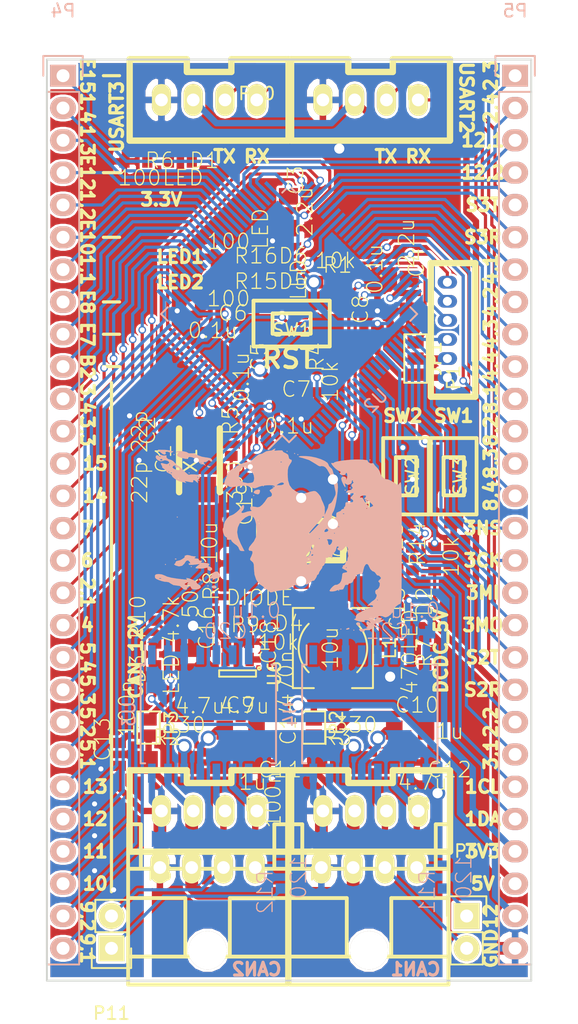
<source format=kicad_pcb>
(kicad_pcb (version 4) (host pcbnew 4.0.5)
  (layers (0 F.Cu signal) (31 B.Cu signal) (34 B.Paste user) (35 F.Paste user) (36 B.SilkS user) (37 F.SilkS user) (38 B.Mask user) (39 F.Mask user) (44 Edge.Cuts user))
  (net 0 "")
  (net 1 GND)
  (net 2 "Net-(C1-Pad2)")
  (net 3 "Net-(C2-Pad2)")
  (net 4 "Net-(C3-Pad1)")
  (net 5 "Net-(C4-Pad1)")
  (net 6 +3.3V)
  (net 7 "Net-(C18-Pad1)")
  (net 8 /BOOT0)
  (net 9 /SWDIO)
  (net 10 +12V)
  (net 11 "Net-(R5-Pad1)")
  (net 12 /SWDCK)
  (net 13 /USART1_TX)
  (net 14 /USART1_RX)
  (net 15 /USART2_RX)
  (net 16 /USART2_TX)
  (net 17 /USART3_RX)
  (net 18 /USART3_TX)
  (net 19 /NRST)
  (net 20 "Net-(JP1-Pad2)")
  (net 21 "Net-(C9-Pad1)")
  (net 22 DGND)
  (net 23 "Net-(C10-Pad1)")
  (net 24 "Net-(C11-Pad2)")
  (net 25 "Net-(C12-Pad2)")
  (net 26 /CAN_12V)
  (net 27 +5V)
  (net 28 "Net-(C18-Pad2)")
  (net 29 "Net-(D1-Pad2)")
  (net 30 "Net-(D2-Pad2)")
  (net 31 "Net-(D3-Pad2)")
  (net 32 /CAN2_L)
  (net 33 /CAN2_H)
  (net 34 /TIM9_CH1)
  (net 35 /TIM9_CH2)
  (net 36 /ADC_IN10)
  (net 37 /ADC_IN11)
  (net 38 /ADC_IN12)
  (net 39 /ADC_IN13)
  (net 40 /TIM5_CH1)
  (net 41 /TIM5_CH2)
  (net 42 /TIM5_CH3)
  (net 43 /TIM5_CH4)
  (net 44 /ADC1_IN4)
  (net 45 /TIM2_CH1)
  (net 46 /ADC1_6)
  (net 47 /ADC1_7)
  (net 48 /ADC_IN14)
  (net 49 /ADC_IN15)
  (net 50 /TIM3_CH3)
  (net 51 /TIM3_CH4)
  (net 52 /GPIO_PB2)
  (net 53 /GPIO_PE7)
  (net 54 /GPIO_PE8)
  (net 55 /TIM1_CH1)
  (net 56 /GPIO_PE10)
  (net 57 /TIM1_CH2)
  (net 58 /GPIO_PE12)
  (net 59 /TIM1_CH3)
  (net 60 /TIM1_CH4)
  (net 61 /GPIO_PE15)
  (net 62 /TIM2_CH3)
  (net 63 /TIM2_CH4)
  (net 64 /TIM12_CH1)
  (net 65 /TIM12_CH2)
  (net 66 /TIM4_CH1)
  (net 67 /TIM4_CH2)
  (net 68 /TIM4_CH3)
  (net 69 /TIM4_CH4)
  (net 70 /TIM8_CH1)
  (net 71 /TIM8_CH2)
  (net 72 /TIM8_CH3)
  (net 73 /TIM8_CH4)
  (net 74 /SPI3_NSS)
  (net 75 /SPI3_SCK)
  (net 76 /SPI3_MISO)
  (net 77 /SPI3_MOSI)
  (net 78 /TIM2_CH2)
  (net 79 /TIM3_CH1)
  (net 80 /I2C1_SCL)
  (net 81 /I2C1_SDA)
  (net 82 "Net-(P6-Pad1)")
  (net 83 /CAN1_H)
  (net 84 /CAN1_L)
  (net 85 "Net-(P11-Pad1)")
  (net 86 /DCDC_FB)
  (net 87 /CAN1_TX)
  (net 88 /CAN1_RX)
  (net 89 /CAN2_RX)
  (net 90 /CAN2_TX)
  (net 91 /SW2_IN)
  (net 92 /SW1_IN)
  (net 93 /LED2)
  (net 94 "Net-(D5-Pad2)")
  (net 95 /LED1)
  (net 96 "Net-(D6-Pad2)")
  (module TO_SOT_Packages_SMD:SOT-223_reg (layer F.Cu) (at 20 40.75)
    (fp_text reference U7 (at 0 -2.9) (layer F.SilkS))
    (fp_text value NCP1117ST33T3G)
    (pad 1 smd rect (at -2.3 0) (size 1.2 1.7) (layers F.Cu F.Paste F.Mask) (net 1 GND))
    (pad 2 smd rect (at 0 0) (size 1.2 1.7) (layers F.Cu F.Paste F.Mask) (net 6 +3.3V))
    (pad 3 smd rect (at 2.3 0) (size 1.2 1.7) (layers F.Cu F.Paste F.Mask) (net 27 +5V))
    (pad 2 smd rect (at 0 -6.3) (size 3.3 1.7) (layers F.Cu F.Paste F.Mask) (net 6 +3.3V))
  )
  (module Pin_Headers:Pin_Header_Straight_1x28 (layer B.Cu) (at 36.83 1.27 180)
    (fp_text reference P5 (at 0 5.1 180) (layer B.SilkS) (effects (justify mirror)))
    (fp_text value CONN_01X28)
    (pad 1 thru_hole rect (at 0 0 180) (size 2.032 1.7272) (drill 1.016) (layers *.Cu *.Mask B.SilkS) (net 62 /TIM2_CH3))
    (pad 2 thru_hole oval (at 0 -2.54 180) (size 2.032 1.7272) (drill 1.016) (layers *.Cu *.Mask B.SilkS) (net 63 /TIM2_CH4))
    (pad 3 thru_hole oval (at 0 -5.08 180) (size 2.032 1.7272) (drill 1.016) (layers *.Cu *.Mask B.SilkS) (net 64 /TIM12_CH1))
    (pad 4 thru_hole oval (at 0 -7.62 180) (size 2.032 1.7272) (drill 1.016) (layers *.Cu *.Mask B.SilkS) (net 65 /TIM12_CH2))
    (pad 5 thru_hole oval (at 0 -10.16 180) (size 2.032 1.7272) (drill 1.016) (layers *.Cu *.Mask B.SilkS) (net 18 /USART3_TX))
    (pad 6 thru_hole oval (at 0 -12.7 180) (size 2.032 1.7272) (drill 1.016) (layers *.Cu *.Mask B.SilkS) (net 17 /USART3_RX))
    (pad 7 thru_hole oval (at 0 -15.24 180) (size 2.032 1.7272) (drill 1.016) (layers *.Cu *.Mask B.SilkS) (net 66 /TIM4_CH1))
    (pad 8 thru_hole oval (at 0 -17.78 180) (size 2.032 1.7272) (drill 1.016) (layers *.Cu *.Mask B.SilkS) (net 67 /TIM4_CH2))
    (pad 9 thru_hole oval (at 0 -20.32 180) (size 2.032 1.7272) (drill 1.016) (layers *.Cu *.Mask B.SilkS) (net 68 /TIM4_CH3))
    (pad 10 thru_hole oval (at 0 -22.86 180) (size 2.032 1.7272) (drill 1.016) (layers *.Cu *.Mask B.SilkS) (net 69 /TIM4_CH4))
    (pad 11 thru_hole oval (at 0 -25.4 180) (size 2.032 1.7272) (drill 1.016) (layers *.Cu *.Mask B.SilkS) (net 70 /TIM8_CH1))
    (pad 12 thru_hole oval (at 0 -27.94 180) (size 2.032 1.7272) (drill 1.016) (layers *.Cu *.Mask B.SilkS) (net 71 /TIM8_CH2))
    (pad 13 thru_hole oval (at 0 -30.48 180) (size 2.032 1.7272) (drill 1.016) (layers *.Cu *.Mask B.SilkS) (net 72 /TIM8_CH3))
    (pad 14 thru_hole oval (at 0 -33.02 180) (size 2.032 1.7272) (drill 1.016) (layers *.Cu *.Mask B.SilkS) (net 73 /TIM8_CH4))
    (pad 15 thru_hole oval (at 0 -35.56 180) (size 2.032 1.7272) (drill 1.016) (layers *.Cu *.Mask B.SilkS) (net 74 /SPI3_NSS))
    (pad 16 thru_hole oval (at 0 -38.1 180) (size 2.032 1.7272) (drill 1.016) (layers *.Cu *.Mask B.SilkS) (net 75 /SPI3_SCK))
    (pad 17 thru_hole oval (at 0 -40.64 180) (size 2.032 1.7272) (drill 1.016) (layers *.Cu *.Mask B.SilkS) (net 76 /SPI3_MISO))
    (pad 18 thru_hole oval (at 0 -43.18 180) (size 2.032 1.7272) (drill 1.016) (layers *.Cu *.Mask B.SilkS) (net 77 /SPI3_MOSI))
    (pad 19 thru_hole oval (at 0 -45.72 180) (size 2.032 1.7272) (drill 1.016) (layers *.Cu *.Mask B.SilkS) (net 16 /USART2_TX))
    (pad 20 thru_hole oval (at 0 -48.26 180) (size 2.032 1.7272) (drill 1.016) (layers *.Cu *.Mask B.SilkS) (net 15 /USART2_RX))
    (pad 21 thru_hole oval (at 0 -50.8 180) (size 2.032 1.7272) (drill 1.016) (layers *.Cu *.Mask B.SilkS) (net 78 /TIM2_CH2))
    (pad 22 thru_hole oval (at 0 -53.34 180) (size 2.032 1.7272) (drill 1.016) (layers *.Cu *.Mask B.SilkS) (net 79 /TIM3_CH1))
    (pad 23 thru_hole oval (at 0 -55.88 180) (size 2.032 1.7272) (drill 1.016) (layers *.Cu *.Mask B.SilkS) (net 80 /I2C1_SCL))
    (pad 24 thru_hole oval (at 0 -58.42 180) (size 2.032 1.7272) (drill 1.016) (layers *.Cu *.Mask B.SilkS) (net 81 /I2C1_SDA))
    (pad 25 thru_hole oval (at 0 -60.96 180) (size 2.032 1.7272) (drill 1.016) (layers *.Cu *.Mask B.SilkS) (net 6 +3.3V))
    (pad 26 thru_hole oval (at 0 -63.5 180) (size 2.032 1.7272) (drill 1.016) (layers *.Cu *.Mask B.SilkS) (net 27 +5V))
    (pad 27 thru_hole oval (at 0 -66.04 180) (size 2.032 1.7272) (drill 1.016) (layers *.Cu *.Mask B.SilkS) (net 10 +12V))
    (pad 28 thru_hole oval (at 0 -68.58 180) (size 2.032 1.7272) (drill 1.016) (layers *.Cu *.Mask B.SilkS) (net 1 GND))
  )
  (module RP_KiCAD_Libs:C1608_WP (layer F.Cu) (at 13 43.25 270)
    (fp_text reference R8 (at -0.635 -0.635 270) (layer F.SilkS) (effects (font (size 1.2065 1.2065) (thickness 0.1016)) (justify left bottom)))
    (fp_text value 50k (at 0.75 1 270) (layer F.SilkS) (effects (font (size 1.2065 1.2065) (thickness 0.1016)) (justify left bottom)))
    (pad 1 smd rect (at -0.9 0 270) (size 0.8 1) (layers F.Cu F.Paste F.Mask) (net 27 +5V))
    (pad 2 smd rect (at 0.9 0 270) (size 0.8 1) (layers F.Cu F.Paste F.Mask) (net 86 /DCDC_FB))
  )
  (module RP_KiCAD_Libs:C1608_WP (layer F.Cu) (at 9.25 29.75 90)
    (fp_text reference C2 (at -0.635 -0.635 90) (layer F.SilkS) (effects (font (size 1.2065 1.2065) (thickness 0.1016)) (justify left bottom)))
    (fp_text value 22p (at -1.25 -1.25 90) (layer F.SilkS) (effects (font (size 1.2065 1.2065) (thickness 0.1016)) (justify left bottom)))
    (pad 1 smd rect (at -0.9 0 90) (size 0.8 1) (layers F.Cu F.Paste F.Mask) (net 1 GND))
    (pad 2 smd rect (at 0.9 0 90) (size 0.8 1) (layers F.Cu F.Paste F.Mask) (net 3 "Net-(C2-Pad2)"))
  )
  (module RP_KiCAD_Libs:C1608_WP (layer F.Cu) (at 16.75 25.25 270)
    (fp_text reference C5 (at -0.635 -0.635 270) (layer F.SilkS) (effects (font (size 1.2065 1.2065) (thickness 0.1016)) (justify left bottom)))
    (fp_text value 0.1u (at 1.75 0.75 270) (layer F.SilkS) (effects (font (size 1.2065 1.2065) (thickness 0.1016)) (justify left bottom)))
    (pad 1 smd rect (at -0.9 0 270) (size 0.8 1) (layers F.Cu F.Paste F.Mask) (net 6 +3.3V))
    (pad 2 smd rect (at 0.9 0 270) (size 0.8 1) (layers F.Cu F.Paste F.Mask) (net 1 GND))
  )
  (module RP_KiCAD_Libs:C1608_WP (layer F.Cu) (at 12.75 20 180)
    (fp_text reference C6 (at -0.635 -0.635 180) (layer F.SilkS) (effects (font (size 1.2065 1.2065) (thickness 0.1016)) (justify left bottom)))
    (fp_text value 0.1u (at 1.75 -2 180) (layer F.SilkS) (effects (font (size 1.2065 1.2065) (thickness 0.1016)) (justify left bottom)))
    (pad 1 smd rect (at -0.9 0 180) (size 0.8 1) (layers F.Cu F.Paste F.Mask) (net 6 +3.3V))
    (pad 2 smd rect (at 0.9 0 180) (size 0.8 1) (layers F.Cu F.Paste F.Mask) (net 1 GND))
  )
  (module RP_KiCAD_Libs:C1608_WP (layer F.Cu) (at 19 27.25)
    (fp_text reference C7 (at -0.635 -0.635) (layer F.SilkS) (effects (font (size 1.2065 1.2065) (thickness 0.1016)) (justify left bottom)))
    (fp_text value 0.1u (at -2 2.25) (layer F.SilkS) (effects (font (size 1.2065 1.2065) (thickness 0.1016)) (justify left bottom)))
    (pad 1 smd rect (at -0.9 0) (size 0.8 1) (layers F.Cu F.Paste F.Mask) (net 6 +3.3V))
    (pad 2 smd rect (at 0.9 0) (size 0.8 1) (layers F.Cu F.Paste F.Mask) (net 1 GND))
  )
  (module RP_KiCAD_Libs:C1608_WP (layer F.Cu) (at 26 20.25 90)
    (fp_text reference C8 (at -0.635 -0.635 90) (layer F.SilkS) (effects (font (size 1.2065 1.2065) (thickness 0.1016)) (justify left bottom)))
    (fp_text value 0.1u (at 1.75 0.5 90) (layer F.SilkS) (effects (font (size 1.2065 1.2065) (thickness 0.1016)) (justify left bottom)))
    (pad 1 smd rect (at -0.9 0 90) (size 0.8 1) (layers F.Cu F.Paste F.Mask) (net 6 +3.3V))
    (pad 2 smd rect (at 0.9 0 90) (size 0.8 1) (layers F.Cu F.Paste F.Mask) (net 1 GND))
  )
  (module RP_KiCAD_Libs:C3216 (layer F.Cu) (at 25 38 90)
    (fp_text reference C17 (at -1.27 -1.27 90) (layer F.SilkS) (effects (font (size 1.2065 1.2065) (thickness 0.1016)) (justify left bottom)))
    (fp_text value 10u (at 2.5 0.5 90) (layer F.SilkS) (effects (font (size 1.2065 1.2065) (thickness 0.1016)) (justify left bottom)))
    (pad 1 smd rect (at -1.6 0 90) (size 1.6 1.8) (layers F.Cu F.Paste F.Mask) (net 27 +5V))
    (pad 2 smd rect (at 1.6 0 90) (size 1.6 1.8) (layers F.Cu F.Paste F.Mask) (net 1 GND))
  )
  (module RP_KiCAD_Libs:C3216 (layer F.Cu) (at 15 38 270)
    (fp_text reference C19 (at -1.27 -1.27 270) (layer F.SilkS) (effects (font (size 1.2065 1.2065) (thickness 0.1016)) (justify left bottom)))
    (fp_text value 10u (at 1.75 1.5 270) (layer F.SilkS) (effects (font (size 1.2065 1.2065) (thickness 0.1016)) (justify left bottom)))
    (pad 1 smd rect (at -1.6 0 270) (size 1.6 1.8) (layers F.Cu F.Paste F.Mask) (net 6 +3.3V))
    (pad 2 smd rect (at 1.6 0 270) (size 1.6 1.8) (layers F.Cu F.Paste F.Mask) (net 1 GND))
  )
  (module RP_KiCAD_Libs:C3216 (layer F.Cu) (at 16.5 43.75 180)
    (fp_text reference D4 (at -1.27 -1.27 180) (layer F.SilkS) (effects (font (size 1.2065 1.2065) (thickness 0.1016)) (justify left bottom)))
    (fp_text value DIODE (at 2.5 0.75 180) (layer F.SilkS) (effects (font (size 1.2065 1.2065) (thickness 0.1016)) (justify left bottom)))
    (pad 1 smd rect (at -1.6 0 180) (size 1.6 1.8) (layers F.Cu F.Paste F.Mask) (net 28 "Net-(C18-Pad2)"))
    (pad 2 smd rect (at 1.6 0 180) (size 1.6 1.8) (layers F.Cu F.Paste F.Mask) (net 1 GND))
  )
  (module RP_KiCAD_Connector:ZH_6T (layer F.Cu) (at 31.5 25 90)
    (fp_text reference P1 (at 0 0.5 90) (layer F.SilkS))
    (fp_text value CONN_01X06)
    (pad 1 thru_hole oval (at 0 0 90) (size 1 1.524) (drill 0.7) (layers *.Cu *.Mask) (net 1 GND))
    (pad 2 thru_hole oval (at 1.5 0 90) (size 1 1.524) (drill 0.7) (layers *.Cu *.Mask) (net 20 "Net-(JP1-Pad2)"))
    (pad 3 thru_hole oval (at 3 0 90) (size 1 1.524) (drill 0.7) (layers *.Cu *.Mask) (net 12 /SWDCK))
    (pad 4 thru_hole oval (at 4.5 0 90) (size 1 1.524) (drill 0.7) (layers *.Cu *.Mask) (net 9 /SWDIO))
    (pad 5 thru_hole oval (at 6 0 90) (size 1 1.524) (drill 0.7) (layers *.Cu *.Mask) (net 13 /USART1_TX))
    (pad 6 thru_hole oval (at 7.5 0 90) (size 1 1.524) (drill 0.7) (layers *.Cu *.Mask) (net 14 /USART1_RX))
  )
  (module RP_KiCAD_Libs:C1608_WP (layer F.Cu) (at 21.25 25.25 270)
    (fp_text reference R4 (at -0.635 -0.635 270) (layer F.SilkS) (effects (font (size 1.2065 1.2065) (thickness 0.1016)) (justify left bottom)))
    (fp_text value 10k (at 1.75 -1.75 270) (layer F.SilkS) (effects (font (size 1.2065 1.2065) (thickness 0.1016)) (justify left bottom)))
    (pad 1 smd rect (at -0.9 0 270) (size 0.8 1) (layers F.Cu F.Paste F.Mask) (net 8 /BOOT0))
    (pad 2 smd rect (at 0.9 0 270) (size 0.8 1) (layers F.Cu F.Paste F.Mask) (net 1 GND))
  )
  (module RP_KiCAD_Libs:C1608_WP (layer F.Cu) (at 14.5 30.25 270)
    (fp_text reference R5 (at -0.635 -0.635 270) (layer F.SilkS) (effects (font (size 1.2065 1.2065) (thickness 0.1016)) (justify left bottom)))
    (fp_text value 330 (at 4.75 -1 270) (layer F.SilkS) (effects (font (size 1.2065 1.2065) (thickness 0.1016)) (justify left bottom)))
    (pad 1 smd rect (at -0.9 0 270) (size 0.8 1) (layers F.Cu F.Paste F.Mask) (net 11 "Net-(R5-Pad1)"))
    (pad 2 smd rect (at 0.9 0 270) (size 0.8 1) (layers F.Cu F.Paste F.Mask) (net 2 "Net-(C1-Pad2)"))
  )
  (module RP_KiCAD_Libs:C1608_WP (layer F.Cu) (at 7 8 180)
    (fp_text reference R6 (at -0.635 -0.635 180) (layer F.SilkS) (effects (font (size 1.2065 1.2065) (thickness 0.1016)) (justify left bottom)))
    (fp_text value 100 (at 1.5 -2 180) (layer F.SilkS) (effects (font (size 1.2065 1.2065) (thickness 0.1016)) (justify left bottom)))
    (pad 1 smd rect (at -0.9 0 180) (size 0.8 1) (layers F.Cu F.Paste F.Mask) (net 29 "Net-(D1-Pad2)"))
    (pad 2 smd rect (at 0.9 0 180) (size 0.8 1) (layers F.Cu F.Paste F.Mask) (net 1 GND))
  )
  (module RP_KiCAD_Libs:C1608_WP (layer F.Cu) (at 29.75 48.5 270)
    (fp_text reference R7 (at -0.635 -0.635 270) (layer F.SilkS) (effects (font (size 1.2065 1.2065) (thickness 0.1016)) (justify left bottom)))
    (fp_text value 470 (at 1.5 0.5 270) (layer F.SilkS) (effects (font (size 1.2065 1.2065) (thickness 0.1016)) (justify left bottom)))
    (pad 1 smd rect (at -0.9 0 270) (size 0.8 1) (layers F.Cu F.Paste F.Mask) (net 30 "Net-(D2-Pad2)"))
    (pad 2 smd rect (at 0.9 0 270) (size 0.8 1) (layers F.Cu F.Paste F.Mask) (net 1 GND))
  )
  (module RP_KiCAD_Libs:C1608_WP (layer F.Cu) (at 15 45.75)
    (fp_text reference R9 (at -0.635 -0.635) (layer F.SilkS) (effects (font (size 1.2065 1.2065) (thickness 0.1016)) (justify left bottom)))
    (fp_text value 10k (at 1.5 0.75) (layer F.SilkS) (effects (font (size 1.2065 1.2065) (thickness 0.1016)) (justify left bottom)))
    (pad 1 smd rect (at -0.9 0) (size 0.8 1) (layers F.Cu F.Paste F.Mask) (net 86 /DCDC_FB))
    (pad 2 smd rect (at 0.9 0) (size 0.8 1) (layers F.Cu F.Paste F.Mask) (net 1 GND))
  )
  (module RP_KiCAD_Libs:C1608_WP (layer F.Cu) (at 8.5 45 90)
    (fp_text reference R10 (at -0.635 -0.635 90) (layer F.SilkS) (effects (font (size 1.2065 1.2065) (thickness 0.1016)) (justify left bottom)))
    (fp_text value 4.7k (at -1 2 90) (layer F.SilkS) (effects (font (size 1.2065 1.2065) (thickness 0.1016)) (justify left bottom)))
    (pad 1 smd rect (at -0.9 0 90) (size 0.8 1) (layers F.Cu F.Paste F.Mask) (net 31 "Net-(D3-Pad2)"))
    (pad 2 smd rect (at 0.9 0 90) (size 0.8 1) (layers F.Cu F.Paste F.Mask) (net 22 DGND))
  )
  (module RP_KiCAD_Libs:C1608_WP (layer B.Cu) (at 31.25 64.25 270)
    (fp_text reference R11 (at -0.635 0.635 270) (layer B.SilkS) (effects (font (size 1.2065 1.2065) (thickness 0.1016)) (justify left bottom mirror)))
    (fp_text value 120 (at -1.75 -2.25 270) (layer B.SilkS) (effects (font (size 1.2065 1.2065) (thickness 0.1016)) (justify left bottom mirror)))
    (pad 1 smd rect (at -0.9 0 270) (size 0.8 1) (layers B.Cu B.Paste B.Mask) (net 84 /CAN1_L))
    (pad 2 smd rect (at 0.9 0 270) (size 0.8 1) (layers B.Cu B.Paste B.Mask) (net 82 "Net-(P6-Pad1)"))
  )
  (module RP_KiCAD_Libs:C1608_WP (layer B.Cu) (at 18.5 64.25 270)
    (fp_text reference R12 (at -0.635 0.635 270) (layer B.SilkS) (effects (font (size 1.2065 1.2065) (thickness 0.1016)) (justify left bottom mirror)))
    (fp_text value 120 (at -1.75 -2 270) (layer B.SilkS) (effects (font (size 1.2065 1.2065) (thickness 0.1016)) (justify left bottom mirror)))
    (pad 1 smd rect (at -0.9 0 270) (size 0.8 1) (layers B.Cu B.Paste B.Mask) (net 32 /CAN2_L))
    (pad 2 smd rect (at 0.9 0 270) (size 0.8 1) (layers B.Cu B.Paste B.Mask) (net 85 "Net-(P11-Pad1)"))
  )
  (module Housings_QFP:LQFP-100_14x14mm_Pitch0.5mm (layer B.Cu) (at 19.05 20 45)
    (fp_text reference U2 (at 0 9.649999 45) (layer B.SilkS) (effects (justify mirror)))
    (fp_text value STM32F407VG)
    (pad 1 smd rect (at -7.9 6 45) (size 1.5 0.28) (layers B.Cu B.Paste B.Mask))
    (pad 2 smd rect (at -7.9 5.5 45) (size 1.5 0.28) (layers B.Cu B.Paste B.Mask))
    (pad 3 smd rect (at -7.9 5 45) (size 1.5 0.28) (layers B.Cu B.Paste B.Mask))
    (pad 4 smd rect (at -7.9 4.5 45) (size 1.5 0.28) (layers B.Cu B.Paste B.Mask) (net 34 /TIM9_CH1))
    (pad 5 smd rect (at -7.9 4 45) (size 1.5 0.28) (layers B.Cu B.Paste B.Mask) (net 35 /TIM9_CH2))
    (pad 6 smd rect (at -7.9 3.5 45) (size 1.5 0.28) (layers B.Cu B.Paste B.Mask) (net 6 +3.3V))
    (pad 7 smd rect (at -7.9 3 45) (size 1.5 0.28) (layers B.Cu B.Paste B.Mask))
    (pad 8 smd rect (at -7.9 2.5 45) (size 1.5 0.28) (layers B.Cu B.Paste B.Mask))
    (pad 9 smd rect (at -7.9 2 45) (size 1.5 0.28) (layers B.Cu B.Paste B.Mask))
    (pad 10 smd rect (at -7.9 1.5 45) (size 1.5 0.28) (layers B.Cu B.Paste B.Mask) (net 1 GND))
    (pad 11 smd rect (at -7.9 1 45) (size 1.5 0.28) (layers B.Cu B.Paste B.Mask) (net 6 +3.3V))
    (pad 12 smd rect (at -7.9 0.5 45) (size 1.5 0.28) (layers B.Cu B.Paste B.Mask) (net 11 "Net-(R5-Pad1)"))
    (pad 13 smd rect (at -7.9 0 45) (size 1.5 0.28) (layers B.Cu B.Paste B.Mask) (net 3 "Net-(C2-Pad2)"))
    (pad 14 smd rect (at -7.9 -0.5 45) (size 1.5 0.28) (layers B.Cu B.Paste B.Mask) (net 19 /NRST))
    (pad 15 smd rect (at -7.9 -1 45) (size 1.5 0.28) (layers B.Cu B.Paste B.Mask) (net 36 /ADC_IN10))
    (pad 16 smd rect (at -7.9 -1.5 45) (size 1.5 0.28) (layers B.Cu B.Paste B.Mask) (net 37 /ADC_IN11))
    (pad 17 smd rect (at -7.9 -2 45) (size 1.5 0.28) (layers B.Cu B.Paste B.Mask) (net 38 /ADC_IN12))
    (pad 18 smd rect (at -7.9 -2.5 45) (size 1.5 0.28) (layers B.Cu B.Paste B.Mask) (net 39 /ADC_IN13))
    (pad 19 smd rect (at -7.9 -3 45) (size 1.5 0.28) (layers B.Cu B.Paste B.Mask) (net 6 +3.3V))
    (pad 20 smd rect (at -7.9 -3.5 45) (size 1.5 0.28) (layers B.Cu B.Paste B.Mask) (net 1 GND))
    (pad 21 smd rect (at -7.9 -4 45) (size 1.5 0.28) (layers B.Cu B.Paste B.Mask) (net 6 +3.3V))
    (pad 22 smd rect (at -7.9 -4.5 45) (size 1.5 0.28) (layers B.Cu B.Paste B.Mask) (net 6 +3.3V))
    (pad 23 smd rect (at -7.9 -5 45) (size 1.5 0.28) (layers B.Cu B.Paste B.Mask) (net 40 /TIM5_CH1))
    (pad 24 smd rect (at -7.9 -5.5 45) (size 1.5 0.28) (layers B.Cu B.Paste B.Mask) (net 41 /TIM5_CH2))
    (pad 25 smd rect (at -7.9 -6 45) (size 1.5 0.28) (layers B.Cu B.Paste B.Mask) (net 42 /TIM5_CH3))
    (pad 26 smd rect (at -6 -7.9 315) (size 1.5 0.28) (layers B.Cu B.Paste B.Mask) (net 43 /TIM5_CH4))
    (pad 27 smd rect (at -5.5 -7.9 315) (size 1.5 0.28) (layers B.Cu B.Paste B.Mask) (net 1 GND))
    (pad 28 smd rect (at -5 -7.9 315) (size 1.5 0.28) (layers B.Cu B.Paste B.Mask) (net 6 +3.3V))
    (pad 29 smd rect (at -4.5 -7.9 315) (size 1.5 0.28) (layers B.Cu B.Paste B.Mask) (net 44 /ADC1_IN4))
    (pad 30 smd rect (at -4 -7.9 315) (size 1.5 0.28) (layers B.Cu B.Paste B.Mask) (net 45 /TIM2_CH1))
    (pad 31 smd rect (at -3.5 -7.9 315) (size 1.5 0.28) (layers B.Cu B.Paste B.Mask) (net 46 /ADC1_6))
    (pad 32 smd rect (at -3 -7.9 315) (size 1.5 0.28) (layers B.Cu B.Paste B.Mask) (net 47 /ADC1_7))
    (pad 33 smd rect (at -2.5 -7.9 315) (size 1.5 0.28) (layers B.Cu B.Paste B.Mask) (net 48 /ADC_IN14))
    (pad 34 smd rect (at -2 -7.9 315) (size 1.5 0.28) (layers B.Cu B.Paste B.Mask) (net 49 /ADC_IN15))
    (pad 35 smd rect (at -1.5 -7.9 315) (size 1.5 0.28) (layers B.Cu B.Paste B.Mask) (net 50 /TIM3_CH3))
    (pad 36 smd rect (at -1 -7.9 315) (size 1.5 0.28) (layers B.Cu B.Paste B.Mask) (net 51 /TIM3_CH4))
    (pad 37 smd rect (at -0.5 -7.9 315) (size 1.5 0.28) (layers B.Cu B.Paste B.Mask) (net 52 /GPIO_PB2))
    (pad 38 smd rect (at 0 -7.9 315) (size 1.5 0.28) (layers B.Cu B.Paste B.Mask) (net 53 /GPIO_PE7))
    (pad 39 smd rect (at 0.5 -7.9 315) (size 1.5 0.28) (layers B.Cu B.Paste B.Mask) (net 54 /GPIO_PE8))
    (pad 40 smd rect (at 1 -7.9 315) (size 1.5 0.28) (layers B.Cu B.Paste B.Mask) (net 55 /TIM1_CH1))
    (pad 41 smd rect (at 1.5 -7.9 315) (size 1.5 0.28) (layers B.Cu B.Paste B.Mask) (net 56 /GPIO_PE10))
    (pad 42 smd rect (at 2 -7.9 315) (size 1.5 0.28) (layers B.Cu B.Paste B.Mask) (net 57 /TIM1_CH2))
    (pad 43 smd rect (at 2.5 -7.9 315) (size 1.5 0.28) (layers B.Cu B.Paste B.Mask) (net 58 /GPIO_PE12))
    (pad 44 smd rect (at 3 -7.9 315) (size 1.5 0.28) (layers B.Cu B.Paste B.Mask) (net 59 /TIM1_CH3))
    (pad 45 smd rect (at 3.5 -7.9 315) (size 1.5 0.28) (layers B.Cu B.Paste B.Mask) (net 60 /TIM1_CH4))
    (pad 46 smd rect (at 4 -7.9 315) (size 1.5 0.28) (layers B.Cu B.Paste B.Mask) (net 61 /GPIO_PE15))
    (pad 47 smd rect (at 4.5 -7.9 315) (size 1.5 0.28) (layers B.Cu B.Paste B.Mask) (net 62 /TIM2_CH3))
    (pad 48 smd rect (at 5 -7.9 315) (size 1.5 0.28) (layers B.Cu B.Paste B.Mask) (net 63 /TIM2_CH4))
    (pad 49 smd rect (at 5.5 -7.9 315) (size 1.5 0.28) (layers B.Cu B.Paste B.Mask) (net 4 "Net-(C3-Pad1)"))
    (pad 50 smd rect (at 6 -7.9 315) (size 1.5 0.28) (layers B.Cu B.Paste B.Mask) (net 6 +3.3V))
    (pad 51 smd rect (at 7.9 -6 45) (size 1.5 0.28) (layers B.Cu B.Paste B.Mask) (net 89 /CAN2_RX))
    (pad 52 smd rect (at 7.9 -5.5 45) (size 1.5 0.28) (layers B.Cu B.Paste B.Mask) (net 90 /CAN2_TX))
    (pad 53 smd rect (at 7.9 -5 45) (size 1.5 0.28) (layers B.Cu B.Paste B.Mask) (net 64 /TIM12_CH1))
    (pad 54 smd rect (at 7.9 -4.5 45) (size 1.5 0.28) (layers B.Cu B.Paste B.Mask) (net 65 /TIM12_CH2))
    (pad 55 smd rect (at 7.9 -4 45) (size 1.5 0.28) (layers B.Cu B.Paste B.Mask) (net 18 /USART3_TX))
    (pad 56 smd rect (at 7.9 -3.5 45) (size 1.5 0.28) (layers B.Cu B.Paste B.Mask) (net 17 /USART3_RX))
    (pad 57 smd rect (at 7.9 -3 45) (size 1.5 0.28) (layers B.Cu B.Paste B.Mask) (net 95 /LED1))
    (pad 58 smd rect (at 7.9 -2.5 45) (size 1.5 0.28) (layers B.Cu B.Paste B.Mask) (net 93 /LED2))
    (pad 59 smd rect (at 7.9 -2 45) (size 1.5 0.28) (layers B.Cu B.Paste B.Mask) (net 66 /TIM4_CH1))
    (pad 60 smd rect (at 7.9 -1.5 45) (size 1.5 0.28) (layers B.Cu B.Paste B.Mask) (net 67 /TIM4_CH2))
    (pad 61 smd rect (at 7.9 -1 45) (size 1.5 0.28) (layers B.Cu B.Paste B.Mask) (net 68 /TIM4_CH3))
    (pad 62 smd rect (at 7.9 -0.5 45) (size 1.5 0.28) (layers B.Cu B.Paste B.Mask) (net 69 /TIM4_CH4))
    (pad 63 smd rect (at 7.9 0 45) (size 1.5 0.28) (layers B.Cu B.Paste B.Mask) (net 70 /TIM8_CH1))
    (pad 64 smd rect (at 7.9 0.5 45) (size 1.5 0.28) (layers B.Cu B.Paste B.Mask) (net 71 /TIM8_CH2))
    (pad 65 smd rect (at 7.9 1 45) (size 1.5 0.28) (layers B.Cu B.Paste B.Mask) (net 72 /TIM8_CH3))
    (pad 66 smd rect (at 7.9 1.5 45) (size 1.5 0.28) (layers B.Cu B.Paste B.Mask) (net 73 /TIM8_CH4))
    (pad 67 smd rect (at 7.9 2 45) (size 1.5 0.28) (layers B.Cu B.Paste B.Mask))
    (pad 68 smd rect (at 7.9 2.5 45) (size 1.5 0.28) (layers B.Cu B.Paste B.Mask) (net 13 /USART1_TX))
    (pad 69 smd rect (at 7.9 3 45) (size 1.5 0.28) (layers B.Cu B.Paste B.Mask) (net 14 /USART1_RX))
    (pad 70 smd rect (at 7.9 3.5 45) (size 1.5 0.28) (layers B.Cu B.Paste B.Mask) (net 88 /CAN1_RX))
    (pad 71 smd rect (at 7.9 4 45) (size 1.5 0.28) (layers B.Cu B.Paste B.Mask) (net 87 /CAN1_TX))
    (pad 72 smd rect (at 7.9 4.5 45) (size 1.5 0.28) (layers B.Cu B.Paste B.Mask) (net 9 /SWDIO))
    (pad 73 smd rect (at 7.9 5 45) (size 1.5 0.28) (layers B.Cu B.Paste B.Mask) (net 5 "Net-(C4-Pad1)"))
    (pad 74 smd rect (at 7.9 5.5 45) (size 1.5 0.28) (layers B.Cu B.Paste B.Mask) (net 1 GND))
    (pad 75 smd rect (at 7.9 6 45) (size 1.5 0.28) (layers B.Cu B.Paste B.Mask) (net 6 +3.3V))
    (pad 76 smd rect (at 6 7.9 315) (size 1.5 0.28) (layers B.Cu B.Paste B.Mask) (net 12 /SWDCK))
    (pad 77 smd rect (at 5.5 7.9 315) (size 1.5 0.28) (layers B.Cu B.Paste B.Mask) (net 74 /SPI3_NSS))
    (pad 78 smd rect (at 5 7.9 315) (size 1.5 0.28) (layers B.Cu B.Paste B.Mask) (net 75 /SPI3_SCK))
    (pad 79 smd rect (at 4.5 7.9 315) (size 1.5 0.28) (layers B.Cu B.Paste B.Mask) (net 76 /SPI3_MISO))
    (pad 80 smd rect (at 4 7.9 315) (size 1.5 0.28) (layers B.Cu B.Paste B.Mask) (net 77 /SPI3_MOSI))
    (pad 81 smd rect (at 3.5 7.9 315) (size 1.5 0.28) (layers B.Cu B.Paste B.Mask) (net 92 /SW1_IN))
    (pad 82 smd rect (at 3 7.9 315) (size 1.5 0.28) (layers B.Cu B.Paste B.Mask) (net 91 /SW2_IN))
    (pad 83 smd rect (at 2.5 7.9 315) (size 1.5 0.28) (layers B.Cu B.Paste B.Mask))
    (pad 84 smd rect (at 2 7.9 315) (size 1.5 0.28) (layers B.Cu B.Paste B.Mask))
    (pad 85 smd rect (at 1.5 7.9 315) (size 1.5 0.28) (layers B.Cu B.Paste B.Mask))
    (pad 86 smd rect (at 1 7.9 315) (size 1.5 0.28) (layers B.Cu B.Paste B.Mask) (net 16 /USART2_TX))
    (pad 87 smd rect (at 0.5 7.9 315) (size 1.5 0.28) (layers B.Cu B.Paste B.Mask) (net 15 /USART2_RX))
    (pad 88 smd rect (at 0 7.9 315) (size 1.5 0.28) (layers B.Cu B.Paste B.Mask))
    (pad 89 smd rect (at -0.5 7.9 315) (size 1.5 0.28) (layers B.Cu B.Paste B.Mask) (net 78 /TIM2_CH2))
    (pad 90 smd rect (at -1 7.9 315) (size 1.5 0.28) (layers B.Cu B.Paste B.Mask) (net 79 /TIM3_CH1))
    (pad 91 smd rect (at -1.5 7.9 315) (size 1.5 0.28) (layers B.Cu B.Paste B.Mask))
    (pad 92 smd rect (at -2 7.9 315) (size 1.5 0.28) (layers B.Cu B.Paste B.Mask) (net 80 /I2C1_SCL))
    (pad 93 smd rect (at -2.5 7.9 315) (size 1.5 0.28) (layers B.Cu B.Paste B.Mask) (net 81 /I2C1_SDA))
    (pad 94 smd rect (at -3 7.9 315) (size 1.5 0.28) (layers B.Cu B.Paste B.Mask) (net 8 /BOOT0))
    (pad 95 smd rect (at -3.5 7.9 315) (size 1.5 0.28) (layers B.Cu B.Paste B.Mask))
    (pad 96 smd rect (at -4 7.9 315) (size 1.5 0.28) (layers B.Cu B.Paste B.Mask))
    (pad 97 smd rect (at -4.5 7.9 315) (size 1.5 0.28) (layers B.Cu B.Paste B.Mask))
    (pad 98 smd rect (at -5 7.9 315) (size 1.5 0.28) (layers B.Cu B.Paste B.Mask))
    (pad 99 smd rect (at -5.5 7.9 315) (size 1.5 0.28) (layers B.Cu B.Paste B.Mask) (net 1 GND))
    (pad 100 smd rect (at -6 7.9 315) (size 1.5 0.28) (layers B.Cu B.Paste B.Mask) (net 6 +3.3V))
  )
  (module Crystals:ABM3_2pads (layer F.Cu) (at 12 31.5 270)
    (fp_text reference X1 (at 0 0.7 270) (layer F.SilkS))
    (fp_text value CRYSTAL)
    (pad 1 smd rect (at -2.3 0 270) (size 2.2 2.6) (layers F.Cu F.Paste F.Mask) (net 3 "Net-(C2-Pad2)"))
    (pad 2 smd rect (at 2.3 0 270) (size 2 2.6) (layers F.Cu F.Paste F.Mask) (net 2 "Net-(C1-Pad2)"))
  )
  (module RP_KiCAD_Connector:XA_4T (layer F.Cu) (at 29.21 3.175 180)
    (fp_text reference P9 (at 0 0.5 180) (layer F.SilkS))
    (fp_text value CONN_01X04)
    (pad 4 thru_hole oval (at 0 0 180) (size 1.5 2.5) (drill 1) (layers *.Cu *.Mask F.SilkS) (net 15 /USART2_RX))
    (pad 3 thru_hole oval (at 2.5 0 180) (size 1.5 2.5) (drill 1) (layers *.Cu *.Mask F.SilkS) (net 16 /USART2_TX))
    (pad 2 thru_hole oval (at 5 0 180) (size 1.5 2.5) (drill 1) (layers *.Cu *.Mask F.SilkS) (net 27 +5V))
    (pad 1 thru_hole oval (at 7.5 0 180) (size 1.5 2.5) (drill 1) (layers *.Cu *.Mask F.SilkS) (net 1 GND))
  )
  (module RP_KiCAD_Connector:XA_4T (layer F.Cu) (at 16.51 3.175 180)
    (fp_text reference P10 (at 0 0.5 180) (layer F.SilkS))
    (fp_text value CONN_01X04)
    (pad 4 thru_hole oval (at 0 0 180) (size 1.5 2.5) (drill 1) (layers *.Cu *.Mask F.SilkS) (net 17 /USART3_RX))
    (pad 3 thru_hole oval (at 2.5 0 180) (size 1.5 2.5) (drill 1) (layers *.Cu *.Mask F.SilkS) (net 18 /USART3_TX))
    (pad 2 thru_hole oval (at 5 0 180) (size 1.5 2.5) (drill 1) (layers *.Cu *.Mask F.SilkS) (net 27 +5V))
    (pad 1 thru_hole oval (at 7.5 0 180) (size 1.5 2.5) (drill 1) (layers *.Cu *.Mask F.SilkS) (net 1 GND))
  )
  (module Connect:GS3 (layer F.Cu) (at 29 23.5)
    (fp_text reference JP1 (at 1.524 0 90) (layer F.SilkS))
    (fp_text value JUMPER3)
    (pad 1 smd rect (at 0 -1.27) (size 1.27 0.9652) (layers F.Cu F.Paste F.Mask) (net 19 /NRST))
    (pad 2 smd rect (at 0 0) (size 1.27 0.9652) (layers F.Cu F.Paste F.Mask) (net 20 "Net-(JP1-Pad2)"))
    (pad 3 smd rect (at 0 1.27) (size 1.27 0.9652) (layers F.Cu F.Paste F.Mask) (net 6 +3.3V))
  )
  (module RP_KiCAD_Libs:C1608_WP (layer F.Cu) (at 9.25 33.25 270)
    (fp_text reference C1 (at -0.635 -0.635 270) (layer F.SilkS) (effects (font (size 1.2065 1.2065) (thickness 0.1016)) (justify left bottom)))
    (fp_text value 22p (at 1.75 1.25 270) (layer F.SilkS) (effects (font (size 1.2065 1.2065) (thickness 0.1016)) (justify left bottom)))
    (pad 1 smd rect (at -0.9 0 270) (size 0.8 1) (layers F.Cu F.Paste F.Mask) (net 1 GND))
    (pad 2 smd rect (at 0.9 0 270) (size 0.8 1) (layers F.Cu F.Paste F.Mask) (net 2 "Net-(C1-Pad2)"))
  )
  (module RP_KiCAD_Libs:C1608_WP (layer F.Cu) (at 5.715 54.61 90)
    (fp_text reference C13 (at -0.635 -0.635 90) (layer F.SilkS) (effects (font (size 1.2065 1.2065) (thickness 0.1016)) (justify left bottom)))
    (fp_text value 100n (at 1.27 1.27 90) (layer F.SilkS) (effects (font (size 1.2065 1.2065) (thickness 0.1016)) (justify left bottom)))
    (pad 1 smd rect (at -0.9 0 90) (size 0.8 1) (layers F.Cu F.Paste F.Mask) (net 22 DGND))
    (pad 2 smd rect (at 0.9 0 90) (size 0.8 1) (layers F.Cu F.Paste F.Mask) (net 26 /CAN_12V))
  )
  (module RP_KiCAD_Libs:C1608_WP (layer F.Cu) (at 19.05 54.61 270)
    (fp_text reference C14 (at -0.635 -0.635 270) (layer F.SilkS) (effects (font (size 1.2065 1.2065) (thickness 0.1016)) (justify left bottom)))
    (fp_text value 100n (at 5.89 0.55 270) (layer F.SilkS) (effects (font (size 1.2065 1.2065) (thickness 0.1016)) (justify left bottom)))
    (pad 1 smd rect (at -0.9 0 270) (size 0.8 1) (layers F.Cu F.Paste F.Mask) (net 22 DGND))
    (pad 2 smd rect (at 0.9 0 270) (size 0.8 1) (layers F.Cu F.Paste F.Mask) (net 26 /CAN_12V))
  )
  (module RP_KiCAD_Libs:C3216 (layer F.Cu) (at 27 46.25 270)
    (fp_text reference C15 (at -1.27 -1.27 270) (layer F.SilkS) (effects (font (size 1.2065 1.2065) (thickness 0.1016)) (justify left bottom)))
    (fp_text value 10u (at 1.75 4 270) (layer F.SilkS) (effects (font (size 1.2065 1.2065) (thickness 0.1016)) (justify left bottom)))
    (pad 1 smd rect (at -1.6 0 270) (size 1.6 1.8) (layers F.Cu F.Paste F.Mask) (net 27 +5V))
    (pad 2 smd rect (at 1.6 0 270) (size 1.6 1.8) (layers F.Cu F.Paste F.Mask) (net 1 GND))
  )
  (module RP_KiCAD_Libs:C3216 (layer F.Cu) (at 12 47.75 270)
    (fp_text reference C16 (at -1.27 -1.27 270) (layer F.SilkS) (effects (font (size 1.2065 1.2065) (thickness 0.1016)) (justify left bottom)))
    (fp_text value 4.7u (at 3.75 2 360) (layer F.SilkS) (effects (font (size 1.2065 1.2065) (thickness 0.1016)) (justify left bottom)))
    (pad 1 smd rect (at -1.6 0 270) (size 1.6 1.8) (layers F.Cu F.Paste F.Mask) (net 1 GND))
    (pad 2 smd rect (at 1.6 0 270) (size 1.6 1.8) (layers F.Cu F.Paste F.Mask) (net 10 +12V))
  )
  (module RP_KiCAD_Libs:C1608_WP (layer F.Cu) (at 17.5 48.25 270)
    (fp_text reference C18 (at -0.635 -0.635 270) (layer F.SilkS) (effects (font (size 1.2065 1.2065) (thickness 0.1016)) (justify left bottom)))
    (fp_text value 470n (at 2.75 -2 270) (layer F.SilkS) (effects (font (size 1.2065 1.2065) (thickness 0.1016)) (justify left bottom)))
    (pad 1 smd rect (at -0.9 0 270) (size 0.8 1) (layers F.Cu F.Paste F.Mask) (net 7 "Net-(C18-Pad1)"))
    (pad 2 smd rect (at 0.9 0 270) (size 0.8 1) (layers F.Cu F.Paste F.Mask) (net 28 "Net-(C18-Pad2)"))
  )
  (module RP_KiCAD_Libs:C1608_WP (layer F.Cu) (at 10.5 8 180)
    (fp_text reference D1 (at -0.635 -0.635 180) (layer F.SilkS) (effects (font (size 1.2065 1.2065) (thickness 0.1016)) (justify left bottom)))
    (fp_text value LED (at 1.5 -2 180) (layer F.SilkS) (effects (font (size 1.2065 1.2065) (thickness 0.1016)) (justify left bottom)))
    (pad 1 smd rect (at -0.9 0 180) (size 0.8 1) (layers F.Cu F.Paste F.Mask) (net 6 +3.3V))
    (pad 2 smd rect (at 0.9 0 180) (size 0.8 1) (layers F.Cu F.Paste F.Mask) (net 29 "Net-(D1-Pad2)"))
  )
  (module RP_KiCAD_Libs:C1608_WP (layer F.Cu) (at 29.75 44.5 270)
    (fp_text reference D2 (at -0.635 -0.635 270) (layer F.SilkS) (effects (font (size 1.2065 1.2065) (thickness 0.1016)) (justify left bottom)))
    (fp_text value LED (at 2 0.5 270) (layer F.SilkS) (effects (font (size 1.2065 1.2065) (thickness 0.1016)) (justify left bottom)))
    (pad 1 smd rect (at -0.9 0 270) (size 0.8 1) (layers F.Cu F.Paste F.Mask) (net 27 +5V))
    (pad 2 smd rect (at 0.9 0 270) (size 0.8 1) (layers F.Cu F.Paste F.Mask) (net 30 "Net-(D2-Pad2)"))
  )
  (module RP_KiCAD_Libs:C1608_WP (layer F.Cu) (at 8.5 48.5 90)
    (fp_text reference D3 (at -0.635 -0.635 90) (layer F.SilkS) (effects (font (size 1.2065 1.2065) (thickness 0.1016)) (justify left bottom)))
    (fp_text value LED (at -1.5 2 90) (layer F.SilkS) (effects (font (size 1.2065 1.2065) (thickness 0.1016)) (justify left bottom)))
    (pad 1 smd rect (at -0.9 0 90) (size 0.8 1) (layers F.Cu F.Paste F.Mask) (net 26 /CAN_12V))
    (pad 2 smd rect (at 0.9 0 90) (size 0.8 1) (layers F.Cu F.Paste F.Mask) (net 31 "Net-(D3-Pad2)"))
  )
  (module Connect:GS2 (layer F.Cu) (at 21 52.5)
    (fp_text reference JP2 (at 1.778 0 90) (layer F.SilkS))
    (fp_text value JUMPER)
    (pad 1 smd rect (at 0 -0.635) (size 1.27 0.9652) (layers F.Cu F.Paste F.Mask) (net 1 GND))
    (pad 2 smd rect (at 0 0.635) (size 1.27 0.9652) (layers F.Cu F.Paste F.Mask) (net 22 DGND))
  )
  (module Connect:GS2 (layer F.Cu) (at 8 52.5)
    (fp_text reference JP3 (at 1.778 0 90) (layer F.SilkS))
    (fp_text value JUMPER)
    (pad 1 smd rect (at 0 -0.635) (size 1.27 0.9652) (layers F.Cu F.Paste F.Mask) (net 10 +12V))
    (pad 2 smd rect (at 0 0.635) (size 1.27 0.9652) (layers F.Cu F.Paste F.Mask) (net 26 /CAN_12V))
  )
  (module Choke_SMD:Choke_SMD_6.3x6.3_H3 (layer F.Cu) (at 22.5 46.25 270)
    (fp_text reference L1 (at 0 -4.445 270) (layer F.SilkS))
    (fp_text value 2.2uH)
    (pad 1 smd rect (at -2.75 0 270) (size 1.5 2.4) (layers F.Cu F.Paste F.Mask) (net 27 +5V))
    (pad 2 smd rect (at 2.75 0 270) (size 1.5 2.4) (layers F.Cu F.Paste F.Mask) (net 28 "Net-(C18-Pad2)"))
  )
  (module RP_KiCAD_Connector:XA_4T (layer F.Cu) (at 16.51 59.055 180)
    (fp_text reference P2 (at 0 0.5 180) (layer F.SilkS))
    (fp_text value CONN_01X04)
    (pad 4 thru_hole oval (at 0 0 180) (size 1.5 2.5) (drill 1) (layers *.Cu *.Mask F.SilkS) (net 32 /CAN2_L))
    (pad 3 thru_hole oval (at 2.5 0 180) (size 1.5 2.5) (drill 1) (layers *.Cu *.Mask F.SilkS) (net 33 /CAN2_H))
    (pad 2 thru_hole oval (at 5 0 180) (size 1.5 2.5) (drill 1) (layers *.Cu *.Mask F.SilkS) (net 26 /CAN_12V))
    (pad 1 thru_hole oval (at 7.5 0 180) (size 1.5 2.5) (drill 1) (layers *.Cu *.Mask F.SilkS) (net 22 DGND))
  )
  (module Pin_Headers:Pin_Header_Straight_1x02 (layer F.Cu) (at 33.02 67.31)
    (fp_text reference P6 (at 0 -5.1) (layer F.SilkS))
    (fp_text value CONN_01X02)
    (pad 1 thru_hole rect (at 0 0) (size 2.032 2.032) (drill 1.016) (layers *.Cu *.Mask F.SilkS) (net 82 "Net-(P6-Pad1)"))
    (pad 2 thru_hole oval (at 0 2.54) (size 2.032 2.032) (drill 1.016) (layers *.Cu *.Mask F.SilkS) (net 83 /CAN1_H))
  )
  (module RP_KiCAD_Connector:XA_4T (layer F.Cu) (at 29.21 59.055 180)
    (fp_text reference P8 (at 0 0.5 180) (layer F.SilkS))
    (fp_text value CONN_01X04)
    (pad 4 thru_hole oval (at 0 0 180) (size 1.5 2.5) (drill 1) (layers *.Cu *.Mask F.SilkS) (net 84 /CAN1_L))
    (pad 3 thru_hole oval (at 2.5 0 180) (size 1.5 2.5) (drill 1) (layers *.Cu *.Mask F.SilkS) (net 83 /CAN1_H))
    (pad 2 thru_hole oval (at 5 0 180) (size 1.5 2.5) (drill 1) (layers *.Cu *.Mask F.SilkS) (net 26 /CAN_12V))
    (pad 1 thru_hole oval (at 7.5 0 180) (size 1.5 2.5) (drill 1) (layers *.Cu *.Mask F.SilkS) (net 22 DGND))
  )
  (module Pin_Headers:Pin_Header_Straight_1x02 (layer F.Cu) (at 5.08 69.85 180)
    (fp_text reference P11 (at 0 -5.1 180) (layer F.SilkS))
    (fp_text value CONN_01X02)
    (pad 1 thru_hole rect (at 0 0 180) (size 2.032 2.032) (drill 1.016) (layers *.Cu *.Mask F.SilkS) (net 85 "Net-(P11-Pad1)"))
    (pad 2 thru_hole oval (at 0 2.54 180) (size 2.032 2.032) (drill 1.016) (layers *.Cu *.Mask F.SilkS) (net 33 /CAN2_H))
  )
  (module RP_KiCAD_Libs:C1608_WP (layer F.Cu) (at 22.25 17.5)
    (fp_text reference R1 (at -0.635 -0.635) (layer F.SilkS) (effects (font (size 1.2065 1.2065) (thickness 0.1016)) (justify left bottom)))
    (fp_text value 10k (at -1.25 -1) (layer F.SilkS) (effects (font (size 1.2065 1.2065) (thickness 0.1016)) (justify left bottom)))
    (pad 1 smd rect (at -0.9 0) (size 0.8 1) (layers F.Cu F.Paste F.Mask) (net 6 +3.3V))
    (pad 2 smd rect (at 0.9 0) (size 0.8 1) (layers F.Cu F.Paste F.Mask) (net 19 /NRST))
  )
  (module Buttons_Switches_SMD:RP_SMD_Button (layer F.Cu) (at 19.25 20.75)
    (fp_text reference SW1 (at 0 0.5) (layer F.SilkS))
    (fp_text value SW_PUSH)
    (pad 1 smd rect (at 2.8 0) (size 2.6 1.5) (layers F.Cu F.Paste F.Mask) (net 19 /NRST))
    (pad 2 smd rect (at -2.8 0) (size 2.6 1.5) (layers F.Cu F.Paste F.Mask) (net 1 GND))
  )
  (module Housings_SOIC:SOIC-16_7.5x10.3mm_Pitch1.27mm (layer B.Cu) (at 12.7 51.435 270)
    (fp_text reference U3 (at 0 6.25 270) (layer B.SilkS) (effects (justify mirror)))
    (fp_text value ADM3052)
    (pad 1 smd rect (at -4.65 4.445 270) (size 1.5 0.6) (layers B.Cu B.Paste B.Mask))
    (pad 2 smd rect (at -4.65 3.175 270) (size 1.5 0.6) (layers B.Cu B.Paste B.Mask) (net 1 GND))
    (pad 3 smd rect (at -4.65 1.905 270) (size 1.5 0.6) (layers B.Cu B.Paste B.Mask) (net 1 GND))
    (pad 4 smd rect (at -4.65 0.635 270) (size 1.5 0.6) (layers B.Cu B.Paste B.Mask))
    (pad 5 smd rect (at -4.65 -0.635 270) (size 1.5 0.6) (layers B.Cu B.Paste B.Mask) (net 89 /CAN2_RX))
    (pad 6 smd rect (at -4.65 -1.905 270) (size 1.5 0.6) (layers B.Cu B.Paste B.Mask) (net 90 /CAN2_TX))
    (pad 7 smd rect (at -4.65 -3.175 270) (size 1.5 0.6) (layers B.Cu B.Paste B.Mask) (net 6 +3.3V))
    (pad 8 smd rect (at -4.65 -4.445 270) (size 1.5 0.6) (layers B.Cu B.Paste B.Mask) (net 1 GND))
    (pad 9 smd rect (at 4.65 -4.445 270) (size 1.5 0.6) (layers B.Cu B.Paste B.Mask) (net 22 DGND))
    (pad 10 smd rect (at 4.65 -3.175 270) (size 1.5 0.6) (layers B.Cu B.Paste B.Mask))
    (pad 11 smd rect (at 4.65 -1.905 270) (size 1.5 0.6) (layers B.Cu B.Paste B.Mask) (net 32 /CAN2_L))
    (pad 12 smd rect (at 4.65 -0.635 270) (size 1.5 0.6) (layers B.Cu B.Paste B.Mask) (net 33 /CAN2_H))
    (pad 13 smd rect (at 4.65 0.635 270) (size 1.5 0.6) (layers B.Cu B.Paste B.Mask) (net 21 "Net-(C9-Pad1)"))
    (pad 14 smd rect (at 4.65 1.905 270) (size 1.5 0.6) (layers B.Cu B.Paste B.Mask) (net 24 "Net-(C11-Pad2)"))
    (pad 15 smd rect (at 4.65 3.175 270) (size 1.5 0.6) (layers B.Cu B.Paste B.Mask) (net 26 /CAN_12V))
    (pad 16 smd rect (at 4.65 4.445 270) (size 1.5 0.6) (layers B.Cu B.Paste B.Mask) (net 22 DGND))
  )
  (module Housings_SOIC:SOIC-16_7.5x10.3mm_Pitch1.27mm (layer B.Cu) (at 25.4 51.435 270)
    (fp_text reference U4 (at 0 6.25 270) (layer B.SilkS) (effects (justify mirror)))
    (fp_text value ADM3052)
    (pad 1 smd rect (at -4.65 4.445 270) (size 1.5 0.6) (layers B.Cu B.Paste B.Mask))
    (pad 2 smd rect (at -4.65 3.175 270) (size 1.5 0.6) (layers B.Cu B.Paste B.Mask) (net 1 GND))
    (pad 3 smd rect (at -4.65 1.905 270) (size 1.5 0.6) (layers B.Cu B.Paste B.Mask) (net 1 GND))
    (pad 4 smd rect (at -4.65 0.635 270) (size 1.5 0.6) (layers B.Cu B.Paste B.Mask))
    (pad 5 smd rect (at -4.65 -0.635 270) (size 1.5 0.6) (layers B.Cu B.Paste B.Mask) (net 88 /CAN1_RX))
    (pad 6 smd rect (at -4.65 -1.905 270) (size 1.5 0.6) (layers B.Cu B.Paste B.Mask) (net 87 /CAN1_TX))
    (pad 7 smd rect (at -4.65 -3.175 270) (size 1.5 0.6) (layers B.Cu B.Paste B.Mask) (net 6 +3.3V))
    (pad 8 smd rect (at -4.65 -4.445 270) (size 1.5 0.6) (layers B.Cu B.Paste B.Mask) (net 1 GND))
    (pad 9 smd rect (at 4.65 -4.445 270) (size 1.5 0.6) (layers B.Cu B.Paste B.Mask) (net 22 DGND))
    (pad 10 smd rect (at 4.65 -3.175 270) (size 1.5 0.6) (layers B.Cu B.Paste B.Mask))
    (pad 11 smd rect (at 4.65 -1.905 270) (size 1.5 0.6) (layers B.Cu B.Paste B.Mask) (net 84 /CAN1_L))
    (pad 12 smd rect (at 4.65 -0.635 270) (size 1.5 0.6) (layers B.Cu B.Paste B.Mask) (net 83 /CAN1_H))
    (pad 13 smd rect (at 4.65 0.635 270) (size 1.5 0.6) (layers B.Cu B.Paste B.Mask) (net 23 "Net-(C10-Pad1)"))
    (pad 14 smd rect (at 4.65 1.905 270) (size 1.5 0.6) (layers B.Cu B.Paste B.Mask) (net 25 "Net-(C12-Pad2)"))
    (pad 15 smd rect (at 4.65 3.175 270) (size 1.5 0.6) (layers B.Cu B.Paste B.Mask) (net 26 /CAN_12V))
    (pad 16 smd rect (at 4.65 4.445 270) (size 1.5 0.6) (layers B.Cu B.Paste B.Mask) (net 22 DGND))
  )
  (module Pin_Headers:Pin_Header_Straight_1x28 (layer B.Cu) (at 1.27 1.27 180)
    (fp_text reference P4 (at 0 5.1 180) (layer B.SilkS) (effects (justify mirror)))
    (fp_text value CONN_01X28)
    (pad 1 thru_hole rect (at 0 0 180) (size 2.032 1.7272) (drill 1.016) (layers *.Cu *.Mask B.SilkS) (net 61 /GPIO_PE15))
    (pad 2 thru_hole oval (at 0 -2.54 180) (size 2.032 1.7272) (drill 1.016) (layers *.Cu *.Mask B.SilkS) (net 60 /TIM1_CH4))
    (pad 3 thru_hole oval (at 0 -5.08 180) (size 2.032 1.7272) (drill 1.016) (layers *.Cu *.Mask B.SilkS) (net 59 /TIM1_CH3))
    (pad 4 thru_hole oval (at 0 -7.62 180) (size 2.032 1.7272) (drill 1.016) (layers *.Cu *.Mask B.SilkS) (net 58 /GPIO_PE12))
    (pad 5 thru_hole oval (at 0 -10.16 180) (size 2.032 1.7272) (drill 1.016) (layers *.Cu *.Mask B.SilkS) (net 57 /TIM1_CH2))
    (pad 6 thru_hole oval (at 0 -12.7 180) (size 2.032 1.7272) (drill 1.016) (layers *.Cu *.Mask B.SilkS) (net 56 /GPIO_PE10))
    (pad 7 thru_hole oval (at 0 -15.24 180) (size 2.032 1.7272) (drill 1.016) (layers *.Cu *.Mask B.SilkS) (net 55 /TIM1_CH1))
    (pad 8 thru_hole oval (at 0 -17.78 180) (size 2.032 1.7272) (drill 1.016) (layers *.Cu *.Mask B.SilkS) (net 54 /GPIO_PE8))
    (pad 9 thru_hole oval (at 0 -20.32 180) (size 2.032 1.7272) (drill 1.016) (layers *.Cu *.Mask B.SilkS) (net 53 /GPIO_PE7))
    (pad 10 thru_hole oval (at 0 -22.86 180) (size 2.032 1.7272) (drill 1.016) (layers *.Cu *.Mask B.SilkS) (net 52 /GPIO_PB2))
    (pad 11 thru_hole oval (at 0 -25.4 180) (size 2.032 1.7272) (drill 1.016) (layers *.Cu *.Mask B.SilkS) (net 51 /TIM3_CH4))
    (pad 12 thru_hole oval (at 0 -27.94 180) (size 2.032 1.7272) (drill 1.016) (layers *.Cu *.Mask B.SilkS) (net 50 /TIM3_CH3))
    (pad 13 thru_hole oval (at 0 -30.48 180) (size 2.032 1.7272) (drill 1.016) (layers *.Cu *.Mask B.SilkS) (net 49 /ADC_IN15))
    (pad 14 thru_hole oval (at 0 -33.02 180) (size 2.032 1.7272) (drill 1.016) (layers *.Cu *.Mask B.SilkS) (net 48 /ADC_IN14))
    (pad 15 thru_hole oval (at 0 -35.56 180) (size 2.032 1.7272) (drill 1.016) (layers *.Cu *.Mask B.SilkS) (net 47 /ADC1_7))
    (pad 16 thru_hole oval (at 0 -38.1 180) (size 2.032 1.7272) (drill 1.016) (layers *.Cu *.Mask B.SilkS) (net 46 /ADC1_6))
    (pad 17 thru_hole oval (at 0 -40.64 180) (size 2.032 1.7272) (drill 1.016) (layers *.Cu *.Mask B.SilkS) (net 45 /TIM2_CH1))
    (pad 18 thru_hole oval (at 0 -43.18 180) (size 2.032 1.7272) (drill 1.016) (layers *.Cu *.Mask B.SilkS) (net 44 /ADC1_IN4))
    (pad 19 thru_hole oval (at 0 -45.72 180) (size 2.032 1.7272) (drill 1.016) (layers *.Cu *.Mask B.SilkS) (net 43 /TIM5_CH4))
    (pad 20 thru_hole oval (at 0 -48.26 180) (size 2.032 1.7272) (drill 1.016) (layers *.Cu *.Mask B.SilkS) (net 42 /TIM5_CH3))
    (pad 21 thru_hole oval (at 0 -50.8 180) (size 2.032 1.7272) (drill 1.016) (layers *.Cu *.Mask B.SilkS) (net 41 /TIM5_CH2))
    (pad 22 thru_hole oval (at 0 -53.34 180) (size 2.032 1.7272) (drill 1.016) (layers *.Cu *.Mask B.SilkS) (net 40 /TIM5_CH1))
    (pad 23 thru_hole oval (at 0 -55.88 180) (size 2.032 1.7272) (drill 1.016) (layers *.Cu *.Mask B.SilkS) (net 39 /ADC_IN13))
    (pad 24 thru_hole oval (at 0 -58.42 180) (size 2.032 1.7272) (drill 1.016) (layers *.Cu *.Mask B.SilkS) (net 38 /ADC_IN12))
    (pad 25 thru_hole oval (at 0 -60.96 180) (size 2.032 1.7272) (drill 1.016) (layers *.Cu *.Mask B.SilkS) (net 37 /ADC_IN11))
    (pad 26 thru_hole oval (at 0 -63.5 180) (size 2.032 1.7272) (drill 1.016) (layers *.Cu *.Mask B.SilkS) (net 36 /ADC_IN10))
    (pad 27 thru_hole oval (at 0 -66.04 180) (size 2.032 1.7272) (drill 1.016) (layers *.Cu *.Mask B.SilkS) (net 35 /TIM9_CH2))
    (pad 28 thru_hole oval (at 0 -68.58 180) (size 2.032 1.7272) (drill 1.016) (layers *.Cu *.Mask B.SilkS) (net 34 /TIM9_CH1))
  )
  (module RP_KiCAD_Connector:XA_4LC (layer F.Cu) (at 8.89 63.5)
    (fp_text reference P3 (at 0 0.5) (layer F.SilkS))
    (fp_text value CONN_01X04)
    (pad 1 thru_hole oval (at 0 0) (size 1.5 2.5) (drill 1) (layers *.Cu *.Mask F.SilkS) (net 22 DGND))
    (pad 2 thru_hole oval (at 2.5 0) (size 1.5 2.5) (drill 1) (layers *.Cu *.Mask F.SilkS) (net 26 /CAN_12V))
    (pad 3 thru_hole oval (at 5 0) (size 1.5 2.5) (drill 1) (layers *.Cu *.Mask F.SilkS) (net 33 /CAN2_H))
    (pad 4 thru_hole oval (at 7.5 0) (size 1.5 2.5) (drill 1) (layers *.Cu *.Mask F.SilkS) (net 32 /CAN2_L))
    (pad "" thru_hole circle (at 3.75 6.5) (size 3 3) (drill 3) (layers *.Cu *.Mask F.SilkS) (clearance -0.3))
  )
  (module RP_KiCAD_Connector:XA_4LC (layer F.Cu) (at 21.59 63.5)
    (fp_text reference P7 (at 0 0.5) (layer F.SilkS))
    (fp_text value CONN_01X04)
    (pad 1 thru_hole oval (at 0 0) (size 1.5 2.5) (drill 1) (layers *.Cu *.Mask F.SilkS) (net 22 DGND))
    (pad 2 thru_hole oval (at 2.5 0) (size 1.5 2.5) (drill 1) (layers *.Cu *.Mask F.SilkS) (net 26 /CAN_12V))
    (pad 3 thru_hole oval (at 5 0) (size 1.5 2.5) (drill 1) (layers *.Cu *.Mask F.SilkS) (net 83 /CAN1_H))
    (pad 4 thru_hole oval (at 7.5 0) (size 1.5 2.5) (drill 1) (layers *.Cu *.Mask F.SilkS) (net 84 /CAN1_L))
    (pad "" thru_hole circle (at 3.75 6.5) (size 3 3) (drill 3) (layers *.Cu *.Mask F.SilkS) (clearance -0.3))
  )
  (module RP_KiCAD_Libs:C3216 (layer F.Cu) (at 9.525 55.245)
    (fp_text reference R2 (at -1.27 -1.27) (layer F.SilkS) (effects (font (size 1.2065 1.2065) (thickness 0.1016)) (justify left bottom)))
    (fp_text value 330 (at -0.525 -2.245) (layer F.SilkS) (effects (font (size 1.2065 1.2065) (thickness 0.1016)) (justify left bottom)))
    (pad 1 smd rect (at -1.6 0) (size 1.6 1.8) (layers F.Cu F.Paste F.Mask) (net 26 /CAN_12V))
    (pad 2 smd rect (at 1.6 0) (size 1.6 1.8) (layers F.Cu F.Paste F.Mask) (net 24 "Net-(C11-Pad2)"))
  )
  (module RP_KiCAD_Libs:C3216 (layer F.Cu) (at 22.86 55.245)
    (fp_text reference R3 (at -1.27 -1.27) (layer F.SilkS) (effects (font (size 1.2065 1.2065) (thickness 0.1016)) (justify left bottom)))
    (fp_text value 330 (at -0.36 -2.245) (layer F.SilkS) (effects (font (size 1.2065 1.2065) (thickness 0.1016)) (justify left bottom)))
    (pad 1 smd rect (at -1.6 0) (size 1.6 1.8) (layers F.Cu F.Paste F.Mask) (net 26 /CAN_12V))
    (pad 2 smd rect (at 1.6 0) (size 1.6 1.8) (layers F.Cu F.Paste F.Mask) (net 25 "Net-(C12-Pad2)"))
  )
  (module RP_KiCAD_Libs:C2012 (layer F.Cu) (at 19 12 270)
    (fp_text reference C3 (at -1.27 -1.27 270) (layer F.SilkS) (effects (font (size 1.2065 1.2065) (thickness 0.1016)) (justify left bottom)))
    (fp_text value 2.2u (at 2 -2 270) (layer F.SilkS) (effects (font (size 1.2065 1.2065) (thickness 0.1016)) (justify left bottom)))
    (pad 1 smd rect (at -1.25 0 270) (size 1.3 1.5) (layers F.Cu F.Paste F.Mask) (net 4 "Net-(C3-Pad1)"))
    (pad 2 smd rect (at 1.25 0 270) (size 1.3 1.5) (layers F.Cu F.Paste F.Mask) (net 1 GND))
  )
  (module RP_KiCAD_Libs:C2012 (layer F.Cu) (at 28.5 18.5 270)
    (fp_text reference C4 (at -1.27 -1.27 270) (layer F.SilkS) (effects (font (size 1.2065 1.2065) (thickness 0.1016)) (justify left bottom)))
    (fp_text value 2.2u (at -2 -0.5 270) (layer F.SilkS) (effects (font (size 1.2065 1.2065) (thickness 0.1016)) (justify left bottom)))
    (pad 1 smd rect (at -1.25 0 270) (size 1.3 1.5) (layers F.Cu F.Paste F.Mask) (net 5 "Net-(C4-Pad1)"))
    (pad 2 smd rect (at 1.25 0 270) (size 1.3 1.5) (layers F.Cu F.Paste F.Mask) (net 1 GND))
  )
  (module RP_KiCAD_Libs:C2012 (layer F.Cu) (at 15.24 52.705)
    (fp_text reference C9 (at -1.27 -1.27) (layer F.SilkS) (effects (font (size 1.2065 1.2065) (thickness 0.1016)) (justify left bottom)))
    (fp_text value 1u (at -0.24 4.795) (layer F.SilkS) (effects (font (size 1.2065 1.2065) (thickness 0.1016)) (justify left bottom)))
    (pad 1 smd rect (at -1.25 0) (size 1.3 1.5) (layers F.Cu F.Paste F.Mask) (net 21 "Net-(C9-Pad1)"))
    (pad 2 smd rect (at 1.25 0) (size 1.3 1.5) (layers F.Cu F.Paste F.Mask) (net 22 DGND))
  )
  (module RP_KiCAD_Libs:C2012 (layer F.Cu) (at 28.575 52.705)
    (fp_text reference C10 (at -1.27 -1.27) (layer F.SilkS) (effects (font (size 1.2065 1.2065) (thickness 0.1016)) (justify left bottom)))
    (fp_text value 1u (at 1.925 0.795) (layer F.SilkS) (effects (font (size 1.2065 1.2065) (thickness 0.1016)) (justify left bottom)))
    (pad 1 smd rect (at -1.25 0) (size 1.3 1.5) (layers F.Cu F.Paste F.Mask) (net 23 "Net-(C10-Pad1)"))
    (pad 2 smd rect (at 1.25 0) (size 1.3 1.5) (layers F.Cu F.Paste F.Mask) (net 22 DGND))
  )
  (module RP_KiCAD_Libs:C3216 (layer F.Cu) (at 15.24 55.245 180)
    (fp_text reference C11 (at -1.27 -1.27 180) (layer F.SilkS) (effects (font (size 1.2065 1.2065) (thickness 0.1016)) (justify left bottom)))
    (fp_text value 4.7u (at 1.74 3.745 180) (layer F.SilkS) (effects (font (size 1.2065 1.2065) (thickness 0.1016)) (justify left bottom)))
    (pad 1 smd rect (at -1.6 0 180) (size 1.6 1.8) (layers F.Cu F.Paste F.Mask) (net 22 DGND))
    (pad 2 smd rect (at 1.6 0 180) (size 1.6 1.8) (layers F.Cu F.Paste F.Mask) (net 24 "Net-(C11-Pad2)"))
  )
  (module RP_KiCAD_Libs:C3216 (layer F.Cu) (at 28.575 55.245 180)
    (fp_text reference C12 (at -1.27 -1.27 180) (layer F.SilkS) (effects (font (size 1.2065 1.2065) (thickness 0.1016)) (justify left bottom)))
    (fp_text value 4.7u (at 1.075 -2.255 180) (layer F.SilkS) (effects (font (size 1.2065 1.2065) (thickness 0.1016)) (justify left bottom)))
    (pad 1 smd rect (at -1.6 0 180) (size 1.6 1.8) (layers F.Cu F.Paste F.Mask) (net 22 DGND))
    (pad 2 smd rect (at 1.6 0 180) (size 1.6 1.8) (layers F.Cu F.Paste F.Mask) (net 25 "Net-(C12-Pad2)"))
  )
  (module RP_KiCAD_Libs:C1608_WP (layer B.Cu) (at 16.5 45)
    (fp_text reference C20 (at -0.635 0.635) (layer B.SilkS) (effects (font (size 1.2065 1.2065) (thickness 0.1016)) (justify left bottom mirror)))
    (fp_text value 0.1u (at 2 -1) (layer B.SilkS) (effects (font (size 1.2065 1.2065) (thickness 0.1016)) (justify left bottom mirror)))
    (pad 1 smd rect (at -0.9 0) (size 0.8 1) (layers B.Cu B.Paste B.Mask) (net 6 +3.3V))
    (pad 2 smd rect (at 0.9 0) (size 0.8 1) (layers B.Cu B.Paste B.Mask) (net 1 GND))
  )
  (module RP_KiCAD_Libs:C1608_WP (layer B.Cu) (at 29.25 45)
    (fp_text reference C21 (at -0.635 0.635) (layer B.SilkS) (effects (font (size 1.2065 1.2065) (thickness 0.1016)) (justify left bottom mirror)))
    (fp_text value 0.1u (at 1.75 -1) (layer B.SilkS) (effects (font (size 1.2065 1.2065) (thickness 0.1016)) (justify left bottom mirror)))
    (pad 1 smd rect (at -0.9 0) (size 0.8 1) (layers B.Cu B.Paste B.Mask) (net 6 +3.3V))
    (pad 2 smd rect (at 0.9 0) (size 0.8 1) (layers B.Cu B.Paste B.Mask) (net 1 GND))
  )
  (module TO_SOT_Packages_SMD:SOT-23-6 (layer F.Cu) (at 15 48.25 270)
    (fp_text reference U6 (at 0 -2.9 270) (layer F.SilkS))
    (fp_text value AOZ1280)
    (pad 1 smd rect (at -1.1 -0.95 270) (size 1.06 0.65) (layers F.Cu F.Paste F.Mask) (net 7 "Net-(C18-Pad1)"))
    (pad 2 smd rect (at -1.1 0 270) (size 1.06 0.65) (layers F.Cu F.Paste F.Mask) (net 1 GND))
    (pad 3 smd rect (at -1.1 0.95 270) (size 1.06 0.65) (layers F.Cu F.Paste F.Mask) (net 86 /DCDC_FB))
    (pad 4 smd rect (at 1.1 0.95 270) (size 1.06 0.65) (layers F.Cu F.Paste F.Mask) (net 10 +12V))
    (pad 6 smd rect (at 1.1 -0.95 270) (size 1.06 0.65) (layers F.Cu F.Paste F.Mask) (net 28 "Net-(C18-Pad2)"))
    (pad 5 smd rect (at 1.1 0 270) (size 1.06 0.65) (layers F.Cu F.Paste F.Mask) (net 10 +12V))
  )
  (module RP_KiCAD_Libs:C1608_WP (layer F.Cu) (at 28.75 39.25 90)
    (fp_text reference R13 (at -0.635 -0.635 90) (layer F.SilkS) (effects (font (size 1.2065 1.2065) (thickness 0.1016)) (justify left bottom)))
    (fp_text value 10k (at -1.5 -0.75 270) (layer F.SilkS) (effects (font (size 1.2065 1.2065) (thickness 0.1016)) (justify left bottom)))
    (pad 1 smd rect (at -0.9 0 90) (size 0.8 1) (layers F.Cu F.Paste F.Mask) (net 6 +3.3V))
    (pad 2 smd rect (at 0.9 0 90) (size 0.8 1) (layers F.Cu F.Paste F.Mask) (net 91 /SW2_IN))
  )
  (module RP_KiCAD_Libs:C1608_WP (layer F.Cu) (at 30.5 39.25 90)
    (fp_text reference R14 (at -0.635 -0.635 90) (layer F.SilkS) (effects (font (size 1.2065 1.2065) (thickness 0.1016)) (justify left bottom)))
    (fp_text value 10k (at -1.5 2 90) (layer F.SilkS) (effects (font (size 1.2065 1.2065) (thickness 0.1016)) (justify left bottom)))
    (pad 1 smd rect (at -0.9 0 90) (size 0.8 1) (layers F.Cu F.Paste F.Mask) (net 6 +3.3V))
    (pad 2 smd rect (at 0.9 0 90) (size 0.8 1) (layers F.Cu F.Paste F.Mask) (net 92 /SW1_IN))
  )
  (module Buttons_Switches_SMD:RP_SMD_Button (layer F.Cu) (at 28.25 32.75 90)
    (fp_text reference SW2 (at 0 0.5 90) (layer F.SilkS))
    (fp_text value SW_PUSH)
    (pad 1 smd rect (at 2.8 0 90) (size 2.6 1.5) (layers F.Cu F.Paste F.Mask) (net 91 /SW2_IN))
    (pad 2 smd rect (at -2.8 0 90) (size 2.6 1.5) (layers F.Cu F.Paste F.Mask) (net 1 GND))
  )
  (module Buttons_Switches_SMD:RP_SMD_Button (layer F.Cu) (at 32 32.75 90)
    (fp_text reference SW3 (at 0 0.5 90) (layer F.SilkS))
    (fp_text value SW_PUSH)
    (pad 1 smd rect (at 2.8 0 90) (size 2.6 1.5) (layers F.Cu F.Paste F.Mask) (net 92 /SW1_IN))
    (pad 2 smd rect (at -2.8 0 90) (size 2.6 1.5) (layers F.Cu F.Paste F.Mask) (net 1 GND))
  )
  (module RP_KiCAD_Libs:C1608_WP (layer F.Cu) (at 17.5 17.5 180)
    (fp_text reference D5 (at -0.635 -0.635 180) (layer F.SilkS) (effects (font (size 1.2065 1.2065) (thickness 0.1016)) (justify left bottom)))
    (fp_text value LED (at -3 -1.5 270) (layer F.SilkS) (effects (font (size 1.2065 1.2065) (thickness 0.1016)) (justify left bottom)))
    (pad 1 smd rect (at -0.9 0 180) (size 0.8 1) (layers F.Cu F.Paste F.Mask) (net 93 /LED2))
    (pad 2 smd rect (at 0.9 0 180) (size 0.8 1) (layers F.Cu F.Paste F.Mask) (net 94 "Net-(D5-Pad2)"))
  )
  (module RP_KiCAD_Libs:C1608_WP (layer F.Cu) (at 17.5 15.5 180)
    (fp_text reference D6 (at -0.635 -0.635 180) (layer F.SilkS) (effects (font (size 1.2065 1.2065) (thickness 0.1016)) (justify left bottom)))
    (fp_text value LED (at 0 0.5 450) (layer F.SilkS) (effects (font (size 1.2065 1.2065) (thickness 0.1016)) (justify left bottom)))
    (pad 1 smd rect (at -0.9 0 180) (size 0.8 1) (layers F.Cu F.Paste F.Mask) (net 95 /LED1))
    (pad 2 smd rect (at 0.9 0 180) (size 0.8 1) (layers F.Cu F.Paste F.Mask) (net 96 "Net-(D6-Pad2)"))
  )
  (module RP_KiCAD_Libs:C1608_WP (layer F.Cu) (at 14 17.5 180)
    (fp_text reference R15 (at -0.635 -0.635 180) (layer F.SilkS) (effects (font (size 1.2065 1.2065) (thickness 0.1016)) (justify left bottom)))
    (fp_text value 100 (at 1.5 -2 180) (layer F.SilkS) (effects (font (size 1.2065 1.2065) (thickness 0.1016)) (justify left bottom)))
    (pad 1 smd rect (at -0.9 0 180) (size 0.8 1) (layers F.Cu F.Paste F.Mask) (net 94 "Net-(D5-Pad2)"))
    (pad 2 smd rect (at 0.9 0 180) (size 0.8 1) (layers F.Cu F.Paste F.Mask) (net 1 GND))
  )
  (module RP_KiCAD_Libs:C1608_WP (layer F.Cu) (at 14 15.5 180)
    (fp_text reference R16 (at -0.635 -0.635 180) (layer F.SilkS) (effects (font (size 1.2065 1.2065) (thickness 0.1016)) (justify left bottom)))
    (fp_text value 100 (at 1.5 0.5 180) (layer F.SilkS) (effects (font (size 1.2065 1.2065) (thickness 0.1016)) (justify left bottom)))
    (pad 1 smd rect (at -0.9 0 180) (size 0.8 1) (layers F.Cu F.Paste F.Mask) (net 96 "Net-(D6-Pad2)"))
    (pad 2 smd rect (at 0.9 0 180) (size 0.8 1) (layers F.Cu F.Paste F.Mask) (net 1 GND))
  )
  (module Symbols:shibe (layer B.Cu) (at 17.75 36 270)
    (fp_text reference G*** hide)
    (fp_text value LOGO hide)
  )
  (gr_text RX (at 29.21 7.62) (layer F.SilkS) (effects (font (size 1 1) (thickness 0.25))))
  (gr_text TX (at 26.67 7.62) (layer F.SilkS) (effects (font (size 1 1) (thickness 0.25))))
  (gr_text RX (at 16.51 7.62) (layer F.SilkS) (effects (font (size 1 1) (thickness 0.25))))
  (gr_text TX (at 13.97 7.62) (layer F.SilkS) (effects (font (size 1 1) (thickness 0.25))))
  (gr_text USART3 (at 5.5 4.5 90) (layer F.SilkS) (effects (font (size 1 1) (thickness 0.25))))
  (gr_text USART2 (at 33 3 270) (layer F.SilkS) (effects (font (size 1 1) (thickness 0.25))))
  (gr_text CAN2 (at 16.5 71.5) (layer B.SilkS) (effects (font (size 1 1) (thickness 0.25)) (justify mirror)))
  (gr_text CAN1 (at 29 71.5) (layer B.SilkS) (effects (font (size 1 1) (thickness 0.25)) (justify mirror)))
  (gr_text 3.3V (at 20 38.5) (layer F.SilkS) (effects (font (size 1 1) (thickness 0.25))))
  (gr_text DCDC_5V (at 31 46.5 90) (layer F.SilkS) (effects (font (size 1 1) (thickness 0.25))))
  (gr_text CAN_12V (at 7 47 90) (layer F.SilkS) (effects (font (size 1 1) (thickness 0.25))))
  (gr_text 3.3V (at 9 11) (layer F.SilkS) (effects (font (size 1 1) (thickness 0.25))))
  (gr_text SW1 (at 32 28) (layer F.SilkS) (effects (font (size 1 1) (thickness 0.25))))
  (gr_text SW2 (at 28 28) (layer F.SilkS) (effects (font (size 1 1) (thickness 0.25))))
  (gr_text LED2 (at 10.5 17.5) (layer F.SilkS) (effects (font (size 1 1) (thickness 0.25))))
  (gr_text LED1 (at 10.5 15.5) (layer F.SilkS) (effects (font (size 1 1) (thickness 0.25))))
  (gr_text RST (at 19 23.5) (layer F.SilkS) (effects (font (size 1.5 1.5) (thickness 0.3))))
  (gr_line (start 5.08 25.4) (end 5.08 65.405) (angle 90) (layer F.SilkS) (width 0.25))
  (gr_line (start 4.445 1.27) (end 5.715 1.27) (angle 90) (layer F.SilkS) (width 0.25))
  (gr_line (start 4.445 8.89) (end 5.715 8.89) (angle 90) (layer F.SilkS) (width 0.25))
  (gr_line (start 4.445 13.97) (end 5.715 13.97) (angle 90) (layer F.SilkS) (width 0.25))
  (gr_line (start 4.445 19.05) (end 5.715 19.05) (angle 90) (layer F.SilkS) (width 0.25))
  (gr_line (start 4.445 21.59) (end 5.715 21.59) (angle 90) (layer F.SilkS) (width 0.25))
  (gr_line (start 4.445 24.13) (end 5.715 24.13) (angle 90) (layer F.SilkS) (width 0.25))
  (gr_text GND (at 34.925 69.85 90) (layer F.SilkS) (effects (font (size 1 1) (thickness 0.25))))
  (gr_text 12 (at 34.925 67.31 90) (layer F.SilkS) (effects (font (size 1 1) (thickness 0.25))))
  (gr_text 5V (at 34.29 64.77) (layer F.SilkS) (effects (font (size 1 1) (thickness 0.25))))
  (gr_text 3V3 (at 34.29 62.23) (layer F.SilkS) (effects (font (size 1 1) (thickness 0.25))))
  (gr_text 1CL (at 34.29 57.15) (layer F.SilkS) (effects (font (size 1 1) (thickness 0.25))))
  (gr_text 1DA (at 34.29 59.69) (layer F.SilkS) (effects (font (size 1 1) (thickness 0.25))))
  (gr_text 3,1 (at 34.925 54.61 90) (layer F.SilkS) (effects (font (size 1 1) (thickness 0.25))))
  (gr_text 2,2 (at 34.925 52.07 90) (layer F.SilkS) (effects (font (size 1 1) (thickness 0.25))))
  (gr_text S2R (at 34.29 49.53) (layer F.SilkS) (effects (font (size 1 1) (thickness 0.25))))
  (gr_text S2T (at 34.29 46.99) (layer F.SilkS) (effects (font (size 1 1) (thickness 0.25))))
  (gr_text 3MO (at 34.29 44.45) (layer F.SilkS) (effects (font (size 1 1) (thickness 0.25))))
  (gr_text 3MI (at 34.29 41.91) (layer F.SilkS) (effects (font (size 1 1) (thickness 0.25))))
  (gr_text 3CK (at 34.29 39.37) (layer F.SilkS) (effects (font (size 1 1) (thickness 0.25))))
  (gr_text 3NS (at 34.29 36.83) (layer F.SilkS) (effects (font (size 1 1) (thickness 0.25))))
  (gr_text 8,4 (at 34.925 34.29 90) (layer F.SilkS) (effects (font (size 1 1) (thickness 0.25))))
  (gr_text 8,3 (at 34.925 31.75 90) (layer F.SilkS) (effects (font (size 1 1) (thickness 0.25))))
  (gr_text 8,2 (at 34.925 29.21 90) (layer F.SilkS) (effects (font (size 1 1) (thickness 0.25))))
  (gr_text 8,1 (at 34.925 26.67 90) (layer F.SilkS) (effects (font (size 1 1) (thickness 0.25))))
  (gr_text 4,4 (at 34.925 24.13 90) (layer F.SilkS) (effects (font (size 1 1) (thickness 0.25))))
  (gr_text 4,3 (at 34.925 21.59 90) (layer F.SilkS) (effects (font (size 1 1) (thickness 0.25))))
  (gr_text 4,2 (at 34.925 19.05 90) (layer F.SilkS) (effects (font (size 1 1) (thickness 0.25))))
  (gr_text 4,1 (at 34.925 16.51 90) (layer F.SilkS) (effects (font (size 1 1) (thickness 0.25))))
  (gr_text S3R (at 34.29 13.97) (layer F.SilkS) (effects (font (size 1 1) (thickness 0.25))))
  (gr_text S3T (at 34.29 11.43) (layer F.SilkS) (effects (font (size 1 1) (thickness 0.25))))
  (gr_text 12,2 (at 34.29 8.89) (layer F.SilkS) (effects (font (size 1 1) (thickness 0.25))))
  (gr_text 12,1 (at 34.29 6.35) (layer F.SilkS) (effects (font (size 1 1) (thickness 0.25))))
  (gr_text 2,4 (at 34.925 3.81 90) (layer F.SilkS) (effects (font (size 1 1) (thickness 0.25))))
  (gr_text 2,3 (at 34.925 1.27 90) (layer F.SilkS) (effects (font (size 1 1) (thickness 0.25))))
  (gr_text 9,2 (at 3.175 67.31 270) (layer F.SilkS) (effects (font (size 1 1) (thickness 0.25))))
  (gr_text 9,1 (at 3.175 69.85 270) (layer F.SilkS) (effects (font (size 1 1) (thickness 0.25))))
  (gr_text 10 (at 3.81 64.77) (layer F.SilkS) (effects (font (size 1 1) (thickness 0.25))))
  (gr_text 11 (at 3.81 62.23) (layer F.SilkS) (effects (font (size 1 1) (thickness 0.25))))
  (gr_text 12 (at 3.81 59.69) (layer F.SilkS) (effects (font (size 1 1) (thickness 0.25))))
  (gr_text "13\n" (at 3.81 57.15) (layer F.SilkS) (effects (font (size 1 1) (thickness 0.25))))
  (gr_text 5,1 (at 3.175 54.61 270) (layer F.SilkS) (effects (font (size 1 1) (thickness 0.25))))
  (gr_text 5,2 (at 3.175 52.07 270) (layer F.SilkS) (effects (font (size 1 1) (thickness 0.25))))
  (gr_text 5,3 (at 3.175 49.53 270) (layer F.SilkS) (effects (font (size 1 1) (thickness 0.25))))
  (gr_text 5,4 (at 3.175 46.99 270) (layer F.SilkS) (effects (font (size 1 1) (thickness 0.25))))
  (gr_text 4 (at 3.175 44.45) (layer F.SilkS) (effects (font (size 1 1) (thickness 0.25))))
  (gr_text 2,1 (at 3.175 41.91 270) (layer F.SilkS) (effects (font (size 1 1) (thickness 0.25))))
  (gr_text 6 (at 3.175 39.37) (layer F.SilkS) (effects (font (size 1 1) (thickness 0.25))))
  (gr_text 7 (at 3.175 36.83) (layer F.SilkS) (effects (font (size 1 1) (thickness 0.25))))
  (gr_text 14 (at 3.81 34.29) (layer F.SilkS) (effects (font (size 1 1) (thickness 0.25))))
  (gr_text 15 (at 3.81 31.75) (layer F.SilkS) (effects (font (size 1 1) (thickness 0.25))))
  (gr_text 3,3 (at 3.175 29.21 270) (layer F.SilkS) (effects (font (size 1 1) (thickness 0.25))))
  (gr_text 3,4 (at 3.175 26.67 270) (layer F.SilkS) (effects (font (size 1 1) (thickness 0.25))))
  (gr_text B2 (at 3.175 24.13 270) (layer F.SilkS) (effects (font (size 1 1) (thickness 0.25))))
  (gr_text E7 (at 3.175 21.59 270) (layer F.SilkS) (effects (font (size 1 1) (thickness 0.25))))
  (gr_text E8 (at 3.175 19.05 270) (layer F.SilkS) (effects (font (size 1 1) (thickness 0.25))))
  (gr_text 1,1 (at 3.175 16.51 270) (layer F.SilkS) (effects (font (size 1 1) (thickness 0.25))))
  (gr_text E10 (at 3.175 13.97 270) (layer F.SilkS) (effects (font (size 1 1) (thickness 0.25))))
  (gr_text 1,2 (at 3.175 11.43 270) (layer F.SilkS) (effects (font (size 1 1) (thickness 0.25))))
  (gr_text E12 (at 3.175 8.89 270) (layer F.SilkS) (effects (font (size 1 1) (thickness 0.25))))
  (gr_text 1,3 (at 3.175 6.35 270) (layer F.SilkS) (effects (font (size 1 1) (thickness 0.25))))
  (gr_text E15 (at 3.175 1.27 270) (layer F.SilkS) (effects (font (size 1 1) (thickness 0.25))))
  (gr_text 1,4 (at 3.175 3.81 270) (layer F.SilkS) (effects (font (size 1 1) (thickness 0.25))))
  (gr_line (start 38.1 0) (end 0 0) (angle 90) (layer Edge.Cuts) (width 0.15))
  (gr_line (start 0 72.39) (end 0 0) (angle 90) (layer Edge.Cuts) (width 0.15))
  (gr_line (start 38.1 72.39) (end 0 72.39) (angle 90) (layer Edge.Cuts) (width 0.15))
  (gr_line (start 38.1 0) (end 38.1 72.39) (angle 90) (layer Edge.Cuts) (width 0.15))
  (segment (start 15 39.6) (end 16.4 39.6) (width 0.5) (layer F.Cu) (net 1))
  (segment (start 16.4 39.6) (end 17.7 38.3) (width 0.5) (layer F.Cu) (net 1))
  (segment (start 9.25 32.35) (end 8.1 32.35) (width 0.25) (layer F.Cu) (net 1))
  (segment (start 8.1 32.35) (end 7.25 31.5) (width 0.25) (layer F.Cu) (net 1))
  (segment (start 36.83 69.85) (end 35.35 69.85) (width 1) (layer F.Cu) (net 1))
  (segment (start 35 69.5) (end 35 68.02) (width 1) (layer F.Cu) (net 1))
  (segment (start 35.35 69.85) (end 35 69.5) (width 1) (layer F.Cu) (net 1))
  (segment (start 27 47.85) (end 27 49) (width 0.5) (layer F.Cu) (net 1))
  (segment (start 27.4 49.4) (end 28.55 49.4) (width 0.5) (layer F.Cu) (net 1))
  (segment (start 27 49) (end 27.4 49.4) (width 0.5) (layer F.Cu) (net 1))
  (segment (start 31.5 25) (end 31.5 25.75) (width 0.5) (layer F.Cu) (net 1))
  (segment (start 31 26.25) (end 28 26.25) (width 0.5) (layer F.Cu) (net 1))
  (segment (start 31.5 25.75) (end 31 26.25) (width 0.5) (layer F.Cu) (net 1))
  (segment (start 26 19.35) (end 25.4 19.35) (width 0.5) (layer F.Cu) (net 1))
  (segment (start 25 19.75) (end 25 20.35) (width 0.5) (layer F.Cu) (net 1))
  (segment (start 25.4 19.35) (end 25 19.75) (width 0.5) (layer F.Cu) (net 1))
  (segment (start 21.25 26.15) (end 19.9 26.15) (width 0.5) (layer F.Cu) (net 1))
  (segment (start 20 26.25) (end 19.9 26.25) (width 0.5) (layer F.Cu) (net 1))
  (segment (start 19.9 26.15) (end 20 26.25) (width 0.5) (layer F.Cu) (net 1))
  (segment (start 9.01 3.175) (end 7.075 3.175) (width 0.25) (layer F.Cu) (net 1))
  (segment (start 6.1 4.15) (end 6.1 8) (width 0.25) (layer F.Cu) (net 1))
  (segment (start 7.075 3.175) (end 6.1 4.15) (width 0.25) (layer F.Cu) (net 1))
  (segment (start 9.01 3.175) (end 9.01 6.26) (width 0.5) (layer F.Cu) (net 1))
  (segment (start 9.75 7) (end 12.835 7) (width 0.5) (layer F.Cu) (net 1))
  (segment (start 9.01 6.26) (end 9.75 7) (width 0.5) (layer F.Cu) (net 1))
  (segment (start 16.45 20.75) (end 16.45 22.8) (width 0.5) (layer F.Cu) (net 1))
  (segment (start 16.45 22.8) (end 18.5 22.8) (width 0.5) (layer F.Cu) (net 1))
  (segment (start 18.5 22.8) (end 18.5 23) (width 0.5) (layer F.Cu) (net 1))
  (segment (start 18.5 23) (end 18.5 22.8) (width 0.5) (layer F.Cu) (net 1))
  (segment (start 18.5 22.8) (end 19.9 24.2) (width 0.5) (layer F.Cu) (net 1))
  (segment (start 19.9 24.2) (end 19.9 26.25) (width 0.5) (layer F.Cu) (net 1))
  (segment (start 16.45 20.75) (end 16.45 19.45) (width 0.5) (layer F.Cu) (net 1))
  (segment (start 16 19) (end 14.7 19) (width 0.5) (layer F.Cu) (net 1))
  (segment (start 16.45 19.45) (end 16 19) (width 0.5) (layer F.Cu) (net 1))
  (segment (start 28.25 35.55) (end 28.25 33.5) (width 0.25) (layer F.Cu) (net 1))
  (via (at 28.75 33) (size 0.6) (drill 0.4) (layers F.Cu B.Cu) (net 1))
  (segment (start 28.25 33.5) (end 28.75 33) (width 0.25) (layer F.Cu) (net 1))
  (via (at 3.75 58.5) (size 0.6) (drill 0.4) (layers F.Cu B.Cu) (net 1))
  (via (at 5.25 65.25) (size 0.6) (drill 0.4) (layers F.Cu B.Cu) (net 1))
  (segment (start 4.25 55.75) (end 3.75 56.25) (width 0.25) (layer F.Cu) (net 1))
  (via (at 7.25 31.5) (size 0.6) (drill 0.4) (layers F.Cu B.Cu) (net 1))
  (segment (start 7.25 44.25) (end 7.25 31.5) (width 0.25) (layer B.Cu) (net 1))
  (via (at 7.25 44.25) (size 0.6) (drill 0.4) (layers F.Cu B.Cu) (net 1))
  (segment (start 7.25 44.25) (end 4.25 47.25) (width 0.25) (layer F.Cu) (net 1))
  (segment (start 4.25 47.25) (end 4.25 55.75) (width 0.25) (layer F.Cu) (net 1))
  (via (at 4.25 55.75) (size 0.6) (drill 0.4) (layers F.Cu B.Cu) (net 1))
  (via (at 3.75 63.75) (size 0.6) (drill 0.4) (layers F.Cu B.Cu) (net 1))
  (segment (start 3.75 61) (end 3.75 63.75) (width 0.25) (layer F.Cu) (net 1))
  (segment (start 3.75 58.5) (end 3.75 61) (width 0.25) (layer F.Cu) (net 1))
  (segment (start 3.75 56.25) (end 3.75 58.5) (width 0.25) (layer F.Cu) (net 1))
  (segment (start 5.25 65.25) (end 3.75 63.75) (width 0.25) (layer F.Cu) (net 1))
  (via (at 3.75 61) (size 0.6) (drill 0.4) (layers F.Cu B.Cu) (net 1))
  (segment (start 7.25 31.5) (end 7.25 28.75) (width 0.25) (layer F.Cu) (net 1))
  (segment (start 7.25 28.75) (end 6.5 28) (width 0.25) (layer F.Cu) (net 1))
  (via (at 6.5 28) (size 0.6) (drill 0.4) (layers F.Cu B.Cu) (net 1))
  (segment (start 17.75 13.25) (end 17.75 14.25) (width 0.25) (layer F.Cu) (net 1))
  (via (at 17.75 14.25) (size 0.6) (drill 0.4) (layers F.Cu B.Cu) (net 1))
  (segment (start 13.1 17.5) (end 10.25 17.5) (width 0.25) (layer F.Cu) (net 1))
  (segment (start 10.25 17.5) (end 10.5 17.5) (width 0.25) (layer F.Cu) (net 1))
  (segment (start 10.5 17.5) (end 10.25 17.5) (width 0.25) (layer F.Cu) (net 1))
  (segment (start 13.1 15.5) (end 13.1 17.5) (width 0.25) (layer F.Cu) (net 1))
  (segment (start 10.25 19.75) (end 10.25 17.5) (width 0.5) (layer F.Cu) (net 1))
  (segment (start 10.25 17.5) (end 10.25 15.75) (width 0.5) (layer F.Cu) (net 1))
  (segment (start 10.25 15.75) (end 12.75 13.25) (width 0.5) (layer F.Cu) (net 1))
  (segment (start 12.75 13.25) (end 17.75 13.25) (width 0.5) (layer F.Cu) (net 1))
  (segment (start 17.75 13.25) (end 17.5 13.25) (width 0.5) (layer F.Cu) (net 1))
  (segment (start 11.85 20) (end 10.5 20) (width 0.5) (layer F.Cu) (net 1))
  (segment (start 10.25 18.978175) (end 10.25 19.75) (width 0.25) (layer B.Cu) (net 1))
  (via (at 10.25 19.75) (size 0.6) (drill 0.4) (layers F.Cu B.Cu) (net 1))
  (segment (start 10.25 18.978175) (end 9.574769 18.302944) (width 0.25) (layer B.Cu) (net 1))
  (segment (start 10.5 20) (end 10.25 19.75) (width 0.5) (layer F.Cu) (net 1))
  (segment (start 17.5 13.25) (end 19 13.25) (width 0.5) (layer F.Cu) (net 1))
  (segment (start 22.5 33) (end 25.7 33) (width 0.25) (layer F.Cu) (net 1))
  (segment (start 25.7 33) (end 28.25 35.55) (width 0.25) (layer F.Cu) (net 1))
  (segment (start 28.25 35.55) (end 32 35.55) (width 0.25) (layer F.Cu) (net 1))
  (segment (start 23 7) (end 12.835 7) (width 0.5) (layer F.Cu) (net 1))
  (via (at 23 7) (size 1.2) (drill 0.8) (layers F.Cu B.Cu) (net 1))
  (segment (start 19 13.25) (end 20.75 13.25) (width 0.5) (layer F.Cu) (net 1))
  (segment (start 20.75 13.25) (end 23 11) (width 0.5) (layer F.Cu) (net 1))
  (segment (start 23 11) (end 23 7) (width 0.5) (layer F.Cu) (net 1))
  (segment (start 23 7) (end 21.71 5.71) (width 0.5) (layer F.Cu) (net 1))
  (segment (start 21.71 5.71) (end 21.71 3.175) (width 0.5) (layer F.Cu) (net 1))
  (segment (start 16.45 22.8) (end 16.51 22.86) (width 0.25) (layer F.Cu) (net 1))
  (segment (start 11.85 20) (end 12.85 19) (width 0.5) (layer F.Cu) (net 1))
  (segment (start 12.85 19) (end 14.7 19) (width 0.5) (layer F.Cu) (net 1))
  (segment (start 22.5 36.5) (end 22.5 44.5) (width 0.5) (layer B.Cu) (net 1))
  (segment (start 23.495 45.495) (end 23.495 46.785) (width 0.5) (layer B.Cu) (net 1))
  (segment (start 22.5 44.5) (end 23.495 45.495) (width 0.5) (layer B.Cu) (net 1))
  (segment (start 28.5 19.75) (end 26.4 19.75) (width 0.5) (layer F.Cu) (net 1))
  (segment (start 26.4 19.75) (end 26 19.35) (width 0.5) (layer F.Cu) (net 1))
  (segment (start 22.5 33) (end 24 31.5) (width 0.5) (layer F.Cu) (net 1))
  (segment (start 24 31.5) (end 28 27.5) (width 0.5) (layer F.Cu) (net 1))
  (segment (start 28 27.5) (end 28 26.25) (width 0.5) (layer F.Cu) (net 1))
  (segment (start 19.9 26.25) (end 19.9 27.25) (width 0.5) (layer F.Cu) (net 1))
  (via (at 27 48.5) (size 1.2) (drill 0.8) (layers F.Cu B.Cu) (net 1))
  (segment (start 27 48.5) (end 27 47.85) (width 0.5) (layer F.Cu) (net 1))
  (segment (start 28.55 49.4) (end 29.75 49.4) (width 0.5) (layer F.Cu) (net 1))
  (segment (start 19.9 27.25) (end 19.9 29.9) (width 0.5) (layer F.Cu) (net 1))
  (segment (start 22.5 36.5) (end 22.5 36.4) (width 0.5) (layer F.Cu) (net 1))
  (via (at 22.5 36.5) (size 1.2) (drill 0.8) (layers F.Cu B.Cu) (net 1))
  (segment (start 22.5 33) (end 22.5 36.5) (width 0.5) (layer B.Cu) (net 1))
  (via (at 22.5 33) (size 1.2) (drill 0.8) (layers F.Cu B.Cu) (net 1))
  (segment (start 22.5 32.5) (end 22.5 33) (width 0.5) (layer F.Cu) (net 1))
  (segment (start 19.9 29.9) (end 22.5 32.5) (width 0.5) (layer F.Cu) (net 1))
  (segment (start 25 36.4) (end 22.5 36.4) (width 0.5) (layer F.Cu) (net 1))
  (segment (start 22.5 36.4) (end 19.6 36.4) (width 0.5) (layer F.Cu) (net 1))
  (segment (start 19.6 36.4) (end 17.7 38.3) (width 0.5) (layer F.Cu) (net 1))
  (segment (start 17.7 38.3) (end 17.7 40.75) (width 0.5) (layer F.Cu) (net 1))
  (segment (start 12 46.15) (end 12 45) (width 0.5) (layer F.Cu) (net 1))
  (segment (start 10.795 45.205) (end 10.795 46.785) (width 0.5) (layer B.Cu) (net 1))
  (segment (start 11.5 44.5) (end 10.795 45.205) (width 0.5) (layer B.Cu) (net 1))
  (via (at 11.5 44.5) (size 1.2) (drill 0.8) (layers F.Cu B.Cu) (net 1))
  (segment (start 12 45) (end 11.5 44.5) (width 0.5) (layer F.Cu) (net 1))
  (segment (start 29.75 49.4) (end 32.75 52.4) (width 1) (layer F.Cu) (net 1))
  (segment (start 32.75 63.25) (end 35 65.5) (width 1) (layer F.Cu) (net 1))
  (segment (start 32.75 52.4) (end 32.75 63.25) (width 1) (layer F.Cu) (net 1))
  (segment (start 35 68.02) (end 35 65.5) (width 1) (layer F.Cu) (net 1))
  (segment (start 9.25 31.5) (end 11.75 31.5) (width 0.25) (layer F.Cu) (net 1))
  (segment (start 13.5 27.671321) (end 14.524517 26.646804) (width 0.25) (layer B.Cu) (net 1))
  (segment (start 13.5 29.75) (end 13.5 27.671321) (width 0.25) (layer B.Cu) (net 1))
  (segment (start 11.75 31.5) (end 13.5 29.75) (width 0.25) (layer B.Cu) (net 1))
  (via (at 11.75 31.5) (size 0.6) (drill 0.4) (layers F.Cu B.Cu) (net 1))
  (segment (start 9.25 30.65) (end 9.25 31.5) (width 0.25) (layer F.Cu) (net 1))
  (segment (start 9.25 31.5) (end 9.25 32.35) (width 0.25) (layer F.Cu) (net 1))
  (segment (start 21 26.15) (end 21.25 26.15) (width 0.25) (layer F.Cu) (net 1))
  (segment (start 12.25 21.75) (end 11.85 21.35) (width 0.25) (layer F.Cu) (net 1))
  (segment (start 10.988983 23.11127) (end 12.25 21.850253) (width 0.25) (layer B.Cu) (net 1))
  (via (at 12.25 21.75) (size 0.6) (drill 0.4) (layers F.Cu B.Cu) (net 1))
  (segment (start 12.25 21.850253) (end 12.25 21.75) (width 0.25) (layer B.Cu) (net 1))
  (segment (start 11.85 21.35) (end 11.85 20) (width 0.25) (layer F.Cu) (net 1))
  (segment (start 15.75 26) (end 18.75 26) (width 0.25) (layer B.Cu) (net 1))
  (segment (start 18.75 26) (end 20 27.25) (width 0.25) (layer B.Cu) (net 1))
  (segment (start 20 27.25) (end 20 28.25) (width 0.25) (layer B.Cu) (net 1))
  (segment (start 19.9 27.25) (end 19.9 28.15) (width 0.25) (layer F.Cu) (net 1))
  (segment (start 19.9 28.15) (end 20 28.25) (width 0.25) (layer F.Cu) (net 1))
  (via (at 20 28.25) (size 0.6) (drill 0.4) (layers F.Cu B.Cu) (net 1))
  (segment (start 20 28.728175) (end 20 28.25) (width 0.25) (layer B.Cu) (net 1))
  (segment (start 20 28.728175) (end 20.747056 29.475231) (width 0.25) (layer B.Cu) (net 1))
  (segment (start 16.6 26) (end 15.75 26) (width 0.25) (layer F.Cu) (net 1))
  (segment (start 15.171321 26) (end 15.75 26) (width 0.25) (layer B.Cu) (net 1))
  (segment (start 15.171321 26) (end 14.524517 26.646804) (width 0.25) (layer B.Cu) (net 1))
  (via (at 15.75 26) (size 0.6) (drill 0.4) (layers F.Cu B.Cu) (net 1))
  (segment (start 16.6 26) (end 16.75 26.15) (width 0.25) (layer F.Cu) (net 1))
  (segment (start 25 20.35) (end 25 23.25) (width 0.5) (layer F.Cu) (net 1))
  (segment (start 25 23.25) (end 28 26.25) (width 0.5) (layer F.Cu) (net 1))
  (segment (start 28.525231 18.302944) (end 27.078175 19.75) (width 0.25) (layer B.Cu) (net 1))
  (segment (start 26 19.75) (end 26 19.35) (width 0.25) (layer F.Cu) (net 1))
  (via (at 26 19.75) (size 0.6) (drill 0.4) (layers F.Cu B.Cu) (net 1))
  (segment (start 27.078175 19.75) (end 26 19.75) (width 0.25) (layer B.Cu) (net 1))
  (segment (start 17.145 48.145) (end 16.79 48.5) (width 0.5) (layer B.Cu) (net 1))
  (segment (start 16.79 48.5) (end 11.25 48.5) (width 0.5) (layer B.Cu) (net 1))
  (segment (start 11.25 48.5) (end 10.795 48.045) (width 0.5) (layer B.Cu) (net 1))
  (segment (start 10.795 48.045) (end 10.795 46.785) (width 0.5) (layer B.Cu) (net 1))
  (segment (start 23.495 46.785) (end 23.495 47.995) (width 0.5) (layer B.Cu) (net 1))
  (segment (start 23.495 47.995) (end 24 48.5) (width 0.5) (layer B.Cu) (net 1))
  (segment (start 24 48.5) (end 27 48.5) (width 0.5) (layer B.Cu) (net 1))
  (segment (start 29.845 47.905) (end 29.845 46.785) (width 0.5) (layer B.Cu) (net 1))
  (segment (start 29.25 48.5) (end 29.845 47.905) (width 0.5) (layer B.Cu) (net 1))
  (segment (start 27 48.5) (end 29.25 48.5) (width 0.5) (layer B.Cu) (net 1))
  (segment (start 17.145 46.785) (end 17.145 48.145) (width 0.5) (layer B.Cu) (net 1))
  (segment (start 22.225 48.025) (end 22.225 46.785) (width 0.5) (layer B.Cu) (net 1))
  (segment (start 21.75 48.5) (end 22.225 48.025) (width 0.5) (layer B.Cu) (net 1))
  (segment (start 17.5 48.5) (end 21.75 48.5) (width 0.5) (layer B.Cu) (net 1))
  (segment (start 17.145 48.145) (end 17.5 48.5) (width 0.5) (layer B.Cu) (net 1))
  (segment (start 22.225 46.785) (end 23.495 46.785) (width 0.5) (layer B.Cu) (net 1))
  (segment (start 29.845 46.785) (end 29.845 45.305) (width 0.5) (layer B.Cu) (net 1))
  (segment (start 29.845 45.305) (end 30.15 45) (width 0.5) (layer B.Cu) (net 1))
  (segment (start 17.145 46.785) (end 17.145 45.255) (width 0.5) (layer B.Cu) (net 1))
  (segment (start 17.145 45.255) (end 17.4 45) (width 0.5) (layer B.Cu) (net 1))
  (segment (start 9.525 46.785) (end 10.795 46.785) (width 0.5) (layer B.Cu) (net 1))
  (segment (start 21 51.865) (end 22.635 51.865) (width 0.5) (layer F.Cu) (net 1))
  (segment (start 22.635 51.865) (end 24 50.5) (width 0.5) (layer F.Cu) (net 1))
  (segment (start 24 50.5) (end 25.75 50.5) (width 0.5) (layer F.Cu) (net 1))
  (segment (start 25.75 50.5) (end 27 49.25) (width 0.5) (layer F.Cu) (net 1))
  (segment (start 27 49.25) (end 27 47.85) (width 0.5) (layer F.Cu) (net 1))
  (segment (start 15 47.15) (end 15 46.25) (width 0.5) (layer F.Cu) (net 1))
  (segment (start 15 46.25) (end 15.5 45.75) (width 0.5) (layer F.Cu) (net 1))
  (segment (start 15.5 45.75) (end 15.9 45.75) (width 0.5) (layer F.Cu) (net 1))
  (segment (start 14.9 43.75) (end 15.9 44.75) (width 0.5) (layer F.Cu) (net 1))
  (segment (start 15.9 44.75) (end 15.9 45.75) (width 0.5) (layer F.Cu) (net 1))
  (segment (start 15 47.15) (end 15 47.75) (width 0.5) (layer F.Cu) (net 1))
  (segment (start 13.5 48.25) (end 12 46.75) (width 0.5) (layer F.Cu) (net 1))
  (segment (start 14.5 48.25) (end 13.5 48.25) (width 0.5) (layer F.Cu) (net 1))
  (segment (start 15 47.75) (end 14.5 48.25) (width 0.5) (layer F.Cu) (net 1))
  (segment (start 12 46.75) (end 12 46.15) (width 0.5) (layer F.Cu) (net 1))
  (segment (start 12 33.8) (end 13.95 33.8) (width 0.25) (layer F.Cu) (net 2))
  (segment (start 14.5 33.25) (end 14.5 31.15) (width 0.25) (layer F.Cu) (net 2))
  (segment (start 13.95 33.8) (end 14.5 33.25) (width 0.25) (layer F.Cu) (net 2))
  (segment (start 9.25 34.15) (end 11.65 34.15) (width 0.25) (layer F.Cu) (net 2))
  (segment (start 11.65 34.15) (end 12 33.8) (width 0.25) (layer F.Cu) (net 2))
  (segment (start 13.463856 25.586144) (end 12 27.05) (width 0.25) (layer B.Cu) (net 3))
  (via (at 12 27.75) (size 0.6) (drill 0.4) (layers F.Cu B.Cu) (net 3))
  (segment (start 12 27.05) (end 12 27.75) (width 0.25) (layer B.Cu) (net 3))
  (segment (start 12 29.2) (end 11.65 28.85) (width 0.25) (layer F.Cu) (net 3))
  (segment (start 11.65 28.85) (end 9.25 28.85) (width 0.25) (layer F.Cu) (net 3))
  (segment (start 12 29.2) (end 12 27.75) (width 0.25) (layer F.Cu) (net 3))
  (segment (start 17 9) (end 18 9) (width 0.25) (layer B.Cu) (net 4))
  (segment (start 19 10) (end 19 10.75) (width 0.25) (layer F.Cu) (net 4))
  (via (at 19 10) (size 0.6) (drill 0.4) (layers F.Cu B.Cu) (net 4))
  (segment (start 18 9) (end 19 10) (width 0.25) (layer B.Cu) (net 4))
  (segment (start 16.5 9.671825) (end 16.5 9.5) (width 0.25) (layer B.Cu) (net 4))
  (segment (start 16.5 9.5) (end 17 9) (width 0.25) (layer B.Cu) (net 4))
  (segment (start 16.5 9.671825) (end 17.352944 10.524769) (width 0.25) (layer B.Cu) (net 4))
  (segment (start 28.5 17.25) (end 27 18.75) (width 0.25) (layer F.Cu) (net 5))
  (segment (start 27.371067 18.75) (end 27 18.75) (width 0.25) (layer B.Cu) (net 5))
  (via (at 27 18.75) (size 0.6) (drill 0.4) (layers F.Cu B.Cu) (net 5))
  (segment (start 27.371067 18.75) (end 28.171677 17.94939) (width 0.25) (layer B.Cu) (net 5))
  (segment (start 19.75 12.25) (end 20.25 12.25) (width 0.25) (layer B.Cu) (net 6))
  (segment (start 21.5 8) (end 11.4 8) (width 0.25) (layer F.Cu) (net 6))
  (segment (start 22.25 8.75) (end 21.5 8) (width 0.25) (layer F.Cu) (net 6))
  (segment (start 22.25 10.25) (end 22.25 8.75) (width 0.25) (layer F.Cu) (net 6))
  (segment (start 20.25 12.25) (end 22.25 10.25) (width 0.25) (layer F.Cu) (net 6))
  (via (at 20.25 12.25) (size 0.6) (drill 0.4) (layers F.Cu B.Cu) (net 6))
  (segment (start 28.5 42.5) (end 30.25 42.5) (width 0.5) (layer B.Cu) (net 6))
  (segment (start 33.5 58.9) (end 36.83 62.23) (width 0.5) (layer B.Cu) (net 6))
  (segment (start 33.5 55.75) (end 33.5 58.9) (width 0.5) (layer B.Cu) (net 6))
  (segment (start 31.25 53.5) (end 33.5 55.75) (width 0.5) (layer B.Cu) (net 6))
  (segment (start 31.25 43.5) (end 31.25 53.5) (width 0.5) (layer B.Cu) (net 6))
  (segment (start 30.25 42.5) (end 31.25 43.5) (width 0.5) (layer B.Cu) (net 6))
  (segment (start 21 17.5) (end 19.75 16.25) (width 0.25) (layer B.Cu) (net 6))
  (segment (start 19.75 16.25) (end 19.75 12.25) (width 0.25) (layer B.Cu) (net 6))
  (segment (start 19.75 12.25) (end 19.75 12.214719) (width 0.25) (layer B.Cu) (net 6))
  (segment (start 30.5 40.15) (end 30.5 42.5) (width 0.25) (layer F.Cu) (net 6))
  (segment (start 28.75 40.15) (end 30.5 40.15) (width 0.25) (layer F.Cu) (net 6))
  (segment (start 28.5 42.5) (end 30.5 42.5) (width 0.5) (layer F.Cu) (net 6))
  (segment (start 28.5 42.5) (end 27 41) (width 0.5) (layer F.Cu) (net 6))
  (segment (start 27 41) (end 27 39) (width 0.5) (layer F.Cu) (net 6))
  (segment (start 16.75 24.35) (end 16.114213 24.35) (width 0.25) (layer B.Cu) (net 6))
  (segment (start 16.114213 24.35) (end 14.170963 26.29325) (width 0.25) (layer B.Cu) (net 6))
  (via (at 16.75 24.35) (size 1.2) (drill 0.8) (layers F.Cu B.Cu) (net 6))
  (segment (start 22.75 20.75) (end 20.35 20.75) (width 0.5) (layer B.Cu) (net 6))
  (segment (start 20.35 20.75) (end 16.75 24.35) (width 0.5) (layer B.Cu) (net 6))
  (segment (start 28.35 45) (end 28.35 42.65) (width 0.5) (layer B.Cu) (net 6))
  (via (at 28.5 42.5) (size 0.6) (drill 0.4) (layers F.Cu B.Cu) (net 6))
  (segment (start 28.35 42.65) (end 28.5 42.5) (width 0.5) (layer B.Cu) (net 6))
  (segment (start 21 17.5) (end 21.35 17.5) (width 0.5) (layer F.Cu) (net 6))
  (segment (start 19.75 12.214719) (end 17.706497 10.171216) (width 0.25) (layer B.Cu) (net 6))
  (segment (start 22.75 20.75) (end 21 19) (width 0.5) (layer B.Cu) (net 6))
  (segment (start 21 19) (end 21 17.5) (width 0.5) (layer B.Cu) (net 6))
  (segment (start 22.75 20.75) (end 26 20.75) (width 0.5) (layer B.Cu) (net 6))
  (segment (start 13.65 20) (end 13.65 21.25) (width 0.5) (layer F.Cu) (net 6))
  (segment (start 13.65 21.25) (end 16.75 24.35) (width 0.5) (layer F.Cu) (net 6))
  (segment (start 21.35 17.5) (end 21 17.5) (width 0.25) (layer F.Cu) (net 6))
  (via (at 21 17.5) (size 1.2) (drill 0.8) (layers F.Cu B.Cu) (net 6))
  (segment (start 20 34.45) (end 25.95 34.45) (width 0.5) (layer F.Cu) (net 6))
  (segment (start 27 35.5) (end 27 39) (width 0.5) (layer F.Cu) (net 6))
  (segment (start 25.95 34.45) (end 27 35.5) (width 0.5) (layer F.Cu) (net 6))
  (segment (start 15.6 45) (end 15.6 42.65) (width 0.5) (layer B.Cu) (net 6))
  (segment (start 17.25 41) (end 20 41) (width 0.5) (layer B.Cu) (net 6))
  (segment (start 15.6 42.65) (end 17.25 41) (width 0.5) (layer B.Cu) (net 6))
  (via (at 20 34.45) (size 1.2) (drill 0.8) (layers F.Cu B.Cu) (net 6))
  (segment (start 20 41) (end 20 34.45) (width 0.5) (layer B.Cu) (net 6))
  (segment (start 20 40.75) (end 20 41) (width 0.5) (layer F.Cu) (net 6))
  (via (at 20 41) (size 1.2) (drill 0.8) (layers F.Cu B.Cu) (net 6))
  (segment (start 13 20) (end 11.978933 20) (width 0.25) (layer B.Cu) (net 6))
  (segment (start 11.978933 20) (end 9.928323 17.94939) (width 0.25) (layer B.Cu) (net 6))
  (segment (start 14 20) (end 13 20) (width 0.25) (layer B.Cu) (net 6))
  (segment (start 13.65 20) (end 14 20) (width 0.25) (layer F.Cu) (net 6))
  (via (at 14 20) (size 0.6) (drill 0.4) (layers F.Cu B.Cu) (net 6))
  (segment (start 14 20) (end 14 21.25) (width 0.25) (layer B.Cu) (net 6))
  (segment (start 14 21.25) (end 13 22.25) (width 0.25) (layer B.Cu) (net 6))
  (segment (start 15.93873 28.061017) (end 16.749747 27.25) (width 0.25) (layer B.Cu) (net 6))
  (segment (start 17.5 27.25) (end 18.1 27.25) (width 0.25) (layer F.Cu) (net 6))
  (via (at 17.5 27.25) (size 0.6) (drill 0.4) (layers F.Cu B.Cu) (net 6))
  (segment (start 16.749747 27.25) (end 17.5 27.25) (width 0.25) (layer B.Cu) (net 6))
  (segment (start 20.393503 29.828784) (end 18.814719 28.25) (width 0.25) (layer B.Cu) (net 6))
  (via (at 18.25 28.25) (size 0.6) (drill 0.4) (layers F.Cu B.Cu) (net 6))
  (segment (start 18.814719 28.25) (end 18.25 28.25) (width 0.25) (layer B.Cu) (net 6))
  (segment (start 18.25 28.25) (end 18.1 28.25) (width 0.25) (layer F.Cu) (net 6))
  (segment (start 18.1 28.25) (end 18.25 28.25) (width 0.25) (layer F.Cu) (net 6))
  (segment (start 18.25 28.25) (end 18.1 28.25) (width 0.25) (layer F.Cu) (net 6))
  (segment (start 18.1 27.25) (end 18.1 28.25) (width 0.5) (layer F.Cu) (net 6))
  (segment (start 18.1 28.25) (end 18.1 29.6) (width 0.5) (layer F.Cu) (net 6))
  (segment (start 20 31.5) (end 20 34.45) (width 0.5) (layer F.Cu) (net 6))
  (segment (start 18.1 29.6) (end 20 31.5) (width 0.5) (layer F.Cu) (net 6))
  (segment (start 18.1 27.25) (end 18.1 25.7) (width 0.5) (layer F.Cu) (net 6))
  (segment (start 18.1 25.7) (end 16.75 24.35) (width 0.5) (layer F.Cu) (net 6))
  (segment (start 26 21.15) (end 26 23) (width 0.5) (layer F.Cu) (net 6))
  (segment (start 26 23) (end 27.77 24.77) (width 0.5) (layer F.Cu) (net 6))
  (segment (start 29 24.77) (end 27.77 24.77) (width 0.5) (layer F.Cu) (net 6))
  (segment (start 28.878784 18.656497) (end 26.785281 20.75) (width 0.25) (layer B.Cu) (net 6))
  (segment (start 26.785281 20.75) (end 26 20.75) (width 0.25) (layer B.Cu) (net 6))
  (segment (start 26 20.75) (end 26 21.15) (width 0.25) (layer F.Cu) (net 6))
  (via (at 26 20.75) (size 0.6) (drill 0.4) (layers F.Cu B.Cu) (net 6))
  (segment (start 11.342536 23.464823) (end 12.307359 22.5) (width 0.25) (layer B.Cu) (net 6))
  (segment (start 12.75 22.5) (end 13 22.25) (width 0.25) (layer B.Cu) (net 6))
  (segment (start 12.307359 22.5) (end 12.75 22.5) (width 0.25) (layer B.Cu) (net 6))
  (segment (start 11.5 21.5) (end 13 20) (width 0.25) (layer B.Cu) (net 6))
  (segment (start 10.635429 22.757716) (end 11.5 21.893145) (width 0.25) (layer B.Cu) (net 6))
  (segment (start 11.186039 21.5) (end 11.5 21.5) (width 0.25) (layer B.Cu) (net 6))
  (segment (start 11.186039 21.5) (end 10.281876 22.404163) (width 0.25) (layer B.Cu) (net 6))
  (segment (start 11.5 21.893145) (end 11.5 21.5) (width 0.25) (layer B.Cu) (net 6))
  (segment (start 14.25 36.15) (end 15.95 34.45) (width 0.5) (layer F.Cu) (net 6))
  (segment (start 15.95 34.45) (end 20 34.45) (width 0.5) (layer F.Cu) (net 6))
  (segment (start 28.575 46.785) (end 28.575 45.225) (width 0.5) (layer B.Cu) (net 6))
  (segment (start 28.575 45.225) (end 28.35 45) (width 0.5) (layer B.Cu) (net 6))
  (segment (start 15.875 46.785) (end 15.875 45.275) (width 0.5) (layer B.Cu) (net 6))
  (segment (start 15.875 45.275) (end 15.6 45) (width 0.5) (layer B.Cu) (net 6))
  (segment (start 17.5 47.35) (end 17.3 47.15) (width 0.5) (layer F.Cu) (net 7))
  (segment (start 17.3 47.15) (end 15.95 47.15) (width 0.5) (layer F.Cu) (net 7))
  (segment (start 22.514823 27.707464) (end 21.25 26.442641) (width 0.25) (layer B.Cu) (net 8))
  (segment (start 21.25 25) (end 21.25 24.35) (width 0.25) (layer F.Cu) (net 8))
  (via (at 21.25 25) (size 0.6) (drill 0.4) (layers F.Cu B.Cu) (net 8))
  (segment (start 21.25 26.442641) (end 21.25 25) (width 0.25) (layer B.Cu) (net 8))
  (segment (start 27.818124 17.595837) (end 28.663961 16.75) (width 0.25) (layer B.Cu) (net 9))
  (segment (start 29.9 18.9) (end 31.5 20.5) (width 0.25) (layer B.Cu) (net 9))
  (segment (start 29.9 17.4) (end 29.9 18.9) (width 0.25) (layer B.Cu) (net 9))
  (segment (start 29.25 16.75) (end 29.9 17.4) (width 0.25) (layer B.Cu) (net 9))
  (segment (start 28.663961 16.75) (end 29.25 16.75) (width 0.25) (layer B.Cu) (net 9))
  (segment (start 36.83 67.31) (end 35.25 65.73) (width 0.5) (layer B.Cu) (net 10))
  (segment (start 35.25 62) (end 32.5 59.25) (width 0.5) (layer B.Cu) (net 10))
  (segment (start 35.25 65.73) (end 35.25 62) (width 0.5) (layer B.Cu) (net 10))
  (segment (start 15 49.35) (end 15 50.25) (width 0.5) (layer F.Cu) (net 10))
  (via (at 19.75 50.75) (size 1.2) (drill 0.8) (layers F.Cu B.Cu) (net 10))
  (segment (start 15.5 50.75) (end 19.75 50.75) (width 0.5) (layer F.Cu) (net 10))
  (segment (start 15 50.25) (end 15.5 50.75) (width 0.5) (layer F.Cu) (net 10))
  (segment (start 32.5 59.25) (end 32.5 56) (width 0.5) (layer B.Cu) (net 10))
  (segment (start 32.5 56) (end 27.25 50.75) (width 0.5) (layer B.Cu) (net 10))
  (segment (start 27.25 50.75) (end 19.75 50.75) (width 0.5) (layer B.Cu) (net 10))
  (segment (start 8 51.865) (end 8 51.75) (width 0.5) (layer F.Cu) (net 10))
  (segment (start 10.4 49.35) (end 12 49.35) (width 0.5) (layer F.Cu) (net 10))
  (segment (start 8 51.75) (end 10.4 49.35) (width 0.5) (layer F.Cu) (net 10))
  (segment (start 14.05 49.35) (end 12 49.35) (width 0.5) (layer F.Cu) (net 10))
  (segment (start 15 49.35) (end 14.05 49.35) (width 0.5) (layer F.Cu) (net 10))
  (segment (start 13.81741 25.939697) (end 13 26.757107) (width 0.25) (layer B.Cu) (net 11))
  (segment (start 14.5 28.5) (end 14.5 29.35) (width 0.25) (layer F.Cu) (net 11))
  (segment (start 13 27) (end 14.5 28.5) (width 0.25) (layer F.Cu) (net 11))
  (via (at 13 27) (size 0.6) (drill 0.4) (layers F.Cu B.Cu) (net 11))
  (segment (start 13 26.757107) (end 13 27) (width 0.25) (layer B.Cu) (net 11))
  (segment (start 28.878784 21.343503) (end 29.535281 22) (width 0.25) (layer B.Cu) (net 12))
  (segment (start 29.535281 22) (end 31.5 22) (width 0.25) (layer B.Cu) (net 12))
  (segment (start 31.5 19) (end 30.4 17.9) (width 0.25) (layer B.Cu) (net 13))
  (segment (start 27.985534 14.6) (end 26.403911 16.181623) (width 0.25) (layer B.Cu) (net 13))
  (segment (start 29.35 14.6) (end 27.985534 14.6) (width 0.25) (layer B.Cu) (net 13))
  (segment (start 30.4 15.65) (end 29.35 14.6) (width 0.25) (layer B.Cu) (net 13))
  (segment (start 30.4 17.9) (end 30.4 15.65) (width 0.25) (layer B.Cu) (net 13))
  (segment (start 26.757464 16.535177) (end 27.992641 15.3) (width 0.25) (layer B.Cu) (net 14))
  (segment (start 31.5 16.75) (end 31.5 17.5) (width 0.25) (layer F.Cu) (net 14))
  (segment (start 30.05 15.3) (end 31.5 16.75) (width 0.25) (layer F.Cu) (net 14))
  (segment (start 28.6 15.3) (end 30.05 15.3) (width 0.25) (layer F.Cu) (net 14))
  (via (at 28.6 15.3) (size 0.6) (drill 0.4) (layers F.Cu B.Cu) (net 14))
  (segment (start 27.992641 15.3) (end 28.6 15.3) (width 0.25) (layer B.Cu) (net 14))
  (segment (start 34 46.7) (end 34 41.25) (width 0.25) (layer B.Cu) (net 15))
  (segment (start 26.75 26.992893) (end 26.75 31.25) (width 0.25) (layer B.Cu) (net 15))
  (segment (start 26.75 31.25) (end 27 31.5) (width 0.25) (layer B.Cu) (net 15))
  (segment (start 27 31.5) (end 27 36.25) (width 0.25) (layer B.Cu) (net 15))
  (segment (start 24.989697 25.23259) (end 26.75 26.992893) (width 0.25) (layer B.Cu) (net 15))
  (segment (start 30 39.25) (end 27 36.25) (width 0.25) (layer B.Cu) (net 15))
  (segment (start 32 39.25) (end 30 39.25) (width 0.25) (layer B.Cu) (net 15))
  (segment (start 34 46.7) (end 36.83 49.53) (width 0.25) (layer B.Cu) (net 15))
  (segment (start 34 41.25) (end 32 39.25) (width 0.25) (layer B.Cu) (net 15))
  (segment (start 33.75 11.5) (end 33.75 6.136398) (width 0.25) (layer F.Cu) (net 15))
  (segment (start 30.788602 3.175) (end 29.21 3.175) (width 0.25) (layer F.Cu) (net 15))
  (segment (start 30.788602 3.175) (end 33.75 6.136398) (width 0.25) (layer F.Cu) (net 15))
  (segment (start 33.75 11.5) (end 34.5 12.25) (width 0.25) (layer F.Cu) (net 15))
  (segment (start 34.5 12.25) (end 34.5 13.25) (width 0.25) (layer F.Cu) (net 15))
  (segment (start 34.75 47.45) (end 34.75 13.5) (width 0.25) (layer F.Cu) (net 15))
  (segment (start 34.75 13.5) (end 34.5 13.25) (width 0.25) (layer F.Cu) (net 15))
  (segment (start 36.83 49.53) (end 34.75 47.45) (width 0.25) (layer F.Cu) (net 15))
  (segment (start 34.5 41) (end 34.5 44.66) (width 0.25) (layer B.Cu) (net 16))
  (segment (start 27.5 36) (end 27.5 31.25) (width 0.25) (layer B.Cu) (net 16))
  (segment (start 27.5 31.25) (end 27.25 31) (width 0.25) (layer B.Cu) (net 16))
  (segment (start 27.25 31) (end 27.25 26.785787) (width 0.25) (layer B.Cu) (net 16))
  (segment (start 25.34325 24.879037) (end 27.25 26.785787) (width 0.25) (layer B.Cu) (net 16))
  (segment (start 27.5 36) (end 30.25 38.75) (width 0.25) (layer B.Cu) (net 16))
  (segment (start 32.25 38.75) (end 30.25 38.75) (width 0.25) (layer B.Cu) (net 16))
  (segment (start 34.5 41) (end 32.25 38.75) (width 0.25) (layer B.Cu) (net 16))
  (segment (start 34.5 44.66) (end 36.83 46.99) (width 0.25) (layer B.Cu) (net 16))
  (segment (start 34.25 11.25) (end 34.25 6) (width 0.25) (layer F.Cu) (net 16))
  (segment (start 35 12) (end 34.25 11.25) (width 0.25) (layer F.Cu) (net 16))
  (segment (start 35 12) (end 35 13) (width 0.25) (layer F.Cu) (net 16))
  (segment (start 35.200002 45.360002) (end 36.83 46.99) (width 0.25) (layer F.Cu) (net 16))
  (segment (start 35.200002 13.200002) (end 35 13) (width 0.25) (layer F.Cu) (net 16))
  (segment (start 35.200002 45.360002) (end 35.200002 13.200002) (width 0.25) (layer F.Cu) (net 16))
  (segment (start 26.71 3.175) (end 28.385 1.5) (width 0.25) (layer F.Cu) (net 16))
  (segment (start 29.75 1.5) (end 28.385 1.5) (width 0.25) (layer F.Cu) (net 16))
  (segment (start 34.25 6) (end 29.75 1.5) (width 0.25) (layer F.Cu) (net 16))
  (segment (start 34.75 10.25) (end 34.75 11) (width 0.25) (layer F.Cu) (net 17))
  (segment (start 34.75 11) (end 35.5 11.75) (width 0.25) (layer F.Cu) (net 17))
  (segment (start 36.83 13.97) (end 35.5 12.64) (width 0.25) (layer F.Cu) (net 17))
  (segment (start 35.5 12.64) (end 35.5 11.75) (width 0.25) (layer F.Cu) (net 17))
  (segment (start 34.75 7.25) (end 34.75 5.75) (width 0.25) (layer F.Cu) (net 17))
  (segment (start 34.75 10.25) (end 34.75 7.25) (width 0.25) (layer F.Cu) (net 17))
  (segment (start 18.685 1) (end 16.51 3.175) (width 0.25) (layer F.Cu) (net 17))
  (segment (start 30 1) (end 18.685 1) (width 0.25) (layer F.Cu) (net 17))
  (segment (start 34.75 5.75) (end 30 1) (width 0.25) (layer F.Cu) (net 17))
  (segment (start 36.83 13.97) (end 33.36 10.5) (width 0.25) (layer B.Cu) (net 17))
  (segment (start 33.36 10.5) (end 23.600253 10.5) (width 0.25) (layer B.Cu) (net 17))
  (segment (start 22.16127 11.938983) (end 23.600253 10.5) (width 0.25) (layer B.Cu) (net 17))
  (segment (start 35.25 7) (end 35.25 5.5) (width 0.25) (layer F.Cu) (net 18))
  (segment (start 35.25 9.85) (end 35.25 7) (width 0.25) (layer F.Cu) (net 18))
  (segment (start 36.83 11.43) (end 35.25 9.85) (width 0.25) (layer F.Cu) (net 18))
  (segment (start 16.685 0.5) (end 14.01 3.175) (width 0.25) (layer F.Cu) (net 18))
  (segment (start 30.25 0.5) (end 16.685 0.5) (width 0.25) (layer F.Cu) (net 18))
  (segment (start 35.25 5.5) (end 30.25 0.5) (width 0.25) (layer F.Cu) (net 18))
  (segment (start 21.807716 11.585429) (end 23.343147 10.049998) (width 0.25) (layer B.Cu) (net 18))
  (segment (start 35.449998 10.049998) (end 36.83 11.43) (width 0.25) (layer B.Cu) (net 18))
  (segment (start 23.343147 10.049998) (end 35.449998 10.049998) (width 0.25) (layer B.Cu) (net 18))
  (segment (start 22.05 20.75) (end 19 20.75) (width 0.25) (layer F.Cu) (net 19))
  (segment (start 14 22.25) (end 14 24.342893) (width 0.25) (layer B.Cu) (net 19))
  (segment (start 16 20.25) (end 14 22.25) (width 0.25) (layer B.Cu) (net 19))
  (segment (start 18.5 20.25) (end 16 20.25) (width 0.25) (layer B.Cu) (net 19))
  (via (at 18.5 20.25) (size 0.6) (drill 0.4) (layers F.Cu B.Cu) (net 19))
  (segment (start 19 20.75) (end 18.5 20.25) (width 0.25) (layer F.Cu) (net 19))
  (segment (start 14 24.342893) (end 13.110303 25.23259) (width 0.25) (layer B.Cu) (net 19))
  (segment (start 21.8 21) (end 22.05 20.75) (width 0.25) (layer F.Cu) (net 19))
  (segment (start 22.05 20.75) (end 23.15 19.65) (width 0.25) (layer F.Cu) (net 19))
  (segment (start 23.15 19.65) (end 23.15 17.5) (width 0.25) (layer F.Cu) (net 19))
  (segment (start 21.3 20) (end 22.05 20.75) (width 0.25) (layer F.Cu) (net 19))
  (segment (start 22 20) (end 22.05 20.05) (width 0.25) (layer F.Cu) (net 19))
  (segment (start 22.05 20.05) (end 22.05 20.75) (width 0.25) (layer F.Cu) (net 19))
  (segment (start 29 22.23) (end 29.75 21.48) (width 0.25) (layer F.Cu) (net 19))
  (segment (start 29.75 21.48) (end 29.75 16.5) (width 0.25) (layer F.Cu) (net 19))
  (segment (start 29.75 16.5) (end 29.25 16) (width 0.25) (layer F.Cu) (net 19))
  (segment (start 29.25 16) (end 24.65 16) (width 0.25) (layer F.Cu) (net 19))
  (segment (start 24.65 16) (end 23.15 17.5) (width 0.25) (layer F.Cu) (net 19))
  (segment (start 29 23.5) (end 31.5 23.5) (width 0.5) (layer F.Cu) (net 20))
  (segment (start 12.065 56.085) (end 12.065 53.975) (width 0.5) (layer B.Cu) (net 21))
  (segment (start 13.335 52.705) (end 13.99 52.705) (width 0.5) (layer F.Cu) (net 21))
  (segment (start 12.7 53.34) (end 13.335 52.705) (width 0.5) (layer F.Cu) (net 21))
  (via (at 12.7 53.34) (size 1.2) (drill 0.8) (layers F.Cu B.Cu) (net 21))
  (segment (start 12.065 53.975) (end 12.7 53.34) (width 0.5) (layer B.Cu) (net 21))
  (segment (start 8.5 44.1) (end 9.75 45.35) (width 0.25) (layer F.Cu) (net 22))
  (segment (start 17.145 53.645) (end 17.145 56.085) (width 0.25) (layer B.Cu) (net 22))
  (segment (start 15.75 52.25) (end 17.145 53.645) (width 0.25) (layer B.Cu) (net 22))
  (segment (start 11 52.25) (end 15.75 52.25) (width 0.25) (layer B.Cu) (net 22))
  (segment (start 9.75 51) (end 11 52.25) (width 0.25) (layer B.Cu) (net 22))
  (segment (start 9.75 48.75) (end 9.75 51) (width 0.25) (layer B.Cu) (net 22))
  (via (at 9.75 48.75) (size 0.6) (drill 0.4) (layers F.Cu B.Cu) (net 22))
  (segment (start 9.75 45.35) (end 9.75 48.75) (width 0.25) (layer F.Cu) (net 22))
  (segment (start 30.175 55.245) (end 30.175 57.099) (width 0.5) (layer F.Cu) (net 22))
  (via (at 30.734 57.658) (size 1.2) (drill 0.8) (layers F.Cu B.Cu) (net 22))
  (segment (start 30.175 57.099) (end 30.734 57.658) (width 0.5) (layer F.Cu) (net 22))
  (segment (start 29.845 56.085) (end 30.734 56.974) (width 0.5) (layer B.Cu) (net 22))
  (segment (start 30.734 56.974) (end 30.734 57.658) (width 0.5) (layer B.Cu) (net 22))
  (segment (start 22.86 61.214) (end 21.59 62.484) (width 0.5) (layer B.Cu) (net 22))
  (segment (start 30.734 57.658) (end 30.734 59.944) (width 0.5) (layer B.Cu) (net 22))
  (segment (start 30.734 59.944) (end 29.464 61.214) (width 0.5) (layer B.Cu) (net 22))
  (segment (start 29.464 61.214) (end 22.86 61.214) (width 0.5) (layer B.Cu) (net 22))
  (segment (start 21.59 62.484) (end 21.59 63.5) (width 0.5) (layer B.Cu) (net 22))
  (segment (start 5.715 55.51) (end 5.715 57.277) (width 0.5) (layer F.Cu) (net 22))
  (segment (start 7.493 59.055) (end 9.01 59.055) (width 0.5) (layer F.Cu) (net 22))
  (segment (start 5.715 57.277) (end 7.493 59.055) (width 0.5) (layer F.Cu) (net 22))
  (segment (start 8.89 63.5) (end 8.89 61.976) (width 1) (layer B.Cu) (net 22))
  (segment (start 21.59 61.976) (end 21.59 63.5) (width 1) (layer B.Cu) (net 22))
  (segment (start 20.828 61.214) (end 21.59 61.976) (width 1) (layer B.Cu) (net 22))
  (segment (start 9.652 61.214) (end 20.828 61.214) (width 1) (layer B.Cu) (net 22))
  (segment (start 8.89 61.976) (end 9.652 61.214) (width 1) (layer B.Cu) (net 22))
  (segment (start 17.145 56.085) (end 20.955 56.085) (width 0.5) (layer B.Cu) (net 22))
  (segment (start 16.84 53.975) (end 18.785 53.975) (width 0.5) (layer F.Cu) (net 22))
  (segment (start 18.785 53.975) (end 19.05 53.71) (width 0.5) (layer F.Cu) (net 22))
  (segment (start 29.825 52.705) (end 30.175 53.055) (width 0.5) (layer F.Cu) (net 22))
  (segment (start 30.175 53.055) (end 30.175 55.245) (width 0.5) (layer F.Cu) (net 22))
  (segment (start 21 53.135) (end 22.43 53.135) (width 0.5) (layer F.Cu) (net 22))
  (segment (start 28.555 51.435) (end 29.825 52.705) (width 0.5) (layer F.Cu) (net 22))
  (segment (start 24.13 51.435) (end 28.555 51.435) (width 0.5) (layer F.Cu) (net 22))
  (segment (start 22.43 53.135) (end 24.13 51.435) (width 0.5) (layer F.Cu) (net 22))
  (segment (start 19.05 53.71) (end 19.625 53.135) (width 0.5) (layer F.Cu) (net 22))
  (segment (start 19.625 53.135) (end 21 53.135) (width 0.5) (layer F.Cu) (net 22))
  (segment (start 16.49 52.705) (end 16.84 53.055) (width 0.5) (layer F.Cu) (net 22))
  (segment (start 16.84 53.055) (end 16.84 53.975) (width 0.5) (layer F.Cu) (net 22))
  (segment (start 16.84 53.975) (end 16.84 55.245) (width 0.5) (layer F.Cu) (net 22))
  (segment (start 9.01 59.055) (end 8.255 58.3) (width 0.5) (layer B.Cu) (net 22))
  (segment (start 8.255 58.3) (end 8.255 56.085) (width 0.5) (layer B.Cu) (net 22))
  (segment (start 20.955 56.085) (end 20.955 58.3) (width 0.5) (layer B.Cu) (net 22))
  (segment (start 20.955 58.3) (end 21.71 59.055) (width 0.5) (layer B.Cu) (net 22))
  (segment (start 21.71 59.055) (end 21.59 59.175) (width 1) (layer F.Cu) (net 22))
  (segment (start 21.59 59.175) (end 21.59 63.5) (width 1) (layer F.Cu) (net 22))
  (segment (start 9.01 59.055) (end 8.89 59.175) (width 1) (layer F.Cu) (net 22))
  (segment (start 8.89 59.175) (end 8.89 63.5) (width 1) (layer F.Cu) (net 22))
  (segment (start 27.325 52.705) (end 26.67 52.705) (width 0.5) (layer F.Cu) (net 23))
  (segment (start 24.765 55.245) (end 24.765 56.085) (width 0.5) (layer B.Cu) (net 23))
  (segment (start 26.035 53.975) (end 24.765 55.245) (width 0.5) (layer B.Cu) (net 23))
  (segment (start 26.035 53.34) (end 26.035 53.975) (width 0.5) (layer B.Cu) (net 23))
  (via (at 26.035 53.34) (size 1.2) (drill 0.8) (layers F.Cu B.Cu) (net 23))
  (segment (start 26.67 52.705) (end 26.035 53.34) (width 0.5) (layer F.Cu) (net 23))
  (segment (start 10.795 56.085) (end 10.795 53.975) (width 0.5) (layer B.Cu) (net 24))
  (segment (start 11.125 54.305) (end 11.125 55.245) (width 0.5) (layer F.Cu) (net 24))
  (segment (start 10.795 53.975) (end 11.125 54.305) (width 0.5) (layer F.Cu) (net 24))
  (via (at 10.795 53.975) (size 1.2) (drill 0.8) (layers F.Cu B.Cu) (net 24))
  (segment (start 11.125 55.245) (end 13.64 55.245) (width 0.5) (layer F.Cu) (net 24))
  (segment (start 23.495 56.085) (end 23.495 54.61) (width 0.5) (layer B.Cu) (net 25))
  (segment (start 24.46 54.305) (end 24.46 55.245) (width 0.5) (layer F.Cu) (net 25))
  (segment (start 24.13 53.975) (end 24.46 54.305) (width 0.5) (layer F.Cu) (net 25))
  (via (at 24.13 53.975) (size 1.2) (drill 0.8) (layers F.Cu B.Cu) (net 25))
  (segment (start 23.495 54.61) (end 24.13 53.975) (width 0.5) (layer B.Cu) (net 25))
  (segment (start 24.46 55.245) (end 26.975 55.245) (width 0.5) (layer F.Cu) (net 25))
  (segment (start 8.5 49.4) (end 8.5 50) (width 0.25) (layer F.Cu) (net 26))
  (segment (start 9.525 51.525) (end 9.525 56.085) (width 0.25) (layer B.Cu) (net 26))
  (segment (start 8.25 50.25) (end 9.525 51.525) (width 0.25) (layer B.Cu) (net 26))
  (via (at 8.25 50.25) (size 0.6) (drill 0.4) (layers F.Cu B.Cu) (net 26))
  (segment (start 8.5 50) (end 8.25 50.25) (width 0.25) (layer F.Cu) (net 26))
  (segment (start 11.39 63.5) (end 11.39 64.984) (width 1) (layer F.Cu) (net 26))
  (segment (start 24.09 65.024) (end 24.09 63.5) (width 1) (layer F.Cu) (net 26))
  (segment (start 23.582 65.532) (end 24.09 65.024) (width 1) (layer F.Cu) (net 26))
  (segment (start 11.938 65.532) (end 23.582 65.532) (width 1) (layer F.Cu) (net 26))
  (segment (start 11.39 64.984) (end 11.938 65.532) (width 1) (layer F.Cu) (net 26))
  (segment (start 21.26 55.245) (end 21.26 56.105) (width 0.5) (layer F.Cu) (net 26))
  (segment (start 21.26 56.105) (end 24.21 59.055) (width 0.5) (layer F.Cu) (net 26))
  (segment (start 7.925 55.245) (end 7.925 55.47) (width 0.5) (layer F.Cu) (net 26))
  (segment (start 7.925 55.47) (end 11.51 59.055) (width 0.5) (layer F.Cu) (net 26))
  (segment (start 21.26 55.245) (end 21.59 55.245) (width 0.5) (layer F.Cu) (net 26))
  (segment (start 19.05 55.51) (end 20.995 55.51) (width 0.5) (layer F.Cu) (net 26))
  (segment (start 20.995 55.51) (end 21.26 55.245) (width 0.5) (layer F.Cu) (net 26))
  (segment (start 7.925 55.245) (end 8 55.17) (width 0.5) (layer F.Cu) (net 26))
  (segment (start 8 55.17) (end 8 53.135) (width 0.5) (layer F.Cu) (net 26))
  (segment (start 5.715 53.71) (end 6.29 53.135) (width 0.5) (layer F.Cu) (net 26))
  (segment (start 6.29 53.135) (end 8 53.135) (width 0.5) (layer F.Cu) (net 26))
  (segment (start 24.21 59.055) (end 22.225 57.07) (width 0.5) (layer B.Cu) (net 26))
  (segment (start 22.225 57.07) (end 22.225 56.085) (width 0.5) (layer B.Cu) (net 26))
  (segment (start 11.51 59.055) (end 9.525 57.07) (width 0.5) (layer B.Cu) (net 26))
  (segment (start 9.525 57.07) (end 9.525 56.085) (width 0.5) (layer B.Cu) (net 26))
  (segment (start 24.21 59.055) (end 24.09 59.175) (width 1) (layer F.Cu) (net 26))
  (segment (start 24.09 59.175) (end 24.09 63.5) (width 1) (layer F.Cu) (net 26))
  (segment (start 11.51 59.055) (end 11.39 59.175) (width 1) (layer F.Cu) (net 26))
  (segment (start 11.39 59.175) (end 11.39 63.5) (width 1) (layer F.Cu) (net 26))
  (segment (start 24.21 3.175) (end 26.035 5) (width 0.5) (layer F.Cu) (net 27))
  (segment (start 33 6.25) (end 33 11.965) (width 0.5) (layer F.Cu) (net 27))
  (segment (start 31.75 5) (end 33 6.25) (width 0.5) (layer F.Cu) (net 27))
  (segment (start 26.035 5) (end 31.75 5) (width 0.5) (layer F.Cu) (net 27))
  (segment (start 33.75 47.5) (end 35.25 49) (width 0.5) (layer F.Cu) (net 27))
  (segment (start 35.25 49) (end 35.25 63.19) (width 0.5) (layer F.Cu) (net 27))
  (segment (start 33 11.965) (end 33.75 12.715) (width 0.5) (layer F.Cu) (net 27))
  (segment (start 33.75 12.715) (end 33.75 47.5) (width 0.5) (layer F.Cu) (net 27))
  (segment (start 33.75 47.5) (end 33.75 47.6) (width 0.5) (layer F.Cu) (net 27))
  (segment (start 11.51 3.175) (end 13.335 5) (width 0.5) (layer B.Cu) (net 27))
  (segment (start 22.385 5) (end 24.21 3.175) (width 0.5) (layer B.Cu) (net 27))
  (segment (start 13.335 5) (end 22.385 5) (width 0.5) (layer B.Cu) (net 27))
  (segment (start 36.83 64.77) (end 35.25 63.19) (width 0.5) (layer F.Cu) (net 27))
  (segment (start 33.75 47.6) (end 29.75 43.6) (width 0.5) (layer F.Cu) (net 27))
  (segment (start 22.3 40.75) (end 22.3 43.3) (width 0.5) (layer F.Cu) (net 27))
  (segment (start 22.3 43.3) (end 22.5 43.5) (width 0.5) (layer F.Cu) (net 27))
  (segment (start 22.5 43.5) (end 20.5 43.5) (width 0.5) (layer F.Cu) (net 27))
  (segment (start 20.5 43.5) (end 19.25 42.25) (width 0.5) (layer F.Cu) (net 27))
  (segment (start 27 44.65) (end 28.05 43.6) (width 0.5) (layer F.Cu) (net 27))
  (segment (start 28.05 43.6) (end 29.75 43.6) (width 0.5) (layer F.Cu) (net 27))
  (segment (start 25 39.6) (end 23.45 39.6) (width 0.5) (layer F.Cu) (net 27))
  (segment (start 23.45 39.6) (end 22.3 40.75) (width 0.5) (layer F.Cu) (net 27))
  (segment (start 22.3 40.75) (end 22.3 41.2) (width 0.5) (layer F.Cu) (net 27))
  (segment (start 22.5 43.5) (end 25.85 43.5) (width 0.5) (layer F.Cu) (net 27))
  (segment (start 25.85 43.5) (end 27 44.65) (width 0.5) (layer F.Cu) (net 27))
  (segment (start 13 42.35) (end 13.1 42.25) (width 0.5) (layer F.Cu) (net 27))
  (segment (start 13.1 42.25) (end 19.25 42.25) (width 0.5) (layer F.Cu) (net 27))
  (segment (start 18.1 43.75) (end 19 44.65) (width 0.5) (layer F.Cu) (net 28))
  (segment (start 19 44.65) (end 19 49.15) (width 0.5) (layer F.Cu) (net 28))
  (segment (start 17.5 49.15) (end 19 49.15) (width 0.5) (layer F.Cu) (net 28))
  (segment (start 19 49.15) (end 19.4 49.15) (width 0.5) (layer F.Cu) (net 28))
  (segment (start 19.4 49.15) (end 22.35 49.15) (width 0.5) (layer F.Cu) (net 28))
  (segment (start 22.35 49.15) (end 22.5 49) (width 0.5) (layer F.Cu) (net 28))
  (segment (start 15.95 49.35) (end 17.3 49.35) (width 0.5) (layer F.Cu) (net 28))
  (segment (start 17.3 49.35) (end 17.5 49.15) (width 0.5) (layer F.Cu) (net 28))
  (segment (start 7.9 8) (end 9.6 8) (width 0.25) (layer F.Cu) (net 29))
  (segment (start 29.75 45.4) (end 29.75 47.6) (width 0.25) (layer F.Cu) (net 30))
  (segment (start 8.5 45.9) (end 8.5 47.6) (width 0.25) (layer F.Cu) (net 31))
  (segment (start 16.39 63.5) (end 16.54 63.35) (width 0.25) (layer B.Cu) (net 32))
  (segment (start 16.54 63.35) (end 18.5 63.35) (width 0.25) (layer B.Cu) (net 32))
  (segment (start 16.51 59.055) (end 14.605 57.15) (width 0.5) (layer B.Cu) (net 32))
  (segment (start 14.605 57.15) (end 14.605 56.085) (width 0.5) (layer B.Cu) (net 32))
  (segment (start 16.51 59.055) (end 16.39 59.175) (width 0.5) (layer F.Cu) (net 32))
  (segment (start 16.39 59.175) (end 16.39 63.5) (width 0.5) (layer F.Cu) (net 32))
  (segment (start 5.08 67.31) (end 7.14 65.25) (width 0.25) (layer B.Cu) (net 33))
  (segment (start 12.14 65.25) (end 13.89 63.5) (width 0.25) (layer B.Cu) (net 33))
  (segment (start 7.14 65.25) (end 12.14 65.25) (width 0.25) (layer B.Cu) (net 33))
  (segment (start 14.01 59.055) (end 13.335 58.38) (width 0.5) (layer B.Cu) (net 33))
  (segment (start 13.335 58.38) (end 13.335 56.085) (width 0.5) (layer B.Cu) (net 33))
  (segment (start 14.01 59.055) (end 13.89 59.175) (width 0.5) (layer F.Cu) (net 33))
  (segment (start 13.89 59.175) (end 13.89 63.5) (width 0.5) (layer F.Cu) (net 33))
  (segment (start 16.645837 28.768124) (end 12.75 32.663961) (width 0.25) (layer B.Cu) (net 34))
  (segment (start 12.75 40.5) (end 7.5 45.75) (width 0.25) (layer B.Cu) (net 34))
  (segment (start 12.75 32.663961) (end 12.75 40.5) (width 0.25) (layer B.Cu) (net 34))
  (segment (start 1.27 69.85) (end 2.75 68.37) (width 0.25) (layer B.Cu) (net 34))
  (segment (start 7.5 61.75) (end 7.5 45.75) (width 0.25) (layer B.Cu) (net 34))
  (segment (start 2.75 66.5) (end 7.5 61.75) (width 0.25) (layer B.Cu) (net 34))
  (segment (start 2.75 68.37) (end 2.75 66.5) (width 0.25) (layer B.Cu) (net 34))
  (segment (start 16.292284 28.414571) (end 12.25 32.456855) (width 0.25) (layer B.Cu) (net 35))
  (segment (start 12.25 40.25) (end 7 45.5) (width 0.25) (layer B.Cu) (net 35))
  (segment (start 12.25 32.456855) (end 12.25 40.25) (width 0.25) (layer B.Cu) (net 35))
  (segment (start 7 61.58) (end 1.27 67.31) (width 0.25) (layer B.Cu) (net 35))
  (segment (start 7 45.5) (end 7 61.58) (width 0.25) (layer B.Cu) (net 35))
  (segment (start 1.27 64.77) (end 6.5 59.54) (width 0.25) (layer B.Cu) (net 36))
  (segment (start 6.5 31.135787) (end 12.75675 24.879037) (width 0.25) (layer B.Cu) (net 36))
  (segment (start 6.5 59.54) (end 6.5 31.135787) (width 0.25) (layer B.Cu) (net 36))
  (segment (start 12.403196 24.525483) (end 6 30.928679) (width 0.25) (layer B.Cu) (net 37))
  (segment (start 6 57.5) (end 1.27 62.23) (width 0.25) (layer B.Cu) (net 37))
  (segment (start 6 30.928679) (end 6 57.5) (width 0.25) (layer B.Cu) (net 37))
  (segment (start 1.27 59.69) (end 5.5 55.46) (width 0.25) (layer B.Cu) (net 38))
  (segment (start 5.5 30.721573) (end 12.049643 24.17193) (width 0.25) (layer B.Cu) (net 38))
  (segment (start 5.5 55.46) (end 5.5 30.721573) (width 0.25) (layer B.Cu) (net 38))
  (segment (start 11.696089 23.818377) (end 5 30.514466) (width 0.25) (layer B.Cu) (net 39))
  (segment (start 5 53.42) (end 1.27 57.15) (width 0.25) (layer B.Cu) (net 39))
  (segment (start 5 30.514466) (end 5 53.42) (width 0.25) (layer B.Cu) (net 39))
  (segment (start 1.27 54.61) (end 4.5 51.38) (width 0.25) (layer B.Cu) (net 40))
  (segment (start 4.5 27.478933) (end 9.928323 22.05061) (width 0.25) (layer B.Cu) (net 40))
  (segment (start 4.5 51.38) (end 4.5 27.478933) (width 0.25) (layer B.Cu) (net 40))
  (segment (start 9.574769 21.697056) (end 4 27.271825) (width 0.25) (layer B.Cu) (net 41))
  (segment (start 4 49.34) (end 1.27 52.07) (width 0.25) (layer B.Cu) (net 41))
  (segment (start 4 27.271825) (end 4 49.34) (width 0.25) (layer B.Cu) (net 41))
  (segment (start 9.221216 21.343503) (end 3.5 27.064719) (width 0.25) (layer B.Cu) (net 42))
  (segment (start 3.5 47.3) (end 1.27 49.53) (width 0.25) (layer B.Cu) (net 42))
  (segment (start 3.5 27.064719) (end 3.5 47.3) (width 0.25) (layer B.Cu) (net 42))
  (segment (start 1.27 46.99) (end 3 45.26) (width 0.25) (layer B.Cu) (net 43))
  (segment (start 9.221216 20.528784) (end 9.221216 18.656497) (width 0.25) (layer B.Cu) (net 43))
  (segment (start 3 26.75) (end 9.221216 20.528784) (width 0.25) (layer B.Cu) (net 43))
  (segment (start 3 45.26) (end 3 26.75) (width 0.25) (layer B.Cu) (net 43))
  (segment (start 1.27 44.45) (end 5.75 39.97) (width 0.25) (layer F.Cu) (net 44))
  (segment (start 9.436039 16.75) (end 8.75 16.75) (width 0.25) (layer B.Cu) (net 44))
  (segment (start 8.75 16.75) (end 8.25 17.25) (width 0.25) (layer B.Cu) (net 44))
  (segment (start 8.25 17.25) (end 8.25 20.5) (width 0.25) (layer B.Cu) (net 44))
  (via (at 8.25 20.5) (size 0.6) (drill 0.4) (layers F.Cu B.Cu) (net 44))
  (segment (start 9.436039 16.75) (end 10.281876 17.595837) (width 0.25) (layer B.Cu) (net 44))
  (segment (start 8.25 25.25) (end 8.25 20.5) (width 0.25) (layer F.Cu) (net 44))
  (segment (start 5.75 27.75) (end 8.25 25.25) (width 0.25) (layer F.Cu) (net 44))
  (segment (start 5.75 39.97) (end 5.75 27.75) (width 0.25) (layer F.Cu) (net 44))
  (segment (start 1.27 41.91) (end 5.25 37.93) (width 0.25) (layer F.Cu) (net 45))
  (segment (start 7.75 17) (end 8.450002 16.299998) (width 0.25) (layer B.Cu) (net 45))
  (segment (start 8.450002 16.299998) (end 9.693143 16.299998) (width 0.25) (layer B.Cu) (net 45))
  (segment (start 9.693143 16.299998) (end 10.635429 17.242284) (width 0.25) (layer B.Cu) (net 45))
  (via (at 7.5 21.25) (size 0.6) (drill 0.4) (layers F.Cu B.Cu) (net 45))
  (segment (start 7.5 21.25) (end 7.5 20) (width 0.25) (layer B.Cu) (net 45))
  (segment (start 7.75 19.75) (end 7.5 20) (width 0.25) (layer B.Cu) (net 45))
  (segment (start 7.75 17) (end 7.75 19.75) (width 0.25) (layer B.Cu) (net 45))
  (segment (start 7.5 25.25) (end 7.5 21.25) (width 0.25) (layer F.Cu) (net 45))
  (segment (start 5.25 27.5) (end 7.5 25.25) (width 0.25) (layer F.Cu) (net 45))
  (segment (start 5.25 37.93) (end 5.25 27.5) (width 0.25) (layer F.Cu) (net 45))
  (segment (start 6.75 22) (end 6.75 25.25) (width 0.25) (layer F.Cu) (net 46))
  (segment (start 4.75 27.25) (end 4.75 35.89) (width 0.25) (layer F.Cu) (net 46))
  (segment (start 6.75 25.25) (end 4.75 27.25) (width 0.25) (layer F.Cu) (net 46))
  (segment (start 1.27 39.37) (end 4.75 35.89) (width 0.25) (layer F.Cu) (net 46))
  (segment (start 9.850253 15.75) (end 8.25 15.75) (width 0.25) (layer B.Cu) (net 46))
  (segment (start 8.25 15.75) (end 7.25 16.75) (width 0.25) (layer B.Cu) (net 46))
  (segment (start 6.75 20) (end 6.75 22) (width 0.25) (layer B.Cu) (net 46))
  (via (at 6.75 22) (size 0.6) (drill 0.4) (layers F.Cu B.Cu) (net 46))
  (segment (start 9.850253 15.75) (end 10.988983 16.88873) (width 0.25) (layer B.Cu) (net 46))
  (segment (start 7.25 19.5) (end 6.75 20) (width 0.25) (layer B.Cu) (net 46))
  (segment (start 7.25 16.75) (end 7.25 19.5) (width 0.25) (layer B.Cu) (net 46))
  (segment (start 1.5 39.5) (end 1.5 39.6) (width 0.25) (layer B.Cu) (net 46))
  (segment (start 1.5 39.6) (end 1.5 39.5) (width 0.25) (layer B.Cu) (net 46))
  (segment (start 1.5 39.6) (end 1.513602 39.6) (width 0.25) (layer B.Cu) (net 46))
  (segment (start 1.27 36.83) (end 4.25 33.85) (width 0.25) (layer F.Cu) (net 47))
  (segment (start 4.25 27) (end 6 25.25) (width 0.25) (layer F.Cu) (net 47))
  (segment (start 4.25 33.85) (end 4.25 27) (width 0.25) (layer F.Cu) (net 47))
  (segment (start 6.75 16.5) (end 6.75 19.25) (width 0.25) (layer B.Cu) (net 47))
  (segment (start 6.75 19.25) (end 6 20) (width 0.25) (layer B.Cu) (net 47))
  (segment (start 6 22.75) (end 6 20) (width 0.25) (layer B.Cu) (net 47))
  (via (at 6 22.75) (size 0.6) (drill 0.4) (layers F.Cu B.Cu) (net 47))
  (segment (start 6 25.25) (end 6 22.75) (width 0.25) (layer F.Cu) (net 47))
  (segment (start 10.057359 15.25) (end 11.342536 16.535177) (width 0.25) (layer B.Cu) (net 47))
  (segment (start 8 15.25) (end 10.057359 15.25) (width 0.25) (layer B.Cu) (net 47))
  (segment (start 6.75 16.5) (end 8 15.25) (width 0.25) (layer B.Cu) (net 47))
  (segment (start 5.25 23.5) (end 5.25 25.25) (width 0.25) (layer F.Cu) (net 48))
  (segment (start 3.75 26.75) (end 3.75 31.81) (width 0.25) (layer F.Cu) (net 48))
  (segment (start 5.25 25.25) (end 3.75 26.75) (width 0.25) (layer F.Cu) (net 48))
  (segment (start 3.75 31.81) (end 3.75 31.75) (width 0.25) (layer F.Cu) (net 48))
  (segment (start 3.75 31.75) (end 3.75 31.81) (width 0.25) (layer F.Cu) (net 48))
  (segment (start 6.25 16.25) (end 6.25 19) (width 0.25) (layer B.Cu) (net 48))
  (segment (start 6.25 19) (end 5.25 20) (width 0.25) (layer B.Cu) (net 48))
  (segment (start 1.27 34.29) (end 3.75 31.81) (width 0.25) (layer F.Cu) (net 48))
  (segment (start 5.25 23.5) (end 5.25 20) (width 0.25) (layer B.Cu) (net 48))
  (via (at 5.25 23.5) (size 0.6) (drill 0.4) (layers F.Cu B.Cu) (net 48))
  (segment (start 10.264466 14.75) (end 11.696089 16.181623) (width 0.25) (layer B.Cu) (net 48))
  (segment (start 7.75 14.75) (end 10.264466 14.75) (width 0.25) (layer B.Cu) (net 48))
  (segment (start 6.25 16.25) (end 7.75 14.75) (width 0.25) (layer B.Cu) (net 48))
  (segment (start 1.27 31.75) (end 3.25 29.77) (width 0.25) (layer F.Cu) (net 49))
  (segment (start 3.25 29.77) (end 3.25 26.5) (width 0.25) (layer F.Cu) (net 49))
  (segment (start 4.5 24.25) (end 4.5 25.25) (width 0.25) (layer F.Cu) (net 49))
  (segment (start 4.5 25.25) (end 3.25 26.5) (width 0.25) (layer F.Cu) (net 49))
  (segment (start 4.5 23.25) (end 4.75 23) (width 0.25) (layer B.Cu) (net 49))
  (segment (start 4.75 23) (end 4.75 19.75) (width 0.25) (layer B.Cu) (net 49))
  (segment (start 5.75 16) (end 5.75 18.75) (width 0.25) (layer B.Cu) (net 49))
  (segment (start 5.75 18.75) (end 4.75 19.75) (width 0.25) (layer B.Cu) (net 49))
  (segment (start 10.471573 14.25) (end 12.049643 15.82807) (width 0.25) (layer B.Cu) (net 49))
  (segment (start 7.5 14.25) (end 10.471573 14.25) (width 0.25) (layer B.Cu) (net 49))
  (segment (start 5.75 16) (end 7.5 14.25) (width 0.25) (layer B.Cu) (net 49))
  (segment (start 4.5 24.25) (end 4.5 23.25) (width 0.25) (layer B.Cu) (net 49))
  (via (at 4.5 24.25) (size 0.6) (drill 0.4) (layers F.Cu B.Cu) (net 49))
  (segment (start 1.27 29.21) (end 2.75 27.73) (width 0.25) (layer F.Cu) (net 50))
  (segment (start 2.75 26) (end 3.75 25) (width 0.25) (layer F.Cu) (net 50))
  (segment (start 2.75 27.73) (end 2.75 26) (width 0.25) (layer F.Cu) (net 50))
  (segment (start 3.75 23.25) (end 4.25 22.75) (width 0.25) (layer B.Cu) (net 50))
  (via (at 3.75 25) (size 0.6) (drill 0.4) (layers F.Cu B.Cu) (net 50))
  (segment (start 3.75 25) (end 3.75 23.25) (width 0.25) (layer B.Cu) (net 50))
  (segment (start 5.25 15.863602) (end 7.363602 13.75) (width 0.25) (layer B.Cu) (net 50))
  (segment (start 7.363602 13.75) (end 10.678679 13.75) (width 0.25) (layer B.Cu) (net 50))
  (segment (start 10.678679 13.75) (end 12.403196 15.474517) (width 0.25) (layer B.Cu) (net 50))
  (segment (start 5.25 18.5) (end 4.25 19.5) (width 0.25) (layer B.Cu) (net 50))
  (segment (start 5.25 15.863602) (end 5.25 18.5) (width 0.25) (layer B.Cu) (net 50))
  (segment (start 4.25 22.75) (end 4.25 19.5) (width 0.25) (layer B.Cu) (net 50))
  (segment (start 3.25 23) (end 3.75 22.5) (width 0.25) (layer B.Cu) (net 51))
  (segment (start 3.75 22.5) (end 3.75 19.25) (width 0.25) (layer B.Cu) (net 51))
  (segment (start 12.75675 15.120963) (end 10.885787 13.25) (width 0.25) (layer B.Cu) (net 51))
  (segment (start 4.75 18.25) (end 3.75 19.25) (width 0.25) (layer B.Cu) (net 51))
  (segment (start 4.75 15.5) (end 4.75 18.25) (width 0.25) (layer B.Cu) (net 51))
  (segment (start 7 13.25) (end 4.75 15.5) (width 0.25) (layer B.Cu) (net 51))
  (segment (start 10.885787 13.25) (end 7 13.25) (width 0.25) (layer B.Cu) (net 51))
  (segment (start 2.75 25.19) (end 1.27 26.67) (width 0.25) (layer B.Cu) (net 51))
  (segment (start 2.75 24.5) (end 2.75 25.19) (width 0.25) (layer B.Cu) (net 51))
  (segment (start 3.25 24) (end 2.75 24.5) (width 0.25) (layer B.Cu) (net 51))
  (segment (start 3.25 23) (end 3.25 24) (width 0.25) (layer B.Cu) (net 51))
  (segment (start 3.25 19) (end 3.25 22.15) (width 0.25) (layer B.Cu) (net 52))
  (segment (start 3.25 22.15) (end 1.27 24.13) (width 0.25) (layer B.Cu) (net 52))
  (segment (start 11.092893 12.75) (end 13.110303 14.76741) (width 0.25) (layer B.Cu) (net 52))
  (segment (start 6.75 12.75) (end 11.092893 12.75) (width 0.25) (layer B.Cu) (net 52))
  (segment (start 4.25 15.25) (end 6.75 12.75) (width 0.25) (layer B.Cu) (net 52))
  (segment (start 4.25 18) (end 4.25 15.25) (width 0.25) (layer B.Cu) (net 52))
  (segment (start 3.25 19) (end 4.25 18) (width 0.25) (layer B.Cu) (net 52))
  (segment (start 1.5 24.36) (end 1.89 24.36) (width 0.25) (layer B.Cu) (net 52))
  (segment (start 1.27 21.59) (end 2.75 20.11) (width 0.25) (layer B.Cu) (net 53))
  (segment (start 11.3 12.25) (end 6.5 12.25) (width 0.25) (layer B.Cu) (net 53))
  (segment (start 6.5 12.25) (end 3.75 15) (width 0.25) (layer B.Cu) (net 53))
  (segment (start 3.75 15) (end 3.75 17.75) (width 0.25) (layer B.Cu) (net 53))
  (segment (start 3.75 17.75) (end 2.75 18.75) (width 0.25) (layer B.Cu) (net 53))
  (segment (start 11.3 12.25) (end 13.463856 14.413856) (width 0.25) (layer B.Cu) (net 53))
  (segment (start 2.75 20.11) (end 2.75 18.75) (width 0.25) (layer B.Cu) (net 53))
  (segment (start 3.25 14.75) (end 6.25 11.75) (width 0.25) (layer B.Cu) (net 54))
  (segment (start 6.25 11.75) (end 11.507107 11.75) (width 0.25) (layer B.Cu) (net 54))
  (segment (start 1.27 19.05) (end 3.25 17.07) (width 0.25) (layer B.Cu) (net 54))
  (segment (start 3.25 17.07) (end 3.25 14.75) (width 0.25) (layer B.Cu) (net 54))
  (segment (start 11.507107 11.75) (end 13.81741 14.060303) (width 0.25) (layer B.Cu) (net 54))
  (segment (start 11.732107 11.267894) (end 5.982106 11.267894) (width 0.25) (layer B.Cu) (net 55))
  (segment (start 5.982106 11.267894) (end 2.75 14.5) (width 0.25) (layer B.Cu) (net 55))
  (segment (start 1.27 16.51) (end 2.75 15.03) (width 0.25) (layer B.Cu) (net 55))
  (segment (start 2.75 15.03) (end 2.75 14.5) (width 0.25) (layer B.Cu) (net 55))
  (segment (start 14.170963 13.70675) (end 11.732107 11.267894) (width 0.25) (layer B.Cu) (net 55))
  (segment (start 1.27 13.97) (end 2.53 13.97) (width 0.25) (layer B.Cu) (net 56))
  (segment (start 2.53 13.97) (end 5.75 10.75) (width 0.25) (layer B.Cu) (net 56))
  (segment (start 5.75 10.75) (end 11.921321 10.75) (width 0.25) (layer B.Cu) (net 56))
  (segment (start 11.921321 10.75) (end 14.524517 13.353196) (width 0.25) (layer B.Cu) (net 56))
  (segment (start 1.27 11.43) (end 4.32 11.43) (width 0.25) (layer B.Cu) (net 57))
  (segment (start 4.32 11.43) (end 5.5 10.25) (width 0.25) (layer B.Cu) (net 57))
  (segment (start 14.87807 12.999643) (end 12.128427 10.25) (width 0.25) (layer B.Cu) (net 57))
  (segment (start 12.128427 10.25) (end 5.5 10.25) (width 0.25) (layer B.Cu) (net 57))
  (segment (start 1.27 8.89) (end 4.89 8.89) (width 0.25) (layer B.Cu) (net 58))
  (segment (start 4.89 8.89) (end 5.75 9.75) (width 0.25) (layer B.Cu) (net 58))
  (segment (start 15.231623 12.646089) (end 12.335534 9.75) (width 0.25) (layer B.Cu) (net 58))
  (segment (start 12.335534 9.75) (end 5.75 9.75) (width 0.25) (layer B.Cu) (net 58))
  (segment (start 1.27 6.35) (end 3.1 6.35) (width 0.25) (layer B.Cu) (net 59))
  (segment (start 3.1 6.35) (end 6 9.25) (width 0.25) (layer B.Cu) (net 59))
  (segment (start 15.585177 12.292536) (end 12.542641 9.25) (width 0.25) (layer B.Cu) (net 59))
  (segment (start 12.542641 9.25) (end 6 9.25) (width 0.25) (layer B.Cu) (net 59))
  (segment (start 15.93873 11.938983) (end 12.749747 8.75) (width 0.25) (layer B.Cu) (net 60))
  (segment (start 6.21 8.75) (end 1.27 3.81) (width 0.25) (layer B.Cu) (net 60))
  (segment (start 12.749747 8.75) (end 6.21 8.75) (width 0.25) (layer B.Cu) (net 60))
  (segment (start 8 8) (end 6.25 8) (width 0.25) (layer B.Cu) (net 61))
  (segment (start 3.25 5) (end 3.25 3.25) (width 0.25) (layer B.Cu) (net 61))
  (segment (start 6.25 8) (end 3.25 5) (width 0.25) (layer B.Cu) (net 61))
  (segment (start 16.292284 11.585429) (end 12.706855 8) (width 0.25) (layer B.Cu) (net 61))
  (segment (start 3.25 3.25) (end 1.27 1.27) (width 0.25) (layer B.Cu) (net 61))
  (segment (start 12.706855 8) (end 8 8) (width 0.25) (layer B.Cu) (net 61))
  (segment (start 36.83 1.27) (end 34.75 3.35) (width 0.25) (layer B.Cu) (net 62))
  (segment (start 34.75 3.35) (end 34.75 7) (width 0.25) (layer B.Cu) (net 62))
  (segment (start 31.700002 8.049998) (end 33.700002 8.049998) (width 0.25) (layer B.Cu) (net 62))
  (segment (start 33.700002 8.049998) (end 34.75 7) (width 0.25) (layer B.Cu) (net 62))
  (segment (start 16.645837 11.231876) (end 15.5 10.086039) (width 0.25) (layer B.Cu) (net 62))
  (segment (start 16.450002 8.049998) (end 31.700002 8.049998) (width 0.25) (layer B.Cu) (net 62))
  (segment (start 15.5 9) (end 16.450002 8.049998) (width 0.25) (layer B.Cu) (net 62))
  (segment (start 15.5 10.086039) (end 15.5 9) (width 0.25) (layer B.Cu) (net 62))
  (segment (start 36.83 3.81) (end 35.25 5.39) (width 0.25) (layer B.Cu) (net 63))
  (segment (start 34 8.5) (end 32.14 8.5) (width 0.25) (layer B.Cu) (net 63))
  (segment (start 35.25 7.25) (end 34 8.5) (width 0.25) (layer B.Cu) (net 63))
  (segment (start 35.25 5.39) (end 35.25 7.25) (width 0.25) (layer B.Cu) (net 63))
  (segment (start 16 9.878933) (end 16.99939 10.878323) (width 0.25) (layer B.Cu) (net 63))
  (segment (start 16 9.25) (end 16 9.878933) (width 0.25) (layer B.Cu) (net 63))
  (segment (start 16.75 8.5) (end 16 9.25) (width 0.25) (layer B.Cu) (net 63))
  (segment (start 32.14 8.5) (end 16.75 8.5) (width 0.25) (layer B.Cu) (net 63))
  (segment (start 21.10061 10.878323) (end 22.928935 9.049998) (width 0.25) (layer B.Cu) (net 64))
  (segment (start 34.130002 9.049998) (end 36.83 6.35) (width 0.25) (layer B.Cu) (net 64))
  (segment (start 22.928935 9.049998) (end 34.130002 9.049998) (width 0.25) (layer B.Cu) (net 64))
  (segment (start 21.454163 11.231876) (end 23.186039 9.5) (width 0.25) (layer B.Cu) (net 65))
  (segment (start 23.186039 9.5) (end 36.22 9.5) (width 0.25) (layer B.Cu) (net 65))
  (segment (start 36.22 9.5) (end 36.83 8.89) (width 0.25) (layer B.Cu) (net 65))
  (segment (start 36.83 8.89) (end 36.22 9.5) (width 0.25) (layer B.Cu) (net 65))
  (segment (start 36.83 16.51) (end 31.32 11) (width 0.25) (layer B.Cu) (net 66))
  (segment (start 31.32 11) (end 25.221573 11) (width 0.25) (layer B.Cu) (net 66))
  (segment (start 23.22193 12.999643) (end 25.221573 11) (width 0.25) (layer B.Cu) (net 66))
  (segment (start 35.25 15.75) (end 31 11.5) (width 0.25) (layer B.Cu) (net 67))
  (segment (start 31 11.5) (end 25.428679 11.5) (width 0.25) (layer B.Cu) (net 67))
  (segment (start 36.83 19.05) (end 35.25 17.47) (width 0.25) (layer B.Cu) (net 67))
  (segment (start 35.25 17.47) (end 35.25 15.75) (width 0.25) (layer B.Cu) (net 67))
  (segment (start 25.428679 11.5) (end 23.575483 13.353196) (width 0.25) (layer B.Cu) (net 67))
  (segment (start 23.929037 13.70675) (end 25.635787 12) (width 0.25) (layer B.Cu) (net 68))
  (segment (start 34.75 19.51) (end 34.75 16) (width 0.25) (layer B.Cu) (net 68))
  (segment (start 34.75 19.51) (end 36.83 21.59) (width 0.25) (layer B.Cu) (net 68))
  (segment (start 34.75 16) (end 30.75 12) (width 0.25) (layer B.Cu) (net 68))
  (segment (start 25.635787 12) (end 30.75 12) (width 0.25) (layer B.Cu) (net 68))
  (segment (start 34.25 16.25) (end 30.5 12.5) (width 0.25) (layer B.Cu) (net 69))
  (segment (start 30.5 12.5) (end 25.842893 12.5) (width 0.25) (layer B.Cu) (net 69))
  (segment (start 36.83 24.13) (end 34.25 21.55) (width 0.25) (layer B.Cu) (net 69))
  (segment (start 34.25 21.55) (end 34.25 16.25) (width 0.25) (layer B.Cu) (net 69))
  (segment (start 25.842893 12.5) (end 24.28259 14.060303) (width 0.25) (layer B.Cu) (net 69))
  (segment (start 33.75 16.5) (end 30.25 13) (width 0.25) (layer B.Cu) (net 70))
  (segment (start 30.25 13) (end 26.05 13) (width 0.25) (layer B.Cu) (net 70))
  (segment (start 36.83 26.67) (end 33.75 23.59) (width 0.25) (layer B.Cu) (net 70))
  (segment (start 33.75 23.59) (end 33.75 16.5) (width 0.25) (layer B.Cu) (net 70))
  (segment (start 24.636144 14.413856) (end 26.05 13) (width 0.25) (layer B.Cu) (net 70))
  (segment (start 36.83 29.21) (end 35.25 27.63) (width 0.25) (layer B.Cu) (net 71))
  (segment (start 35.25 25.75) (end 33.25 23.75) (width 0.25) (layer B.Cu) (net 71))
  (segment (start 35.25 27.63) (end 35.25 25.75) (width 0.25) (layer B.Cu) (net 71))
  (segment (start 33.25 16.75) (end 30 13.5) (width 0.25) (layer B.Cu) (net 71))
  (segment (start 30 13.5) (end 26.257107 13.5) (width 0.25) (layer B.Cu) (net 71))
  (segment (start 33.25 23.75) (end 33.25 16.75) (width 0.25) (layer B.Cu) (net 71))
  (segment (start 24.989697 14.76741) (end 26.257107 13.5) (width 0.25) (layer B.Cu) (net 71))
  (segment (start 36.71 29.21) (end 36.83 29.21) (width 0.25) (layer B.Cu) (net 71))
  (segment (start 36.83 31.75) (end 34.75 29.67) (width 0.25) (layer B.Cu) (net 72))
  (segment (start 34.75 26) (end 32.75 24) (width 0.25) (layer B.Cu) (net 72))
  (segment (start 34.75 29.67) (end 34.75 26) (width 0.25) (layer B.Cu) (net 72))
  (segment (start 32.75 17) (end 29.75 14) (width 0.25) (layer B.Cu) (net 72))
  (segment (start 29.75 14) (end 26.464213 14) (width 0.25) (layer B.Cu) (net 72))
  (segment (start 25.34325 15.120963) (end 26.464213 14) (width 0.25) (layer B.Cu) (net 72))
  (segment (start 32.75 24) (end 32.75 17) (width 0.25) (layer B.Cu) (net 72))
  (segment (start 36.83 34.29) (end 35.25 32.71) (width 0.25) (layer B.Cu) (net 73))
  (segment (start 35.25 31) (end 34.299998 30.049998) (width 0.25) (layer B.Cu) (net 73))
  (segment (start 35.25 32.71) (end 35.25 31) (width 0.25) (layer B.Cu) (net 73))
  (segment (start 34.299998 26.799998) (end 32.75 25.25) (width 0.25) (layer B.Cu) (net 73))
  (segment (start 34.299998 30.049998) (end 34.299998 26.799998) (width 0.25) (layer B.Cu) (net 73))
  (via (at 32.75 25.25) (size 0.6) (drill 0.4) (layers F.Cu B.Cu) (net 73))
  (segment (start 32.75 25.25) (end 32.75 17) (width 0.25) (layer F.Cu) (net 73))
  (segment (start 26.75 14.75) (end 26.421321 14.75) (width 0.25) (layer B.Cu) (net 73))
  (via (at 26.75 14.75) (size 0.6) (drill 0.4) (layers F.Cu B.Cu) (net 73))
  (segment (start 27.25 14.25) (end 26.75 14.75) (width 0.25) (layer F.Cu) (net 73))
  (segment (start 30 14.25) (end 27.25 14.25) (width 0.25) (layer F.Cu) (net 73))
  (segment (start 32.75 17) (end 30 14.25) (width 0.25) (layer F.Cu) (net 73))
  (segment (start 25.696804 15.474517) (end 26.421321 14.75) (width 0.25) (layer B.Cu) (net 73))
  (segment (start 36.83 36.83) (end 33.33 36.83) (width 0.25) (layer B.Cu) (net 74))
  (segment (start 32 35.5) (end 32 32) (width 0.25) (layer B.Cu) (net 74))
  (segment (start 33.33 36.83) (end 32 35.5) (width 0.25) (layer B.Cu) (net 74))
  (segment (start 32 32) (end 32 29) (width 0.25) (layer B.Cu) (net 74))
  (segment (start 32 29) (end 30.25 27.25) (width 0.25) (layer B.Cu) (net 74))
  (segment (start 30.25 23.421825) (end 28.525231 21.697056) (width 0.25) (layer B.Cu) (net 74))
  (segment (start 30.25 27.25) (end 30.25 23.421825) (width 0.25) (layer B.Cu) (net 74))
  (segment (start 36.83 39.37) (end 35.12 39.37) (width 0.25) (layer B.Cu) (net 75))
  (segment (start 31.5 35.75) (end 31.5 34.04) (width 0.25) (layer B.Cu) (net 75))
  (segment (start 35.12 39.37) (end 31.5 35.75) (width 0.25) (layer B.Cu) (net 75))
  (segment (start 31.5 34.04) (end 31.5 29.25) (width 0.25) (layer B.Cu) (net 75))
  (segment (start 28.171677 22.05061) (end 29.75 23.628933) (width 0.25) (layer B.Cu) (net 75))
  (segment (start 29.75 27.5) (end 31.5 29.25) (width 0.25) (layer B.Cu) (net 75))
  (segment (start 29.75 23.628933) (end 29.75 27.5) (width 0.25) (layer B.Cu) (net 75))
  (segment (start 36.83 41.91) (end 31 36.08) (width 0.25) (layer B.Cu) (net 76))
  (segment (start 31 36.08) (end 31 29.5) (width 0.25) (layer B.Cu) (net 76))
  (segment (start 29.25 23.836039) (end 27.818124 22.404163) (width 0.25) (layer B.Cu) (net 76))
  (segment (start 29.25 27.75) (end 29.25 23.836039) (width 0.25) (layer B.Cu) (net 76))
  (segment (start 31 29.5) (end 29.25 27.75) (width 0.25) (layer B.Cu) (net 76))
  (segment (start 35 40.75) (end 30.5 36.25) (width 0.25) (layer B.Cu) (net 77))
  (segment (start 30.5 36.25) (end 30.5 29.75) (width 0.25) (layer B.Cu) (net 77))
  (segment (start 36.83 44.45) (end 35 42.62) (width 0.25) (layer B.Cu) (net 77))
  (segment (start 35 42.62) (end 35 40.75) (width 0.25) (layer B.Cu) (net 77))
  (segment (start 28.75 24.043145) (end 27.464571 22.757716) (width 0.25) (layer B.Cu) (net 77))
  (segment (start 28.75 24.043145) (end 28.75 28) (width 0.25) (layer B.Cu) (net 77))
  (segment (start 30.5 29.75) (end 28.75 28) (width 0.25) (layer B.Cu) (net 77))
  (segment (start 33.5 41.5) (end 33.5 48.74) (width 0.25) (layer B.Cu) (net 78))
  (segment (start 29.75 39.75) (end 26.5 36.5) (width 0.25) (layer B.Cu) (net 78))
  (segment (start 24.28259 25.939697) (end 26.25 27.907107) (width 0.25) (layer B.Cu) (net 78))
  (segment (start 26.25 31.5) (end 26.25 27.907107) (width 0.25) (layer B.Cu) (net 78))
  (segment (start 26.5 31.75) (end 26.25 31.5) (width 0.25) (layer B.Cu) (net 78))
  (segment (start 26.5 36.5) (end 26.5 31.75) (width 0.25) (layer B.Cu) (net 78))
  (segment (start 31.75 39.75) (end 29.75 39.75) (width 0.25) (layer B.Cu) (net 78))
  (segment (start 33.5 41.5) (end 31.75 39.75) (width 0.25) (layer B.Cu) (net 78))
  (segment (start 33.5 48.74) (end 36.83 52.07) (width 0.25) (layer B.Cu) (net 78))
  (segment (start 33 50.78) (end 33 41.75) (width 0.25) (layer B.Cu) (net 79))
  (segment (start 29.5 40.25) (end 31.5 40.25) (width 0.25) (layer B.Cu) (net 79))
  (segment (start 25.75 28.114213) (end 25.75 31.75) (width 0.25) (layer B.Cu) (net 79))
  (segment (start 25.75 31.75) (end 26 32) (width 0.25) (layer B.Cu) (net 79))
  (segment (start 26 32) (end 26 36.75) (width 0.25) (layer B.Cu) (net 79))
  (segment (start 23.929037 26.29325) (end 25.75 28.114213) (width 0.25) (layer B.Cu) (net 79))
  (segment (start 29.5 40.25) (end 26 36.75) (width 0.25) (layer B.Cu) (net 79))
  (segment (start 33 41.75) (end 31.5 40.25) (width 0.25) (layer B.Cu) (net 79))
  (segment (start 33 50.78) (end 36.83 54.61) (width 0.25) (layer B.Cu) (net 79))
  (segment (start 32.5 42) (end 32.5 52.82) (width 0.25) (layer B.Cu) (net 80))
  (segment (start 31.25 40.75) (end 29.25 40.75) (width 0.25) (layer B.Cu) (net 80))
  (segment (start 32.5 42) (end 31.25 40.75) (width 0.25) (layer B.Cu) (net 80))
  (segment (start 23.22193 27.000357) (end 25.25 29.028427) (width 0.25) (layer B.Cu) (net 80))
  (segment (start 25.25 32) (end 25.25 29.028427) (width 0.25) (layer B.Cu) (net 80))
  (segment (start 25.5 32.25) (end 25.25 32) (width 0.25) (layer B.Cu) (net 80))
  (segment (start 25.5 37) (end 25.5 32.25) (width 0.25) (layer B.Cu) (net 80))
  (segment (start 29.25 40.75) (end 25.5 37) (width 0.25) (layer B.Cu) (net 80))
  (segment (start 32.5 52.82) (end 36.83 57.15) (width 0.25) (layer B.Cu) (net 80))
  (segment (start 32 42.25) (end 32 53.25) (width 0.25) (layer B.Cu) (net 81))
  (segment (start 32 53.25) (end 34.25 55.5) (width 0.25) (layer B.Cu) (net 81))
  (segment (start 29 41.25) (end 31 41.25) (width 0.25) (layer B.Cu) (net 81))
  (segment (start 31 41.25) (end 32 42.25) (width 0.25) (layer B.Cu) (net 81))
  (segment (start 34.25 55.5) (end 34.25 57.11) (width 0.25) (layer B.Cu) (net 81))
  (segment (start 22.868377 27.353911) (end 24.75 29.235534) (width 0.25) (layer B.Cu) (net 81))
  (segment (start 34.25 57.11) (end 36.83 59.69) (width 0.25) (layer B.Cu) (net 81))
  (segment (start 25 37.25) (end 29 41.25) (width 0.25) (layer B.Cu) (net 81))
  (segment (start 25 32.5) (end 25 37.25) (width 0.25) (layer B.Cu) (net 81))
  (segment (start 24.75 32.25) (end 25 32.5) (width 0.25) (layer B.Cu) (net 81))
  (segment (start 24.75 29.235534) (end 24.75 32.25) (width 0.25) (layer B.Cu) (net 81))
  (segment (start 31.25 65.15) (end 33.02 66.92) (width 0.25) (layer B.Cu) (net 82))
  (segment (start 33.02 66.92) (end 33.02 67.31) (width 0.25) (layer B.Cu) (net 82))
  (segment (start 33.02 69.85) (end 32.94 69.85) (width 0.25) (layer B.Cu) (net 83))
  (segment (start 32.94 69.85) (end 26.59 63.5) (width 0.25) (layer B.Cu) (net 83))
  (segment (start 26.71 59.055) (end 26.035 58.38) (width 0.5) (layer B.Cu) (net 83))
  (segment (start 26.035 58.38) (end 26.035 56.085) (width 0.5) (layer B.Cu) (net 83))
  (segment (start 26.71 59.055) (end 26.59 59.175) (width 0.5) (layer F.Cu) (net 83))
  (segment (start 26.59 59.175) (end 26.59 63.5) (width 0.5) (layer F.Cu) (net 83))
  (segment (start 29.09 63.5) (end 29.24 63.35) (width 0.25) (layer B.Cu) (net 84))
  (segment (start 29.24 63.35) (end 31.25 63.35) (width 0.25) (layer B.Cu) (net 84))
  (segment (start 29.21 59.055) (end 27.305 57.15) (width 0.5) (layer B.Cu) (net 84))
  (segment (start 27.305 57.15) (end 27.305 56.085) (width 0.5) (layer B.Cu) (net 84))
  (segment (start 29.21 59.055) (end 29.09 59.175) (width 0.5) (layer F.Cu) (net 84))
  (segment (start 29.09 59.175) (end 29.09 63.5) (width 0.5) (layer F.Cu) (net 84))
  (segment (start 18.5 65.15) (end 17.9 65.75) (width 0.25) (layer B.Cu) (net 85))
  (segment (start 9.18 65.75) (end 5.08 69.85) (width 0.25) (layer B.Cu) (net 85))
  (segment (start 17.9 65.75) (end 9.18 65.75) (width 0.25) (layer B.Cu) (net 85))
  (segment (start 14.1 45.75) (end 14.05 45.8) (width 0.5) (layer F.Cu) (net 86))
  (segment (start 14.05 45.8) (end 14.05 47.15) (width 0.5) (layer F.Cu) (net 86))
  (segment (start 13 44.15) (end 13 44.65) (width 0.5) (layer F.Cu) (net 86))
  (segment (start 13 44.65) (end 14.1 45.75) (width 0.5) (layer F.Cu) (net 86))
  (segment (start 24.5 32.75) (end 24.5 42.5) (width 0.25) (layer B.Cu) (net 87))
  (segment (start 27.305 45.305) (end 27.305 46.785) (width 0.25) (layer B.Cu) (net 87))
  (segment (start 24.5 42.5) (end 27.305 45.305) (width 0.25) (layer B.Cu) (net 87))
  (segment (start 24.5 32.75) (end 24 32.25) (width 0.25) (layer B.Cu) (net 87))
  (segment (start 24 29.5) (end 24 32.25) (width 0.25) (layer B.Cu) (net 87))
  (via (at 24 29.5) (size 0.6) (drill 0.4) (layers F.Cu B.Cu) (net 87))
  (segment (start 24.25 29.25) (end 24.25 19.25) (width 0.25) (layer F.Cu) (net 87))
  (segment (start 24.25 29.25) (end 24 29.5) (width 0.25) (layer F.Cu) (net 87))
  (segment (start 27.464571 17.242284) (end 26.206855 18.5) (width 0.25) (layer B.Cu) (net 87))
  (segment (start 26.206855 18.5) (end 25 18.5) (width 0.25) (layer B.Cu) (net 87))
  (via (at 25 18.5) (size 0.6) (drill 0.4) (layers F.Cu B.Cu) (net 87))
  (segment (start 25 18.5) (end 24.25 19.25) (width 0.25) (layer F.Cu) (net 87))
  (segment (start 25 18.5) (end 24.25 19.25) (width 0.25) (layer F.Cu) (net 87))
  (segment (start 26.035 46.785) (end 26.035 45.035) (width 0.25) (layer B.Cu) (net 88))
  (segment (start 24 43) (end 24 33) (width 0.25) (layer B.Cu) (net 88))
  (segment (start 26.035 45.035) (end 24 43) (width 0.25) (layer B.Cu) (net 88))
  (segment (start 24 33) (end 23.25 32.25) (width 0.25) (layer B.Cu) (net 88))
  (segment (start 27.111017 16.88873) (end 26.249747 17.75) (width 0.25) (layer B.Cu) (net 88))
  (segment (start 23.25 32.25) (end 23.25 28.75) (width 0.25) (layer B.Cu) (net 88))
  (via (at 23.25 28.75) (size 0.6) (drill 0.4) (layers F.Cu B.Cu) (net 88))
  (segment (start 23.75 28.25) (end 23.75 19) (width 0.25) (layer F.Cu) (net 88))
  (segment (start 23.25 28.75) (end 23.75 28.25) (width 0.25) (layer F.Cu) (net 88))
  (via (at 24.5 17.75) (size 0.6) (drill 0.4) (layers F.Cu B.Cu) (net 88))
  (segment (start 24.5 17.75) (end 23.75 18.5) (width 0.25) (layer F.Cu) (net 88))
  (segment (start 23.75 18.5) (end 23.75 19) (width 0.25) (layer F.Cu) (net 88))
  (segment (start 26.249747 17.75) (end 24.5 17.75) (width 0.25) (layer B.Cu) (net 88))
  (segment (start 16.5 30.5) (end 13.335 33.665) (width 0.25) (layer B.Cu) (net 89))
  (segment (start 16 27.5) (end 9.5 21) (width 0.25) (layer F.Cu) (net 89))
  (segment (start 9.5 21) (end 9.5 19.5) (width 0.25) (layer F.Cu) (net 89))
  (segment (start 16 28.5) (end 16 27.5) (width 0.25) (layer F.Cu) (net 89))
  (segment (start 19.5 9) (end 16 9) (width 0.25) (layer F.Cu) (net 89))
  (segment (start 16 9) (end 9.5 15.5) (width 0.25) (layer F.Cu) (net 89))
  (segment (start 9.5 15.5) (end 9.5 19.5) (width 0.25) (layer F.Cu) (net 89))
  (segment (start 20.393503 10.171216) (end 20.393503 9.893503) (width 0.25) (layer B.Cu) (net 89))
  (via (at 20 9.5) (size 0.6) (drill 0.4) (layers F.Cu B.Cu) (net 89))
  (segment (start 20.393503 9.893503) (end 20 9.5) (width 0.25) (layer B.Cu) (net 89))
  (segment (start 20 9.5) (end 19.5 9) (width 0.25) (layer F.Cu) (net 89))
  (segment (start 16.5 29) (end 16.5 30.5) (width 0.25) (layer F.Cu) (net 89))
  (via (at 16.5 30.5) (size 0.6) (drill 0.4) (layers F.Cu B.Cu) (net 89))
  (segment (start 16 28.5) (end 16.5 29) (width 0.25) (layer F.Cu) (net 89))
  (segment (start 13.335 33.665) (end 13.335 46.785) (width 0.25) (layer B.Cu) (net 89))
  (segment (start 16 32) (end 15.5 31.5) (width 0.25) (layer F.Cu) (net 90))
  (segment (start 14 46.18) (end 14 34) (width 0.25) (layer B.Cu) (net 90))
  (segment (start 14.605 46.785) (end 14 46.18) (width 0.25) (layer B.Cu) (net 90))
  (segment (start 20.5 8.5) (end 15.5 8.5) (width 0.25) (layer F.Cu) (net 90))
  (segment (start 15.5 8.5) (end 9 15) (width 0.25) (layer F.Cu) (net 90))
  (segment (start 9 15) (end 9 21.5) (width 0.25) (layer F.Cu) (net 90))
  (segment (start 9 21.5) (end 15 27.5) (width 0.25) (layer F.Cu) (net 90))
  (segment (start 21.5 9.771825) (end 20.747056 10.524769) (width 0.25) (layer B.Cu) (net 90))
  (via (at 21.5 9.5) (size 0.6) (drill 0.4) (layers F.Cu B.Cu) (net 90))
  (segment (start 21.5 9.771825) (end 21.5 9.5) (width 0.25) (layer B.Cu) (net 90))
  (segment (start 21.5 9.5) (end 20.5 8.5) (width 0.25) (layer F.Cu) (net 90))
  (via (at 16 32) (size 0.6) (drill 0.4) (layers F.Cu B.Cu) (net 90))
  (segment (start 14 34) (end 16 32) (width 0.25) (layer B.Cu) (net 90))
  (segment (start 15.5 28) (end 15 27.5) (width 0.25) (layer F.Cu) (net 90))
  (segment (start 15.5 31.5) (end 15.5 28) (width 0.25) (layer F.Cu) (net 90))
  (segment (start 28 30.5) (end 27.75 30.25) (width 0.25) (layer B.Cu) (net 91))
  (segment (start 27.75 30.25) (end 27.75 29) (width 0.25) (layer B.Cu) (net 91))
  (segment (start 28.75 38.35) (end 28.75 38.25) (width 0.25) (layer F.Cu) (net 91))
  (segment (start 28.75 38.25) (end 29.75 37.25) (width 0.25) (layer F.Cu) (net 91))
  (segment (start 28 30.5) (end 28.25 30.25) (width 0.25) (layer F.Cu) (net 91))
  (via (at 28 30.5) (size 0.6) (drill 0.4) (layers F.Cu B.Cu) (net 91))
  (segment (start 28 35.5) (end 28 30.5) (width 0.25) (layer B.Cu) (net 91))
  (segment (start 29.75 37.25) (end 28 35.5) (width 0.25) (layer B.Cu) (net 91))
  (via (at 29.75 37.25) (size 0.6) (drill 0.4) (layers F.Cu B.Cu) (net 91))
  (segment (start 28.25 30.25) (end 28.25 29.95) (width 0.25) (layer F.Cu) (net 91))
  (segment (start 27.75 24.457359) (end 27.75 29) (width 0.25) (layer B.Cu) (net 91))
  (segment (start 27.75 24.457359) (end 26.757464 23.464823) (width 0.25) (layer B.Cu) (net 91))
  (segment (start 28.7 29.95) (end 28.25 29.95) (width 0.25) (layer F.Cu) (net 91))
  (segment (start 29.75 30) (end 30 30.25) (width 0.25) (layer B.Cu) (net 92))
  (segment (start 30 30.25) (end 30 36.5) (width 0.25) (layer B.Cu) (net 92))
  (segment (start 30.5 38) (end 30.5 38.35) (width 0.25) (layer F.Cu) (net 92))
  (segment (start 30 36.5) (end 30.5 37) (width 0.25) (layer B.Cu) (net 92))
  (segment (start 30.5 37) (end 30.5 38) (width 0.25) (layer B.Cu) (net 92))
  (via (at 30.5 38) (size 0.6) (drill 0.4) (layers F.Cu B.Cu) (net 92))
  (segment (start 29.75 30) (end 29.8 29.95) (width 0.25) (layer F.Cu) (net 92))
  (segment (start 28.25 24.250253) (end 28.25 28.5) (width 0.25) (layer B.Cu) (net 92))
  (segment (start 28.25 28.5) (end 28.75 29) (width 0.25) (layer B.Cu) (net 92))
  (segment (start 28.75 29) (end 29.75 30) (width 0.25) (layer B.Cu) (net 92))
  (via (at 29.75 30) (size 0.6) (drill 0.4) (layers F.Cu B.Cu) (net 92))
  (segment (start 27.111017 23.11127) (end 28.25 24.250253) (width 0.25) (layer B.Cu) (net 92))
  (segment (start 29.8 29.95) (end 32 29.95) (width 0.25) (layer F.Cu) (net 92))
  (segment (start 18.4 17.5) (end 19 17.5) (width 0.25) (layer F.Cu) (net 93))
  (segment (start 21.5 14.014466) (end 22.868377 12.646089) (width 0.25) (layer B.Cu) (net 93))
  (segment (start 21.5 15) (end 21.5 14.014466) (width 0.25) (layer B.Cu) (net 93))
  (segment (start 20.5 16) (end 21.5 15) (width 0.25) (layer B.Cu) (net 93))
  (via (at 20.5 16) (size 0.6) (drill 0.4) (layers F.Cu B.Cu) (net 93))
  (segment (start 19 17.5) (end 20.5 16) (width 0.25) (layer F.Cu) (net 93))
  (segment (start 16.6 17.5) (end 14.9 17.5) (width 0.25) (layer F.Cu) (net 94))
  (segment (start 22.514823 12.292536) (end 20.5 14.307359) (width 0.25) (layer B.Cu) (net 95))
  (segment (start 19.5 15.5) (end 18.4 15.5) (width 0.25) (layer F.Cu) (net 95))
  (segment (start 20.5 14.5) (end 19.5 15.5) (width 0.25) (layer F.Cu) (net 95))
  (via (at 20.5 14.5) (size 0.6) (drill 0.4) (layers F.Cu B.Cu) (net 95))
  (segment (start 20.5 14.307359) (end 20.5 14.5) (width 0.25) (layer B.Cu) (net 95))
  (segment (start 16.6 15.5) (end 14.9 15.5) (width 0.25) (layer F.Cu) (net 96))
  (zone (net 1) (net_name GND) (layer B.Cu) (connect_pads (clearance 0.2)) (min_thickness 0.026) (fill yes (arc_segments 16) (thermal_gap 0.508) (thermal_bridge_width 0.508))
    (polygon (pts (xy 38.1 72.39) (xy 31.75 72.39) (xy 31.75 52.07) (xy 7.62 52.07) (xy 7.62 72.39) (xy 0 72.39) (xy 0 0) (xy 38.1 0)))
  )
  (zone (net 1) (net_name GND) (layer F.Cu) (connect_pads (clearance 0.2)) (min_thickness 0.026) (fill yes (arc_segments 16) (thermal_gap 0.508) (thermal_bridge_width 0.508))
    (polygon (pts (xy 38.1 72.39) (xy 31.75 72.39) (xy 31.75 52.07) (xy 7.62 52.07) (xy 7.62 72.39) (xy 0 72.39) (xy 0 0) (xy 38.1 0)))
  )
  (zone (net 22) (net_name DGND) (layer F.Cu) (connect_pads (clearance 0.2)) (min_thickness 0.026) (fill yes (arc_segments 16) (thermal_gap 0.508) (thermal_bridge_width 0.508))
    (polygon (pts (xy 31.115 72.39) (xy 8.255 72.39) (xy 8.255 52.705) (xy 31.115 52.705)))
  )
  (zone (net 22) (net_name DGND) (layer B.Cu) (connect_pads (clearance 0.2)) (min_thickness 0.026) (fill yes (arc_segments 16) (thermal_gap 0.508) (thermal_bridge_width 0.508))
    (polygon (pts (xy 31.115 72.39) (xy 8.255 72.39) (xy 8.255 52.705) (xy 31.115 52.705)))
  )
)
</source>
